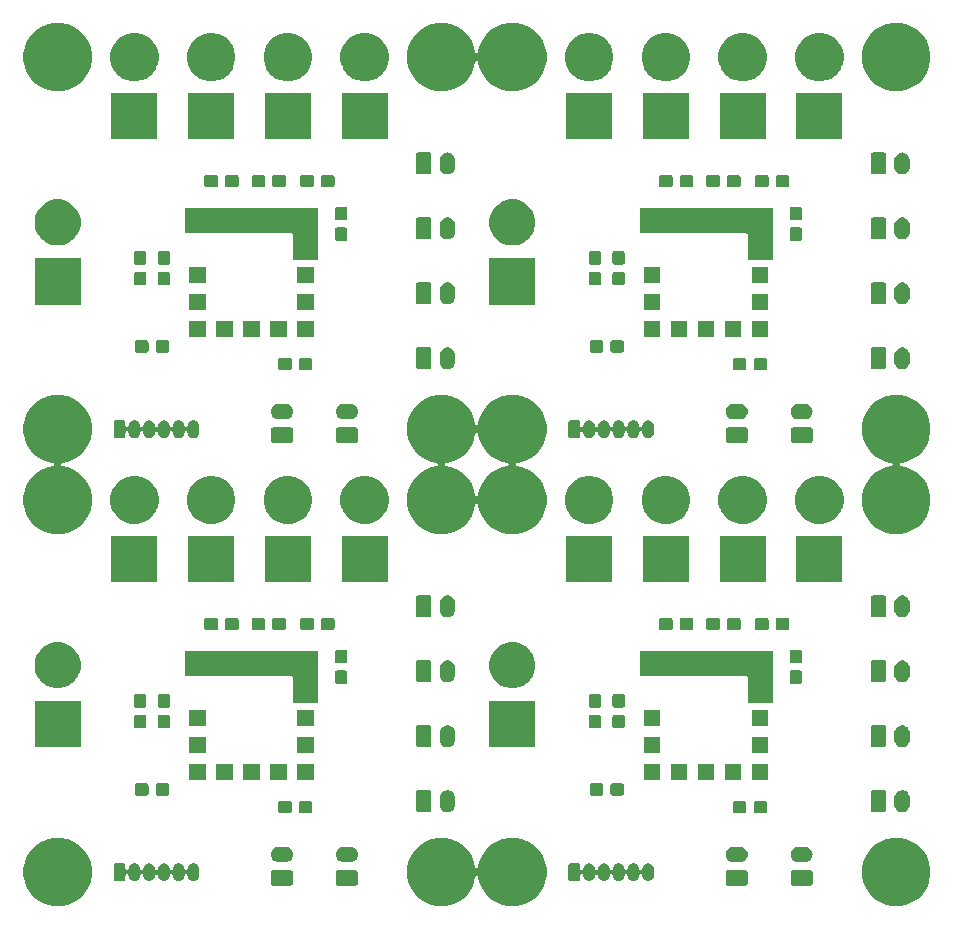
<source format=gbr>
G04 #@! TF.GenerationSoftware,KiCad,Pcbnew,(5.1.2)-1*
G04 #@! TF.CreationDate,2020-06-07T00:30:59+09:00*
G04 #@! TF.ProjectId,universal_power_board,756e6976-6572-4736-916c-5f706f776572,rev?*
G04 #@! TF.SameCoordinates,Original*
G04 #@! TF.FileFunction,Soldermask,Top*
G04 #@! TF.FilePolarity,Negative*
%FSLAX46Y46*%
G04 Gerber Fmt 4.6, Leading zero omitted, Abs format (unit mm)*
G04 Created by KiCad (PCBNEW (5.1.2)-1) date 2020-06-07 00:30:59*
%MOMM*%
%LPD*%
G04 APERTURE LIST*
%ADD10C,0.100000*%
G04 APERTURE END LIST*
D10*
G36*
X148346189Y-143210483D02*
G01*
X148346192Y-143210484D01*
X148346191Y-143210484D01*
X148874139Y-143429167D01*
X149349280Y-143746646D01*
X149753354Y-144150720D01*
X149901465Y-144372384D01*
X150070834Y-144625863D01*
X150289517Y-145153811D01*
X150377403Y-145595645D01*
X150384516Y-145619094D01*
X150396067Y-145640705D01*
X150411612Y-145659647D01*
X150430554Y-145675192D01*
X150452165Y-145686743D01*
X150475614Y-145693856D01*
X150500000Y-145696258D01*
X150524386Y-145693856D01*
X150547835Y-145686743D01*
X150569446Y-145675192D01*
X150588388Y-145659647D01*
X150603933Y-145640705D01*
X150615484Y-145619094D01*
X150622597Y-145595645D01*
X150710483Y-145153811D01*
X150929166Y-144625863D01*
X151098535Y-144372384D01*
X151246646Y-144150720D01*
X151650720Y-143746646D01*
X152125861Y-143429167D01*
X152653809Y-143210484D01*
X152653808Y-143210484D01*
X152653811Y-143210483D01*
X153214275Y-143099000D01*
X153785725Y-143099000D01*
X154346189Y-143210483D01*
X154346192Y-143210484D01*
X154346191Y-143210484D01*
X154874139Y-143429167D01*
X155349280Y-143746646D01*
X155753354Y-144150720D01*
X155901465Y-144372384D01*
X156070834Y-144625863D01*
X156289517Y-145153811D01*
X156401000Y-145714275D01*
X156401000Y-146285725D01*
X156289517Y-146846189D01*
X156165419Y-147145788D01*
X156070833Y-147374139D01*
X155753354Y-147849280D01*
X155349280Y-148253354D01*
X154874139Y-148570833D01*
X154874138Y-148570834D01*
X154874137Y-148570834D01*
X154346189Y-148789517D01*
X153785725Y-148901000D01*
X153214275Y-148901000D01*
X152653811Y-148789517D01*
X152125863Y-148570834D01*
X152125862Y-148570834D01*
X152125861Y-148570833D01*
X151650720Y-148253354D01*
X151246646Y-147849280D01*
X150929167Y-147374139D01*
X150834581Y-147145788D01*
X150710483Y-146846189D01*
X150622597Y-146404355D01*
X150615484Y-146380906D01*
X150603933Y-146359295D01*
X150588388Y-146340353D01*
X150569446Y-146324808D01*
X150547835Y-146313257D01*
X150524386Y-146306144D01*
X150500000Y-146303742D01*
X150475614Y-146306144D01*
X150452165Y-146313257D01*
X150430554Y-146324808D01*
X150411612Y-146340353D01*
X150396067Y-146359295D01*
X150384516Y-146380906D01*
X150377403Y-146404355D01*
X150289517Y-146846189D01*
X150165419Y-147145788D01*
X150070833Y-147374139D01*
X149753354Y-147849280D01*
X149349280Y-148253354D01*
X148874139Y-148570833D01*
X148874138Y-148570834D01*
X148874137Y-148570834D01*
X148346189Y-148789517D01*
X147785725Y-148901000D01*
X147214275Y-148901000D01*
X146653811Y-148789517D01*
X146125863Y-148570834D01*
X146125862Y-148570834D01*
X146125861Y-148570833D01*
X145650720Y-148253354D01*
X145246646Y-147849280D01*
X144929167Y-147374139D01*
X144834581Y-147145788D01*
X144710483Y-146846189D01*
X144599000Y-146285725D01*
X144599000Y-145714275D01*
X144710483Y-145153811D01*
X144929166Y-144625863D01*
X145098535Y-144372384D01*
X145246646Y-144150720D01*
X145650720Y-143746646D01*
X146125861Y-143429167D01*
X146653809Y-143210484D01*
X146653808Y-143210484D01*
X146653811Y-143210483D01*
X147214275Y-143099000D01*
X147785725Y-143099000D01*
X148346189Y-143210483D01*
X148346189Y-143210483D01*
G37*
G36*
X186846189Y-143210483D02*
G01*
X186846192Y-143210484D01*
X186846191Y-143210484D01*
X187374139Y-143429167D01*
X187849280Y-143746646D01*
X188253354Y-144150720D01*
X188401465Y-144372384D01*
X188570834Y-144625863D01*
X188789517Y-145153811D01*
X188901000Y-145714275D01*
X188901000Y-146285725D01*
X188789517Y-146846189D01*
X188665419Y-147145788D01*
X188570833Y-147374139D01*
X188253354Y-147849280D01*
X187849280Y-148253354D01*
X187374139Y-148570833D01*
X187374138Y-148570834D01*
X187374137Y-148570834D01*
X186846189Y-148789517D01*
X186285725Y-148901000D01*
X185714275Y-148901000D01*
X185153811Y-148789517D01*
X184625863Y-148570834D01*
X184625862Y-148570834D01*
X184625861Y-148570833D01*
X184150720Y-148253354D01*
X183746646Y-147849280D01*
X183429167Y-147374139D01*
X183334581Y-147145788D01*
X183210483Y-146846189D01*
X183099000Y-146285725D01*
X183099000Y-145714275D01*
X183210483Y-145153811D01*
X183429166Y-144625863D01*
X183598535Y-144372384D01*
X183746646Y-144150720D01*
X184150720Y-143746646D01*
X184625861Y-143429167D01*
X185153809Y-143210484D01*
X185153808Y-143210484D01*
X185153811Y-143210483D01*
X185714275Y-143099000D01*
X186285725Y-143099000D01*
X186846189Y-143210483D01*
X186846189Y-143210483D01*
G37*
G36*
X115846189Y-143210483D02*
G01*
X115846192Y-143210484D01*
X115846191Y-143210484D01*
X116374139Y-143429167D01*
X116849280Y-143746646D01*
X117253354Y-144150720D01*
X117401465Y-144372384D01*
X117570834Y-144625863D01*
X117789517Y-145153811D01*
X117901000Y-145714275D01*
X117901000Y-146285725D01*
X117789517Y-146846189D01*
X117665419Y-147145788D01*
X117570833Y-147374139D01*
X117253354Y-147849280D01*
X116849280Y-148253354D01*
X116374139Y-148570833D01*
X116374138Y-148570834D01*
X116374137Y-148570834D01*
X115846189Y-148789517D01*
X115285725Y-148901000D01*
X114714275Y-148901000D01*
X114153811Y-148789517D01*
X113625863Y-148570834D01*
X113625862Y-148570834D01*
X113625861Y-148570833D01*
X113150720Y-148253354D01*
X112746646Y-147849280D01*
X112429167Y-147374139D01*
X112334581Y-147145788D01*
X112210483Y-146846189D01*
X112099000Y-146285725D01*
X112099000Y-145714275D01*
X112210483Y-145153811D01*
X112429166Y-144625863D01*
X112598535Y-144372384D01*
X112746646Y-144150720D01*
X113150720Y-143746646D01*
X113625861Y-143429167D01*
X114153809Y-143210484D01*
X114153808Y-143210484D01*
X114153811Y-143210483D01*
X114714275Y-143099000D01*
X115285725Y-143099000D01*
X115846189Y-143210483D01*
X115846189Y-143210483D01*
G37*
G36*
X140266242Y-145853404D02*
G01*
X140303337Y-145864657D01*
X140337515Y-145882925D01*
X140367481Y-145907519D01*
X140392075Y-145937485D01*
X140410343Y-145971663D01*
X140421596Y-146008758D01*
X140426000Y-146053474D01*
X140426000Y-146946526D01*
X140421596Y-146991242D01*
X140410343Y-147028337D01*
X140392075Y-147062515D01*
X140367481Y-147092481D01*
X140337515Y-147117075D01*
X140303337Y-147135343D01*
X140266242Y-147146596D01*
X140221526Y-147151000D01*
X138778474Y-147151000D01*
X138733758Y-147146596D01*
X138696663Y-147135343D01*
X138662485Y-147117075D01*
X138632519Y-147092481D01*
X138607925Y-147062515D01*
X138589657Y-147028337D01*
X138578404Y-146991242D01*
X138574000Y-146946526D01*
X138574000Y-146053474D01*
X138578404Y-146008758D01*
X138589657Y-145971663D01*
X138607925Y-145937485D01*
X138632519Y-145907519D01*
X138662485Y-145882925D01*
X138696663Y-145864657D01*
X138733758Y-145853404D01*
X138778474Y-145849000D01*
X140221526Y-145849000D01*
X140266242Y-145853404D01*
X140266242Y-145853404D01*
G37*
G36*
X173266242Y-145853404D02*
G01*
X173303337Y-145864657D01*
X173337515Y-145882925D01*
X173367481Y-145907519D01*
X173392075Y-145937485D01*
X173410343Y-145971663D01*
X173421596Y-146008758D01*
X173426000Y-146053474D01*
X173426000Y-146946526D01*
X173421596Y-146991242D01*
X173410343Y-147028337D01*
X173392075Y-147062515D01*
X173367481Y-147092481D01*
X173337515Y-147117075D01*
X173303337Y-147135343D01*
X173266242Y-147146596D01*
X173221526Y-147151000D01*
X171778474Y-147151000D01*
X171733758Y-147146596D01*
X171696663Y-147135343D01*
X171662485Y-147117075D01*
X171632519Y-147092481D01*
X171607925Y-147062515D01*
X171589657Y-147028337D01*
X171578404Y-146991242D01*
X171574000Y-146946526D01*
X171574000Y-146053474D01*
X171578404Y-146008758D01*
X171589657Y-145971663D01*
X171607925Y-145937485D01*
X171632519Y-145907519D01*
X171662485Y-145882925D01*
X171696663Y-145864657D01*
X171733758Y-145853404D01*
X171778474Y-145849000D01*
X173221526Y-145849000D01*
X173266242Y-145853404D01*
X173266242Y-145853404D01*
G37*
G36*
X178766242Y-145853404D02*
G01*
X178803337Y-145864657D01*
X178837515Y-145882925D01*
X178867481Y-145907519D01*
X178892075Y-145937485D01*
X178910343Y-145971663D01*
X178921596Y-146008758D01*
X178926000Y-146053474D01*
X178926000Y-146946526D01*
X178921596Y-146991242D01*
X178910343Y-147028337D01*
X178892075Y-147062515D01*
X178867481Y-147092481D01*
X178837515Y-147117075D01*
X178803337Y-147135343D01*
X178766242Y-147146596D01*
X178721526Y-147151000D01*
X177278474Y-147151000D01*
X177233758Y-147146596D01*
X177196663Y-147135343D01*
X177162485Y-147117075D01*
X177132519Y-147092481D01*
X177107925Y-147062515D01*
X177089657Y-147028337D01*
X177078404Y-146991242D01*
X177074000Y-146946526D01*
X177074000Y-146053474D01*
X177078404Y-146008758D01*
X177089657Y-145971663D01*
X177107925Y-145937485D01*
X177132519Y-145907519D01*
X177162485Y-145882925D01*
X177196663Y-145864657D01*
X177233758Y-145853404D01*
X177278474Y-145849000D01*
X178721526Y-145849000D01*
X178766242Y-145853404D01*
X178766242Y-145853404D01*
G37*
G36*
X134766242Y-145853404D02*
G01*
X134803337Y-145864657D01*
X134837515Y-145882925D01*
X134867481Y-145907519D01*
X134892075Y-145937485D01*
X134910343Y-145971663D01*
X134921596Y-146008758D01*
X134926000Y-146053474D01*
X134926000Y-146946526D01*
X134921596Y-146991242D01*
X134910343Y-147028337D01*
X134892075Y-147062515D01*
X134867481Y-147092481D01*
X134837515Y-147117075D01*
X134803337Y-147135343D01*
X134766242Y-147146596D01*
X134721526Y-147151000D01*
X133278474Y-147151000D01*
X133233758Y-147146596D01*
X133196663Y-147135343D01*
X133162485Y-147117075D01*
X133132519Y-147092481D01*
X133107925Y-147062515D01*
X133089657Y-147028337D01*
X133078404Y-146991242D01*
X133074000Y-146946526D01*
X133074000Y-146053474D01*
X133078404Y-146008758D01*
X133089657Y-145971663D01*
X133107925Y-145937485D01*
X133132519Y-145907519D01*
X133162485Y-145882925D01*
X133196663Y-145864657D01*
X133233758Y-145853404D01*
X133278474Y-145849000D01*
X134721526Y-145849000D01*
X134766242Y-145853404D01*
X134766242Y-145853404D01*
G37*
G36*
X126598212Y-145256249D02*
G01*
X126692651Y-145284897D01*
X126779687Y-145331418D01*
X126855975Y-145394025D01*
X126918582Y-145470313D01*
X126965103Y-145557348D01*
X126993751Y-145651787D01*
X127001000Y-145725388D01*
X127001000Y-146274612D01*
X126993751Y-146348213D01*
X126965103Y-146442652D01*
X126918582Y-146529687D01*
X126855975Y-146605975D01*
X126779687Y-146668582D01*
X126692652Y-146715103D01*
X126598213Y-146743751D01*
X126500000Y-146753424D01*
X126401788Y-146743751D01*
X126307349Y-146715103D01*
X126220314Y-146668582D01*
X126144026Y-146605975D01*
X126081419Y-146529687D01*
X126034898Y-146442652D01*
X126006250Y-146348213D01*
X125999397Y-146278633D01*
X125994616Y-146254600D01*
X125985239Y-146231961D01*
X125971625Y-146211587D01*
X125954298Y-146194260D01*
X125933924Y-146180646D01*
X125911285Y-146171269D01*
X125887252Y-146166489D01*
X125862747Y-146166489D01*
X125838714Y-146171270D01*
X125816075Y-146180647D01*
X125795701Y-146194261D01*
X125778374Y-146211588D01*
X125764760Y-146231962D01*
X125755383Y-146254601D01*
X125750605Y-146278623D01*
X125743751Y-146348213D01*
X125715103Y-146442652D01*
X125668582Y-146529687D01*
X125605975Y-146605975D01*
X125529687Y-146668582D01*
X125442652Y-146715103D01*
X125348213Y-146743751D01*
X125250000Y-146753424D01*
X125151788Y-146743751D01*
X125057349Y-146715103D01*
X124970314Y-146668582D01*
X124894026Y-146605975D01*
X124831419Y-146529687D01*
X124784898Y-146442652D01*
X124756250Y-146348213D01*
X124749397Y-146278633D01*
X124744616Y-146254600D01*
X124735239Y-146231961D01*
X124721625Y-146211587D01*
X124704298Y-146194260D01*
X124683924Y-146180646D01*
X124661285Y-146171269D01*
X124637252Y-146166489D01*
X124612747Y-146166489D01*
X124588714Y-146171270D01*
X124566075Y-146180647D01*
X124545701Y-146194261D01*
X124528374Y-146211588D01*
X124514760Y-146231962D01*
X124505383Y-146254601D01*
X124500605Y-146278623D01*
X124493751Y-146348213D01*
X124465103Y-146442652D01*
X124418582Y-146529687D01*
X124355975Y-146605975D01*
X124279687Y-146668582D01*
X124192652Y-146715103D01*
X124098213Y-146743751D01*
X124000000Y-146753424D01*
X123901788Y-146743751D01*
X123807349Y-146715103D01*
X123720314Y-146668582D01*
X123644026Y-146605975D01*
X123581419Y-146529687D01*
X123534898Y-146442652D01*
X123506250Y-146348213D01*
X123499397Y-146278633D01*
X123494616Y-146254600D01*
X123485239Y-146231961D01*
X123471625Y-146211587D01*
X123454298Y-146194260D01*
X123433924Y-146180646D01*
X123411285Y-146171269D01*
X123387252Y-146166489D01*
X123362747Y-146166489D01*
X123338714Y-146171270D01*
X123316075Y-146180647D01*
X123295701Y-146194261D01*
X123278374Y-146211588D01*
X123264760Y-146231962D01*
X123255383Y-146254601D01*
X123250605Y-146278623D01*
X123243751Y-146348213D01*
X123215103Y-146442652D01*
X123168582Y-146529687D01*
X123105975Y-146605975D01*
X123029687Y-146668582D01*
X122942652Y-146715103D01*
X122848213Y-146743751D01*
X122750000Y-146753424D01*
X122651788Y-146743751D01*
X122557349Y-146715103D01*
X122470314Y-146668582D01*
X122394026Y-146605975D01*
X122331419Y-146529687D01*
X122284898Y-146442652D01*
X122256250Y-146348213D01*
X122249397Y-146278633D01*
X122244616Y-146254600D01*
X122235239Y-146231961D01*
X122221625Y-146211587D01*
X122204298Y-146194260D01*
X122183924Y-146180646D01*
X122161285Y-146171269D01*
X122137252Y-146166489D01*
X122112747Y-146166489D01*
X122088714Y-146171270D01*
X122066075Y-146180647D01*
X122045701Y-146194261D01*
X122028374Y-146211588D01*
X122014760Y-146231962D01*
X122005383Y-146254601D01*
X122000605Y-146278623D01*
X121993751Y-146348213D01*
X121965103Y-146442652D01*
X121918582Y-146529687D01*
X121855975Y-146605975D01*
X121779687Y-146668582D01*
X121692652Y-146715103D01*
X121598213Y-146743751D01*
X121500000Y-146753424D01*
X121401788Y-146743751D01*
X121307349Y-146715103D01*
X121220314Y-146668582D01*
X121144026Y-146605975D01*
X121081419Y-146529687D01*
X121034898Y-146442652D01*
X121006250Y-146348213D01*
X121000396Y-146288776D01*
X120995615Y-146264742D01*
X120986238Y-146242103D01*
X120972624Y-146221729D01*
X120955297Y-146204402D01*
X120934923Y-146190789D01*
X120912284Y-146181411D01*
X120888251Y-146176631D01*
X120863747Y-146176631D01*
X120839713Y-146181412D01*
X120817074Y-146190789D01*
X120796700Y-146204403D01*
X120779373Y-146221730D01*
X120765760Y-146242104D01*
X120756382Y-146264743D01*
X120751000Y-146301028D01*
X120751000Y-146556860D01*
X120746795Y-146599560D01*
X120736131Y-146634713D01*
X120718814Y-146667110D01*
X120695509Y-146695509D01*
X120667110Y-146718814D01*
X120634713Y-146736131D01*
X120599560Y-146746795D01*
X120556860Y-146751000D01*
X119943140Y-146751000D01*
X119900440Y-146746795D01*
X119865287Y-146736131D01*
X119832890Y-146718814D01*
X119804491Y-146695509D01*
X119781186Y-146667110D01*
X119763869Y-146634713D01*
X119753205Y-146599560D01*
X119749000Y-146556860D01*
X119749000Y-145443140D01*
X119753205Y-145400440D01*
X119763869Y-145365287D01*
X119781186Y-145332890D01*
X119804491Y-145304491D01*
X119832890Y-145281186D01*
X119865287Y-145263869D01*
X119900440Y-145253205D01*
X119943140Y-145249000D01*
X120556860Y-145249000D01*
X120599560Y-145253205D01*
X120634713Y-145263869D01*
X120667110Y-145281186D01*
X120695509Y-145304491D01*
X120718814Y-145332890D01*
X120736131Y-145365287D01*
X120746795Y-145400440D01*
X120751000Y-145443140D01*
X120751000Y-145698973D01*
X120753402Y-145723359D01*
X120760515Y-145746808D01*
X120772066Y-145768419D01*
X120787611Y-145787361D01*
X120806553Y-145802906D01*
X120828164Y-145814457D01*
X120851613Y-145821570D01*
X120875999Y-145823972D01*
X120900385Y-145821570D01*
X120923834Y-145814457D01*
X120945445Y-145802906D01*
X120964387Y-145787361D01*
X120979932Y-145768419D01*
X120991483Y-145746808D01*
X121000394Y-145711231D01*
X121006249Y-145651788D01*
X121034897Y-145557349D01*
X121081418Y-145470313D01*
X121144025Y-145394025D01*
X121220313Y-145331418D01*
X121307348Y-145284897D01*
X121401787Y-145256249D01*
X121500000Y-145246576D01*
X121598212Y-145256249D01*
X121692651Y-145284897D01*
X121779687Y-145331418D01*
X121855975Y-145394025D01*
X121918582Y-145470313D01*
X121965103Y-145557348D01*
X121993751Y-145651787D01*
X122000605Y-145721377D01*
X122005384Y-145745401D01*
X122014761Y-145768039D01*
X122028375Y-145788414D01*
X122045702Y-145805741D01*
X122066076Y-145819354D01*
X122088715Y-145828732D01*
X122112748Y-145833512D01*
X122137252Y-145833512D01*
X122161286Y-145828731D01*
X122183924Y-145819354D01*
X122204299Y-145805740D01*
X122221626Y-145788413D01*
X122235239Y-145768039D01*
X122244617Y-145745400D01*
X122249395Y-145721378D01*
X122256249Y-145651788D01*
X122284897Y-145557349D01*
X122331418Y-145470313D01*
X122394025Y-145394025D01*
X122470313Y-145331418D01*
X122557348Y-145284897D01*
X122651787Y-145256249D01*
X122750000Y-145246576D01*
X122848212Y-145256249D01*
X122942651Y-145284897D01*
X123029687Y-145331418D01*
X123105975Y-145394025D01*
X123168582Y-145470313D01*
X123215103Y-145557348D01*
X123243751Y-145651787D01*
X123250605Y-145721377D01*
X123255384Y-145745401D01*
X123264761Y-145768039D01*
X123278375Y-145788414D01*
X123295702Y-145805741D01*
X123316076Y-145819354D01*
X123338715Y-145828732D01*
X123362748Y-145833512D01*
X123387252Y-145833512D01*
X123411286Y-145828731D01*
X123433924Y-145819354D01*
X123454299Y-145805740D01*
X123471626Y-145788413D01*
X123485239Y-145768039D01*
X123494617Y-145745400D01*
X123499395Y-145721378D01*
X123506249Y-145651788D01*
X123534897Y-145557349D01*
X123581418Y-145470313D01*
X123644025Y-145394025D01*
X123720313Y-145331418D01*
X123807348Y-145284897D01*
X123901787Y-145256249D01*
X124000000Y-145246576D01*
X124098212Y-145256249D01*
X124192651Y-145284897D01*
X124279687Y-145331418D01*
X124355975Y-145394025D01*
X124418582Y-145470313D01*
X124465103Y-145557348D01*
X124493751Y-145651787D01*
X124500605Y-145721377D01*
X124505384Y-145745401D01*
X124514761Y-145768039D01*
X124528375Y-145788414D01*
X124545702Y-145805741D01*
X124566076Y-145819354D01*
X124588715Y-145828732D01*
X124612748Y-145833512D01*
X124637252Y-145833512D01*
X124661286Y-145828731D01*
X124683924Y-145819354D01*
X124704299Y-145805740D01*
X124721626Y-145788413D01*
X124735239Y-145768039D01*
X124744617Y-145745400D01*
X124749395Y-145721378D01*
X124756249Y-145651788D01*
X124784897Y-145557349D01*
X124831418Y-145470313D01*
X124894025Y-145394025D01*
X124970313Y-145331418D01*
X125057348Y-145284897D01*
X125151787Y-145256249D01*
X125250000Y-145246576D01*
X125348212Y-145256249D01*
X125442651Y-145284897D01*
X125529687Y-145331418D01*
X125605975Y-145394025D01*
X125668582Y-145470313D01*
X125715103Y-145557348D01*
X125743751Y-145651787D01*
X125750605Y-145721377D01*
X125755384Y-145745401D01*
X125764761Y-145768039D01*
X125778375Y-145788414D01*
X125795702Y-145805741D01*
X125816076Y-145819354D01*
X125838715Y-145828732D01*
X125862748Y-145833512D01*
X125887252Y-145833512D01*
X125911286Y-145828731D01*
X125933924Y-145819354D01*
X125954299Y-145805740D01*
X125971626Y-145788413D01*
X125985239Y-145768039D01*
X125994617Y-145745400D01*
X125999395Y-145721378D01*
X126006249Y-145651788D01*
X126034897Y-145557349D01*
X126081418Y-145470313D01*
X126144025Y-145394025D01*
X126220313Y-145331418D01*
X126307348Y-145284897D01*
X126401787Y-145256249D01*
X126500000Y-145246576D01*
X126598212Y-145256249D01*
X126598212Y-145256249D01*
G37*
G36*
X165098212Y-145256249D02*
G01*
X165192651Y-145284897D01*
X165279687Y-145331418D01*
X165355975Y-145394025D01*
X165418582Y-145470313D01*
X165465103Y-145557348D01*
X165493751Y-145651787D01*
X165501000Y-145725388D01*
X165501000Y-146274612D01*
X165493751Y-146348213D01*
X165465103Y-146442652D01*
X165418582Y-146529687D01*
X165355975Y-146605975D01*
X165279687Y-146668582D01*
X165192652Y-146715103D01*
X165098213Y-146743751D01*
X165000000Y-146753424D01*
X164901788Y-146743751D01*
X164807349Y-146715103D01*
X164720314Y-146668582D01*
X164644026Y-146605975D01*
X164581419Y-146529687D01*
X164534898Y-146442652D01*
X164506250Y-146348213D01*
X164499397Y-146278633D01*
X164494616Y-146254600D01*
X164485239Y-146231961D01*
X164471625Y-146211587D01*
X164454298Y-146194260D01*
X164433924Y-146180646D01*
X164411285Y-146171269D01*
X164387252Y-146166489D01*
X164362747Y-146166489D01*
X164338714Y-146171270D01*
X164316075Y-146180647D01*
X164295701Y-146194261D01*
X164278374Y-146211588D01*
X164264760Y-146231962D01*
X164255383Y-146254601D01*
X164250605Y-146278623D01*
X164243751Y-146348213D01*
X164215103Y-146442652D01*
X164168582Y-146529687D01*
X164105975Y-146605975D01*
X164029687Y-146668582D01*
X163942652Y-146715103D01*
X163848213Y-146743751D01*
X163750000Y-146753424D01*
X163651788Y-146743751D01*
X163557349Y-146715103D01*
X163470314Y-146668582D01*
X163394026Y-146605975D01*
X163331419Y-146529687D01*
X163284898Y-146442652D01*
X163256250Y-146348213D01*
X163249397Y-146278633D01*
X163244616Y-146254600D01*
X163235239Y-146231961D01*
X163221625Y-146211587D01*
X163204298Y-146194260D01*
X163183924Y-146180646D01*
X163161285Y-146171269D01*
X163137252Y-146166489D01*
X163112747Y-146166489D01*
X163088714Y-146171270D01*
X163066075Y-146180647D01*
X163045701Y-146194261D01*
X163028374Y-146211588D01*
X163014760Y-146231962D01*
X163005383Y-146254601D01*
X163000605Y-146278623D01*
X162993751Y-146348213D01*
X162965103Y-146442652D01*
X162918582Y-146529687D01*
X162855975Y-146605975D01*
X162779687Y-146668582D01*
X162692652Y-146715103D01*
X162598213Y-146743751D01*
X162500000Y-146753424D01*
X162401788Y-146743751D01*
X162307349Y-146715103D01*
X162220314Y-146668582D01*
X162144026Y-146605975D01*
X162081419Y-146529687D01*
X162034898Y-146442652D01*
X162006250Y-146348213D01*
X161999397Y-146278633D01*
X161994616Y-146254600D01*
X161985239Y-146231961D01*
X161971625Y-146211587D01*
X161954298Y-146194260D01*
X161933924Y-146180646D01*
X161911285Y-146171269D01*
X161887252Y-146166489D01*
X161862747Y-146166489D01*
X161838714Y-146171270D01*
X161816075Y-146180647D01*
X161795701Y-146194261D01*
X161778374Y-146211588D01*
X161764760Y-146231962D01*
X161755383Y-146254601D01*
X161750605Y-146278623D01*
X161743751Y-146348213D01*
X161715103Y-146442652D01*
X161668582Y-146529687D01*
X161605975Y-146605975D01*
X161529687Y-146668582D01*
X161442652Y-146715103D01*
X161348213Y-146743751D01*
X161250000Y-146753424D01*
X161151788Y-146743751D01*
X161057349Y-146715103D01*
X160970314Y-146668582D01*
X160894026Y-146605975D01*
X160831419Y-146529687D01*
X160784898Y-146442652D01*
X160756250Y-146348213D01*
X160749397Y-146278633D01*
X160744616Y-146254600D01*
X160735239Y-146231961D01*
X160721625Y-146211587D01*
X160704298Y-146194260D01*
X160683924Y-146180646D01*
X160661285Y-146171269D01*
X160637252Y-146166489D01*
X160612747Y-146166489D01*
X160588714Y-146171270D01*
X160566075Y-146180647D01*
X160545701Y-146194261D01*
X160528374Y-146211588D01*
X160514760Y-146231962D01*
X160505383Y-146254601D01*
X160500605Y-146278623D01*
X160493751Y-146348213D01*
X160465103Y-146442652D01*
X160418582Y-146529687D01*
X160355975Y-146605975D01*
X160279687Y-146668582D01*
X160192652Y-146715103D01*
X160098213Y-146743751D01*
X160000000Y-146753424D01*
X159901788Y-146743751D01*
X159807349Y-146715103D01*
X159720314Y-146668582D01*
X159644026Y-146605975D01*
X159581419Y-146529687D01*
X159534898Y-146442652D01*
X159506250Y-146348213D01*
X159500396Y-146288776D01*
X159495615Y-146264742D01*
X159486238Y-146242103D01*
X159472624Y-146221729D01*
X159455297Y-146204402D01*
X159434923Y-146190789D01*
X159412284Y-146181411D01*
X159388251Y-146176631D01*
X159363747Y-146176631D01*
X159339713Y-146181412D01*
X159317074Y-146190789D01*
X159296700Y-146204403D01*
X159279373Y-146221730D01*
X159265760Y-146242104D01*
X159256382Y-146264743D01*
X159251000Y-146301028D01*
X159251000Y-146556860D01*
X159246795Y-146599560D01*
X159236131Y-146634713D01*
X159218814Y-146667110D01*
X159195509Y-146695509D01*
X159167110Y-146718814D01*
X159134713Y-146736131D01*
X159099560Y-146746795D01*
X159056860Y-146751000D01*
X158443140Y-146751000D01*
X158400440Y-146746795D01*
X158365287Y-146736131D01*
X158332890Y-146718814D01*
X158304491Y-146695509D01*
X158281186Y-146667110D01*
X158263869Y-146634713D01*
X158253205Y-146599560D01*
X158249000Y-146556860D01*
X158249000Y-145443140D01*
X158253205Y-145400440D01*
X158263869Y-145365287D01*
X158281186Y-145332890D01*
X158304491Y-145304491D01*
X158332890Y-145281186D01*
X158365287Y-145263869D01*
X158400440Y-145253205D01*
X158443140Y-145249000D01*
X159056860Y-145249000D01*
X159099560Y-145253205D01*
X159134713Y-145263869D01*
X159167110Y-145281186D01*
X159195509Y-145304491D01*
X159218814Y-145332890D01*
X159236131Y-145365287D01*
X159246795Y-145400440D01*
X159251000Y-145443140D01*
X159251000Y-145698973D01*
X159253402Y-145723359D01*
X159260515Y-145746808D01*
X159272066Y-145768419D01*
X159287611Y-145787361D01*
X159306553Y-145802906D01*
X159328164Y-145814457D01*
X159351613Y-145821570D01*
X159375999Y-145823972D01*
X159400385Y-145821570D01*
X159423834Y-145814457D01*
X159445445Y-145802906D01*
X159464387Y-145787361D01*
X159479932Y-145768419D01*
X159491483Y-145746808D01*
X159500394Y-145711231D01*
X159506249Y-145651788D01*
X159534897Y-145557349D01*
X159581418Y-145470313D01*
X159644025Y-145394025D01*
X159720313Y-145331418D01*
X159807348Y-145284897D01*
X159901787Y-145256249D01*
X160000000Y-145246576D01*
X160098212Y-145256249D01*
X160192651Y-145284897D01*
X160279687Y-145331418D01*
X160355975Y-145394025D01*
X160418582Y-145470313D01*
X160465103Y-145557348D01*
X160493751Y-145651787D01*
X160500605Y-145721377D01*
X160505384Y-145745401D01*
X160514761Y-145768039D01*
X160528375Y-145788414D01*
X160545702Y-145805741D01*
X160566076Y-145819354D01*
X160588715Y-145828732D01*
X160612748Y-145833512D01*
X160637252Y-145833512D01*
X160661286Y-145828731D01*
X160683924Y-145819354D01*
X160704299Y-145805740D01*
X160721626Y-145788413D01*
X160735239Y-145768039D01*
X160744617Y-145745400D01*
X160749395Y-145721378D01*
X160756249Y-145651788D01*
X160784897Y-145557349D01*
X160831418Y-145470313D01*
X160894025Y-145394025D01*
X160970313Y-145331418D01*
X161057348Y-145284897D01*
X161151787Y-145256249D01*
X161250000Y-145246576D01*
X161348212Y-145256249D01*
X161442651Y-145284897D01*
X161529687Y-145331418D01*
X161605975Y-145394025D01*
X161668582Y-145470313D01*
X161715103Y-145557348D01*
X161743751Y-145651787D01*
X161750605Y-145721377D01*
X161755384Y-145745401D01*
X161764761Y-145768039D01*
X161778375Y-145788414D01*
X161795702Y-145805741D01*
X161816076Y-145819354D01*
X161838715Y-145828732D01*
X161862748Y-145833512D01*
X161887252Y-145833512D01*
X161911286Y-145828731D01*
X161933924Y-145819354D01*
X161954299Y-145805740D01*
X161971626Y-145788413D01*
X161985239Y-145768039D01*
X161994617Y-145745400D01*
X161999395Y-145721378D01*
X162006249Y-145651788D01*
X162034897Y-145557349D01*
X162081418Y-145470313D01*
X162144025Y-145394025D01*
X162220313Y-145331418D01*
X162307348Y-145284897D01*
X162401787Y-145256249D01*
X162500000Y-145246576D01*
X162598212Y-145256249D01*
X162692651Y-145284897D01*
X162779687Y-145331418D01*
X162855975Y-145394025D01*
X162918582Y-145470313D01*
X162965103Y-145557348D01*
X162993751Y-145651787D01*
X163000605Y-145721377D01*
X163005384Y-145745401D01*
X163014761Y-145768039D01*
X163028375Y-145788414D01*
X163045702Y-145805741D01*
X163066076Y-145819354D01*
X163088715Y-145828732D01*
X163112748Y-145833512D01*
X163137252Y-145833512D01*
X163161286Y-145828731D01*
X163183924Y-145819354D01*
X163204299Y-145805740D01*
X163221626Y-145788413D01*
X163235239Y-145768039D01*
X163244617Y-145745400D01*
X163249395Y-145721378D01*
X163256249Y-145651788D01*
X163284897Y-145557349D01*
X163331418Y-145470313D01*
X163394025Y-145394025D01*
X163470313Y-145331418D01*
X163557348Y-145284897D01*
X163651787Y-145256249D01*
X163750000Y-145246576D01*
X163848212Y-145256249D01*
X163942651Y-145284897D01*
X164029687Y-145331418D01*
X164105975Y-145394025D01*
X164168582Y-145470313D01*
X164215103Y-145557348D01*
X164243751Y-145651787D01*
X164250605Y-145721377D01*
X164255384Y-145745401D01*
X164264761Y-145768039D01*
X164278375Y-145788414D01*
X164295702Y-145805741D01*
X164316076Y-145819354D01*
X164338715Y-145828732D01*
X164362748Y-145833512D01*
X164387252Y-145833512D01*
X164411286Y-145828731D01*
X164433924Y-145819354D01*
X164454299Y-145805740D01*
X164471626Y-145788413D01*
X164485239Y-145768039D01*
X164494617Y-145745400D01*
X164499395Y-145721378D01*
X164506249Y-145651788D01*
X164534897Y-145557349D01*
X164581418Y-145470313D01*
X164644025Y-145394025D01*
X164720313Y-145331418D01*
X164807348Y-145284897D01*
X164901787Y-145256249D01*
X165000000Y-145246576D01*
X165098212Y-145256249D01*
X165098212Y-145256249D01*
G37*
G36*
X178338855Y-143852140D02*
G01*
X178402618Y-143858420D01*
X178493404Y-143885960D01*
X178525336Y-143895646D01*
X178638425Y-143956094D01*
X178737554Y-144037446D01*
X178818906Y-144136575D01*
X178879354Y-144249664D01*
X178879355Y-144249668D01*
X178916580Y-144372382D01*
X178929149Y-144500000D01*
X178916580Y-144627618D01*
X178889040Y-144718404D01*
X178879354Y-144750336D01*
X178818906Y-144863425D01*
X178737554Y-144962554D01*
X178638425Y-145043906D01*
X178525336Y-145104354D01*
X178493404Y-145114040D01*
X178402618Y-145141580D01*
X178338855Y-145147860D01*
X178306974Y-145151000D01*
X177693026Y-145151000D01*
X177661145Y-145147860D01*
X177597382Y-145141580D01*
X177506596Y-145114040D01*
X177474664Y-145104354D01*
X177361575Y-145043906D01*
X177262446Y-144962554D01*
X177181094Y-144863425D01*
X177120646Y-144750336D01*
X177110960Y-144718404D01*
X177083420Y-144627618D01*
X177070851Y-144500000D01*
X177083420Y-144372382D01*
X177120645Y-144249668D01*
X177120646Y-144249664D01*
X177181094Y-144136575D01*
X177262446Y-144037446D01*
X177361575Y-143956094D01*
X177474664Y-143895646D01*
X177506596Y-143885960D01*
X177597382Y-143858420D01*
X177661145Y-143852140D01*
X177693026Y-143849000D01*
X178306974Y-143849000D01*
X178338855Y-143852140D01*
X178338855Y-143852140D01*
G37*
G36*
X172838855Y-143852140D02*
G01*
X172902618Y-143858420D01*
X172993404Y-143885960D01*
X173025336Y-143895646D01*
X173138425Y-143956094D01*
X173237554Y-144037446D01*
X173318906Y-144136575D01*
X173379354Y-144249664D01*
X173379355Y-144249668D01*
X173416580Y-144372382D01*
X173429149Y-144500000D01*
X173416580Y-144627618D01*
X173389040Y-144718404D01*
X173379354Y-144750336D01*
X173318906Y-144863425D01*
X173237554Y-144962554D01*
X173138425Y-145043906D01*
X173025336Y-145104354D01*
X172993404Y-145114040D01*
X172902618Y-145141580D01*
X172838855Y-145147860D01*
X172806974Y-145151000D01*
X172193026Y-145151000D01*
X172161145Y-145147860D01*
X172097382Y-145141580D01*
X172006596Y-145114040D01*
X171974664Y-145104354D01*
X171861575Y-145043906D01*
X171762446Y-144962554D01*
X171681094Y-144863425D01*
X171620646Y-144750336D01*
X171610960Y-144718404D01*
X171583420Y-144627618D01*
X171570851Y-144500000D01*
X171583420Y-144372382D01*
X171620645Y-144249668D01*
X171620646Y-144249664D01*
X171681094Y-144136575D01*
X171762446Y-144037446D01*
X171861575Y-143956094D01*
X171974664Y-143895646D01*
X172006596Y-143885960D01*
X172097382Y-143858420D01*
X172161145Y-143852140D01*
X172193026Y-143849000D01*
X172806974Y-143849000D01*
X172838855Y-143852140D01*
X172838855Y-143852140D01*
G37*
G36*
X139838855Y-143852140D02*
G01*
X139902618Y-143858420D01*
X139993404Y-143885960D01*
X140025336Y-143895646D01*
X140138425Y-143956094D01*
X140237554Y-144037446D01*
X140318906Y-144136575D01*
X140379354Y-144249664D01*
X140379355Y-144249668D01*
X140416580Y-144372382D01*
X140429149Y-144500000D01*
X140416580Y-144627618D01*
X140389040Y-144718404D01*
X140379354Y-144750336D01*
X140318906Y-144863425D01*
X140237554Y-144962554D01*
X140138425Y-145043906D01*
X140025336Y-145104354D01*
X139993404Y-145114040D01*
X139902618Y-145141580D01*
X139838855Y-145147860D01*
X139806974Y-145151000D01*
X139193026Y-145151000D01*
X139161145Y-145147860D01*
X139097382Y-145141580D01*
X139006596Y-145114040D01*
X138974664Y-145104354D01*
X138861575Y-145043906D01*
X138762446Y-144962554D01*
X138681094Y-144863425D01*
X138620646Y-144750336D01*
X138610960Y-144718404D01*
X138583420Y-144627618D01*
X138570851Y-144500000D01*
X138583420Y-144372382D01*
X138620645Y-144249668D01*
X138620646Y-144249664D01*
X138681094Y-144136575D01*
X138762446Y-144037446D01*
X138861575Y-143956094D01*
X138974664Y-143895646D01*
X139006596Y-143885960D01*
X139097382Y-143858420D01*
X139161145Y-143852140D01*
X139193026Y-143849000D01*
X139806974Y-143849000D01*
X139838855Y-143852140D01*
X139838855Y-143852140D01*
G37*
G36*
X134338855Y-143852140D02*
G01*
X134402618Y-143858420D01*
X134493404Y-143885960D01*
X134525336Y-143895646D01*
X134638425Y-143956094D01*
X134737554Y-144037446D01*
X134818906Y-144136575D01*
X134879354Y-144249664D01*
X134879355Y-144249668D01*
X134916580Y-144372382D01*
X134929149Y-144500000D01*
X134916580Y-144627618D01*
X134889040Y-144718404D01*
X134879354Y-144750336D01*
X134818906Y-144863425D01*
X134737554Y-144962554D01*
X134638425Y-145043906D01*
X134525336Y-145104354D01*
X134493404Y-145114040D01*
X134402618Y-145141580D01*
X134338855Y-145147860D01*
X134306974Y-145151000D01*
X133693026Y-145151000D01*
X133661145Y-145147860D01*
X133597382Y-145141580D01*
X133506596Y-145114040D01*
X133474664Y-145104354D01*
X133361575Y-145043906D01*
X133262446Y-144962554D01*
X133181094Y-144863425D01*
X133120646Y-144750336D01*
X133110960Y-144718404D01*
X133083420Y-144627618D01*
X133070851Y-144500000D01*
X133083420Y-144372382D01*
X133120645Y-144249668D01*
X133120646Y-144249664D01*
X133181094Y-144136575D01*
X133262446Y-144037446D01*
X133361575Y-143956094D01*
X133474664Y-143895646D01*
X133506596Y-143885960D01*
X133597382Y-143858420D01*
X133661145Y-143852140D01*
X133693026Y-143849000D01*
X134306974Y-143849000D01*
X134338855Y-143852140D01*
X134338855Y-143852140D01*
G37*
G36*
X134664499Y-139978445D02*
G01*
X134701995Y-139989820D01*
X134736554Y-140008292D01*
X134766847Y-140033153D01*
X134791708Y-140063446D01*
X134810180Y-140098005D01*
X134821555Y-140135501D01*
X134826000Y-140180638D01*
X134826000Y-140819362D01*
X134821555Y-140864499D01*
X134810180Y-140901995D01*
X134791708Y-140936554D01*
X134766847Y-140966847D01*
X134736554Y-140991708D01*
X134701995Y-141010180D01*
X134664499Y-141021555D01*
X134619362Y-141026000D01*
X133880638Y-141026000D01*
X133835501Y-141021555D01*
X133798005Y-141010180D01*
X133763446Y-140991708D01*
X133733153Y-140966847D01*
X133708292Y-140936554D01*
X133689820Y-140901995D01*
X133678445Y-140864499D01*
X133674000Y-140819362D01*
X133674000Y-140180638D01*
X133678445Y-140135501D01*
X133689820Y-140098005D01*
X133708292Y-140063446D01*
X133733153Y-140033153D01*
X133763446Y-140008292D01*
X133798005Y-139989820D01*
X133835501Y-139978445D01*
X133880638Y-139974000D01*
X134619362Y-139974000D01*
X134664499Y-139978445D01*
X134664499Y-139978445D01*
G37*
G36*
X174914499Y-139978445D02*
G01*
X174951995Y-139989820D01*
X174986554Y-140008292D01*
X175016847Y-140033153D01*
X175041708Y-140063446D01*
X175060180Y-140098005D01*
X175071555Y-140135501D01*
X175076000Y-140180638D01*
X175076000Y-140819362D01*
X175071555Y-140864499D01*
X175060180Y-140901995D01*
X175041708Y-140936554D01*
X175016847Y-140966847D01*
X174986554Y-140991708D01*
X174951995Y-141010180D01*
X174914499Y-141021555D01*
X174869362Y-141026000D01*
X174130638Y-141026000D01*
X174085501Y-141021555D01*
X174048005Y-141010180D01*
X174013446Y-140991708D01*
X173983153Y-140966847D01*
X173958292Y-140936554D01*
X173939820Y-140901995D01*
X173928445Y-140864499D01*
X173924000Y-140819362D01*
X173924000Y-140180638D01*
X173928445Y-140135501D01*
X173939820Y-140098005D01*
X173958292Y-140063446D01*
X173983153Y-140033153D01*
X174013446Y-140008292D01*
X174048005Y-139989820D01*
X174085501Y-139978445D01*
X174130638Y-139974000D01*
X174869362Y-139974000D01*
X174914499Y-139978445D01*
X174914499Y-139978445D01*
G37*
G36*
X173164499Y-139978445D02*
G01*
X173201995Y-139989820D01*
X173236554Y-140008292D01*
X173266847Y-140033153D01*
X173291708Y-140063446D01*
X173310180Y-140098005D01*
X173321555Y-140135501D01*
X173326000Y-140180638D01*
X173326000Y-140819362D01*
X173321555Y-140864499D01*
X173310180Y-140901995D01*
X173291708Y-140936554D01*
X173266847Y-140966847D01*
X173236554Y-140991708D01*
X173201995Y-141010180D01*
X173164499Y-141021555D01*
X173119362Y-141026000D01*
X172380638Y-141026000D01*
X172335501Y-141021555D01*
X172298005Y-141010180D01*
X172263446Y-140991708D01*
X172233153Y-140966847D01*
X172208292Y-140936554D01*
X172189820Y-140901995D01*
X172178445Y-140864499D01*
X172174000Y-140819362D01*
X172174000Y-140180638D01*
X172178445Y-140135501D01*
X172189820Y-140098005D01*
X172208292Y-140063446D01*
X172233153Y-140033153D01*
X172263446Y-140008292D01*
X172298005Y-139989820D01*
X172335501Y-139978445D01*
X172380638Y-139974000D01*
X173119362Y-139974000D01*
X173164499Y-139978445D01*
X173164499Y-139978445D01*
G37*
G36*
X136414499Y-139978445D02*
G01*
X136451995Y-139989820D01*
X136486554Y-140008292D01*
X136516847Y-140033153D01*
X136541708Y-140063446D01*
X136560180Y-140098005D01*
X136571555Y-140135501D01*
X136576000Y-140180638D01*
X136576000Y-140819362D01*
X136571555Y-140864499D01*
X136560180Y-140901995D01*
X136541708Y-140936554D01*
X136516847Y-140966847D01*
X136486554Y-140991708D01*
X136451995Y-141010180D01*
X136414499Y-141021555D01*
X136369362Y-141026000D01*
X135630638Y-141026000D01*
X135585501Y-141021555D01*
X135548005Y-141010180D01*
X135513446Y-140991708D01*
X135483153Y-140966847D01*
X135458292Y-140936554D01*
X135439820Y-140901995D01*
X135428445Y-140864499D01*
X135424000Y-140819362D01*
X135424000Y-140180638D01*
X135428445Y-140135501D01*
X135439820Y-140098005D01*
X135458292Y-140063446D01*
X135483153Y-140033153D01*
X135513446Y-140008292D01*
X135548005Y-139989820D01*
X135585501Y-139978445D01*
X135630638Y-139974000D01*
X136369362Y-139974000D01*
X136414499Y-139978445D01*
X136414499Y-139978445D01*
G37*
G36*
X186627617Y-139083420D02*
G01*
X186708399Y-139107925D01*
X186750335Y-139120646D01*
X186863424Y-139181094D01*
X186962554Y-139262447D01*
X187043906Y-139361575D01*
X187104354Y-139474664D01*
X187106481Y-139481677D01*
X187141580Y-139597382D01*
X187151000Y-139693027D01*
X187151000Y-140306973D01*
X187141580Y-140402618D01*
X187114040Y-140493404D01*
X187104354Y-140525336D01*
X187043906Y-140638425D01*
X186962554Y-140737554D01*
X186863425Y-140818906D01*
X186750336Y-140879354D01*
X186718404Y-140889040D01*
X186627618Y-140916580D01*
X186500000Y-140929149D01*
X186372383Y-140916580D01*
X186281597Y-140889040D01*
X186249665Y-140879354D01*
X186136576Y-140818906D01*
X186037447Y-140737554D01*
X185956096Y-140638427D01*
X185956095Y-140638425D01*
X185895647Y-140525336D01*
X185895645Y-140525333D01*
X185883237Y-140484427D01*
X185858420Y-140402618D01*
X185849000Y-140306973D01*
X185849000Y-139693028D01*
X185858420Y-139597383D01*
X185895645Y-139474669D01*
X185895646Y-139474665D01*
X185956094Y-139361576D01*
X186037447Y-139262446D01*
X186136575Y-139181094D01*
X186249664Y-139120646D01*
X186291600Y-139107925D01*
X186372382Y-139083420D01*
X186500000Y-139070851D01*
X186627617Y-139083420D01*
X186627617Y-139083420D01*
G37*
G36*
X148127617Y-139083420D02*
G01*
X148208399Y-139107925D01*
X148250335Y-139120646D01*
X148363424Y-139181094D01*
X148462554Y-139262447D01*
X148543906Y-139361575D01*
X148604354Y-139474664D01*
X148606481Y-139481677D01*
X148641580Y-139597382D01*
X148651000Y-139693027D01*
X148651000Y-140306973D01*
X148641580Y-140402618D01*
X148614040Y-140493404D01*
X148604354Y-140525336D01*
X148543906Y-140638425D01*
X148462554Y-140737554D01*
X148363425Y-140818906D01*
X148250336Y-140879354D01*
X148218404Y-140889040D01*
X148127618Y-140916580D01*
X148000000Y-140929149D01*
X147872383Y-140916580D01*
X147781597Y-140889040D01*
X147749665Y-140879354D01*
X147636576Y-140818906D01*
X147537447Y-140737554D01*
X147456096Y-140638427D01*
X147456095Y-140638425D01*
X147395647Y-140525336D01*
X147395645Y-140525333D01*
X147383237Y-140484427D01*
X147358420Y-140402618D01*
X147349000Y-140306973D01*
X147349000Y-139693028D01*
X147358420Y-139597383D01*
X147395645Y-139474669D01*
X147395646Y-139474665D01*
X147456094Y-139361576D01*
X147537447Y-139262446D01*
X147636575Y-139181094D01*
X147749664Y-139120646D01*
X147791600Y-139107925D01*
X147872382Y-139083420D01*
X148000000Y-139070851D01*
X148127617Y-139083420D01*
X148127617Y-139083420D01*
G37*
G36*
X184991242Y-139078404D02*
G01*
X185028337Y-139089657D01*
X185062515Y-139107925D01*
X185092481Y-139132519D01*
X185117075Y-139162485D01*
X185135343Y-139196663D01*
X185146596Y-139233758D01*
X185151000Y-139278474D01*
X185151000Y-140721526D01*
X185146596Y-140766242D01*
X185135343Y-140803337D01*
X185117075Y-140837515D01*
X185092481Y-140867481D01*
X185062515Y-140892075D01*
X185028337Y-140910343D01*
X184991242Y-140921596D01*
X184946526Y-140926000D01*
X184053474Y-140926000D01*
X184008758Y-140921596D01*
X183971663Y-140910343D01*
X183937485Y-140892075D01*
X183907519Y-140867481D01*
X183882925Y-140837515D01*
X183864657Y-140803337D01*
X183853404Y-140766242D01*
X183849000Y-140721526D01*
X183849000Y-139278474D01*
X183853404Y-139233758D01*
X183864657Y-139196663D01*
X183882925Y-139162485D01*
X183907519Y-139132519D01*
X183937485Y-139107925D01*
X183971663Y-139089657D01*
X184008758Y-139078404D01*
X184053474Y-139074000D01*
X184946526Y-139074000D01*
X184991242Y-139078404D01*
X184991242Y-139078404D01*
G37*
G36*
X146491242Y-139078404D02*
G01*
X146528337Y-139089657D01*
X146562515Y-139107925D01*
X146592481Y-139132519D01*
X146617075Y-139162485D01*
X146635343Y-139196663D01*
X146646596Y-139233758D01*
X146651000Y-139278474D01*
X146651000Y-140721526D01*
X146646596Y-140766242D01*
X146635343Y-140803337D01*
X146617075Y-140837515D01*
X146592481Y-140867481D01*
X146562515Y-140892075D01*
X146528337Y-140910343D01*
X146491242Y-140921596D01*
X146446526Y-140926000D01*
X145553474Y-140926000D01*
X145508758Y-140921596D01*
X145471663Y-140910343D01*
X145437485Y-140892075D01*
X145407519Y-140867481D01*
X145382925Y-140837515D01*
X145364657Y-140803337D01*
X145353404Y-140766242D01*
X145349000Y-140721526D01*
X145349000Y-139278474D01*
X145353404Y-139233758D01*
X145364657Y-139196663D01*
X145382925Y-139162485D01*
X145407519Y-139132519D01*
X145437485Y-139107925D01*
X145471663Y-139089657D01*
X145508758Y-139078404D01*
X145553474Y-139074000D01*
X146446526Y-139074000D01*
X146491242Y-139078404D01*
X146491242Y-139078404D01*
G37*
G36*
X162789499Y-138478445D02*
G01*
X162826995Y-138489820D01*
X162861554Y-138508292D01*
X162891847Y-138533153D01*
X162916708Y-138563446D01*
X162935180Y-138598005D01*
X162946555Y-138635501D01*
X162951000Y-138680638D01*
X162951000Y-139319362D01*
X162946555Y-139364499D01*
X162935180Y-139401995D01*
X162916708Y-139436554D01*
X162891847Y-139466847D01*
X162861554Y-139491708D01*
X162826995Y-139510180D01*
X162789499Y-139521555D01*
X162744362Y-139526000D01*
X162005638Y-139526000D01*
X161960501Y-139521555D01*
X161923005Y-139510180D01*
X161888446Y-139491708D01*
X161858153Y-139466847D01*
X161833292Y-139436554D01*
X161814820Y-139401995D01*
X161803445Y-139364499D01*
X161799000Y-139319362D01*
X161799000Y-138680638D01*
X161803445Y-138635501D01*
X161814820Y-138598005D01*
X161833292Y-138563446D01*
X161858153Y-138533153D01*
X161888446Y-138508292D01*
X161923005Y-138489820D01*
X161960501Y-138478445D01*
X162005638Y-138474000D01*
X162744362Y-138474000D01*
X162789499Y-138478445D01*
X162789499Y-138478445D01*
G37*
G36*
X161039499Y-138478445D02*
G01*
X161076995Y-138489820D01*
X161111554Y-138508292D01*
X161141847Y-138533153D01*
X161166708Y-138563446D01*
X161185180Y-138598005D01*
X161196555Y-138635501D01*
X161201000Y-138680638D01*
X161201000Y-139319362D01*
X161196555Y-139364499D01*
X161185180Y-139401995D01*
X161166708Y-139436554D01*
X161141847Y-139466847D01*
X161111554Y-139491708D01*
X161076995Y-139510180D01*
X161039499Y-139521555D01*
X160994362Y-139526000D01*
X160255638Y-139526000D01*
X160210501Y-139521555D01*
X160173005Y-139510180D01*
X160138446Y-139491708D01*
X160108153Y-139466847D01*
X160083292Y-139436554D01*
X160064820Y-139401995D01*
X160053445Y-139364499D01*
X160049000Y-139319362D01*
X160049000Y-138680638D01*
X160053445Y-138635501D01*
X160064820Y-138598005D01*
X160083292Y-138563446D01*
X160108153Y-138533153D01*
X160138446Y-138508292D01*
X160173005Y-138489820D01*
X160210501Y-138478445D01*
X160255638Y-138474000D01*
X160994362Y-138474000D01*
X161039499Y-138478445D01*
X161039499Y-138478445D01*
G37*
G36*
X122539499Y-138478445D02*
G01*
X122576995Y-138489820D01*
X122611554Y-138508292D01*
X122641847Y-138533153D01*
X122666708Y-138563446D01*
X122685180Y-138598005D01*
X122696555Y-138635501D01*
X122701000Y-138680638D01*
X122701000Y-139319362D01*
X122696555Y-139364499D01*
X122685180Y-139401995D01*
X122666708Y-139436554D01*
X122641847Y-139466847D01*
X122611554Y-139491708D01*
X122576995Y-139510180D01*
X122539499Y-139521555D01*
X122494362Y-139526000D01*
X121755638Y-139526000D01*
X121710501Y-139521555D01*
X121673005Y-139510180D01*
X121638446Y-139491708D01*
X121608153Y-139466847D01*
X121583292Y-139436554D01*
X121564820Y-139401995D01*
X121553445Y-139364499D01*
X121549000Y-139319362D01*
X121549000Y-138680638D01*
X121553445Y-138635501D01*
X121564820Y-138598005D01*
X121583292Y-138563446D01*
X121608153Y-138533153D01*
X121638446Y-138508292D01*
X121673005Y-138489820D01*
X121710501Y-138478445D01*
X121755638Y-138474000D01*
X122494362Y-138474000D01*
X122539499Y-138478445D01*
X122539499Y-138478445D01*
G37*
G36*
X124289499Y-138478445D02*
G01*
X124326995Y-138489820D01*
X124361554Y-138508292D01*
X124391847Y-138533153D01*
X124416708Y-138563446D01*
X124435180Y-138598005D01*
X124446555Y-138635501D01*
X124451000Y-138680638D01*
X124451000Y-139319362D01*
X124446555Y-139364499D01*
X124435180Y-139401995D01*
X124416708Y-139436554D01*
X124391847Y-139466847D01*
X124361554Y-139491708D01*
X124326995Y-139510180D01*
X124289499Y-139521555D01*
X124244362Y-139526000D01*
X123505638Y-139526000D01*
X123460501Y-139521555D01*
X123423005Y-139510180D01*
X123388446Y-139491708D01*
X123358153Y-139466847D01*
X123333292Y-139436554D01*
X123314820Y-139401995D01*
X123303445Y-139364499D01*
X123299000Y-139319362D01*
X123299000Y-138680638D01*
X123303445Y-138635501D01*
X123314820Y-138598005D01*
X123333292Y-138563446D01*
X123358153Y-138533153D01*
X123388446Y-138508292D01*
X123423005Y-138489820D01*
X123460501Y-138478445D01*
X123505638Y-138474000D01*
X124244362Y-138474000D01*
X124289499Y-138478445D01*
X124289499Y-138478445D01*
G37*
G36*
X175181000Y-138201000D02*
G01*
X173809000Y-138201000D01*
X173809000Y-136829000D01*
X175181000Y-136829000D01*
X175181000Y-138201000D01*
X175181000Y-138201000D01*
G37*
G36*
X136681000Y-138201000D02*
G01*
X135309000Y-138201000D01*
X135309000Y-136829000D01*
X136681000Y-136829000D01*
X136681000Y-138201000D01*
X136681000Y-138201000D01*
G37*
G36*
X134391000Y-138201000D02*
G01*
X133019000Y-138201000D01*
X133019000Y-136829000D01*
X134391000Y-136829000D01*
X134391000Y-138201000D01*
X134391000Y-138201000D01*
G37*
G36*
X132111000Y-138201000D02*
G01*
X130739000Y-138201000D01*
X130739000Y-136829000D01*
X132111000Y-136829000D01*
X132111000Y-138201000D01*
X132111000Y-138201000D01*
G37*
G36*
X127531000Y-138201000D02*
G01*
X126159000Y-138201000D01*
X126159000Y-136829000D01*
X127531000Y-136829000D01*
X127531000Y-138201000D01*
X127531000Y-138201000D01*
G37*
G36*
X172891000Y-138201000D02*
G01*
X171519000Y-138201000D01*
X171519000Y-136829000D01*
X172891000Y-136829000D01*
X172891000Y-138201000D01*
X172891000Y-138201000D01*
G37*
G36*
X170611000Y-138201000D02*
G01*
X169239000Y-138201000D01*
X169239000Y-136829000D01*
X170611000Y-136829000D01*
X170611000Y-138201000D01*
X170611000Y-138201000D01*
G37*
G36*
X168321000Y-138201000D02*
G01*
X166949000Y-138201000D01*
X166949000Y-136829000D01*
X168321000Y-136829000D01*
X168321000Y-138201000D01*
X168321000Y-138201000D01*
G37*
G36*
X166031000Y-138201000D02*
G01*
X164659000Y-138201000D01*
X164659000Y-136829000D01*
X166031000Y-136829000D01*
X166031000Y-138201000D01*
X166031000Y-138201000D01*
G37*
G36*
X129821000Y-138201000D02*
G01*
X128449000Y-138201000D01*
X128449000Y-136829000D01*
X129821000Y-136829000D01*
X129821000Y-138201000D01*
X129821000Y-138201000D01*
G37*
G36*
X175181000Y-135911000D02*
G01*
X173809000Y-135911000D01*
X173809000Y-134539000D01*
X175181000Y-134539000D01*
X175181000Y-135911000D01*
X175181000Y-135911000D01*
G37*
G36*
X136681000Y-135911000D02*
G01*
X135309000Y-135911000D01*
X135309000Y-134539000D01*
X136681000Y-134539000D01*
X136681000Y-135911000D01*
X136681000Y-135911000D01*
G37*
G36*
X127531000Y-135911000D02*
G01*
X126159000Y-135911000D01*
X126159000Y-134539000D01*
X127531000Y-134539000D01*
X127531000Y-135911000D01*
X127531000Y-135911000D01*
G37*
G36*
X166031000Y-135911000D02*
G01*
X164659000Y-135911000D01*
X164659000Y-134539000D01*
X166031000Y-134539000D01*
X166031000Y-135911000D01*
X166031000Y-135911000D01*
G37*
G36*
X155451000Y-135451000D02*
G01*
X151549000Y-135451000D01*
X151549000Y-131549000D01*
X155451000Y-131549000D01*
X155451000Y-135451000D01*
X155451000Y-135451000D01*
G37*
G36*
X116951000Y-135451000D02*
G01*
X113049000Y-135451000D01*
X113049000Y-131549000D01*
X116951000Y-131549000D01*
X116951000Y-135451000D01*
X116951000Y-135451000D01*
G37*
G36*
X148127617Y-133583420D02*
G01*
X148208399Y-133607925D01*
X148250335Y-133620646D01*
X148363424Y-133681094D01*
X148462554Y-133762447D01*
X148543906Y-133861575D01*
X148604354Y-133974664D01*
X148614040Y-134006596D01*
X148641580Y-134097382D01*
X148651000Y-134193027D01*
X148651000Y-134806973D01*
X148641580Y-134902618D01*
X148614040Y-134993404D01*
X148604354Y-135025336D01*
X148543906Y-135138425D01*
X148462554Y-135237554D01*
X148363425Y-135318906D01*
X148250336Y-135379354D01*
X148218404Y-135389040D01*
X148127618Y-135416580D01*
X148000000Y-135429149D01*
X147872383Y-135416580D01*
X147781597Y-135389040D01*
X147749665Y-135379354D01*
X147636576Y-135318906D01*
X147537447Y-135237554D01*
X147456096Y-135138427D01*
X147456095Y-135138425D01*
X147395647Y-135025336D01*
X147395645Y-135025333D01*
X147383237Y-134984427D01*
X147358420Y-134902618D01*
X147349000Y-134806973D01*
X147349000Y-134193028D01*
X147358420Y-134097383D01*
X147395645Y-133974669D01*
X147395646Y-133974665D01*
X147456094Y-133861576D01*
X147537447Y-133762446D01*
X147636575Y-133681094D01*
X147749664Y-133620646D01*
X147791600Y-133607925D01*
X147872382Y-133583420D01*
X148000000Y-133570851D01*
X148127617Y-133583420D01*
X148127617Y-133583420D01*
G37*
G36*
X186627617Y-133583420D02*
G01*
X186708399Y-133607925D01*
X186750335Y-133620646D01*
X186863424Y-133681094D01*
X186962554Y-133762447D01*
X187043906Y-133861575D01*
X187104354Y-133974664D01*
X187114040Y-134006596D01*
X187141580Y-134097382D01*
X187151000Y-134193027D01*
X187151000Y-134806973D01*
X187141580Y-134902618D01*
X187114040Y-134993404D01*
X187104354Y-135025336D01*
X187043906Y-135138425D01*
X186962554Y-135237554D01*
X186863425Y-135318906D01*
X186750336Y-135379354D01*
X186718404Y-135389040D01*
X186627618Y-135416580D01*
X186500000Y-135429149D01*
X186372383Y-135416580D01*
X186281597Y-135389040D01*
X186249665Y-135379354D01*
X186136576Y-135318906D01*
X186037447Y-135237554D01*
X185956096Y-135138427D01*
X185956095Y-135138425D01*
X185895647Y-135025336D01*
X185895645Y-135025333D01*
X185883237Y-134984427D01*
X185858420Y-134902618D01*
X185849000Y-134806973D01*
X185849000Y-134193028D01*
X185858420Y-134097383D01*
X185895645Y-133974669D01*
X185895646Y-133974665D01*
X185956094Y-133861576D01*
X186037447Y-133762446D01*
X186136575Y-133681094D01*
X186249664Y-133620646D01*
X186291600Y-133607925D01*
X186372382Y-133583420D01*
X186500000Y-133570851D01*
X186627617Y-133583420D01*
X186627617Y-133583420D01*
G37*
G36*
X146491242Y-133578404D02*
G01*
X146528337Y-133589657D01*
X146562515Y-133607925D01*
X146592481Y-133632519D01*
X146617075Y-133662485D01*
X146635343Y-133696663D01*
X146646596Y-133733758D01*
X146651000Y-133778474D01*
X146651000Y-135221526D01*
X146646596Y-135266242D01*
X146635343Y-135303337D01*
X146617075Y-135337515D01*
X146592481Y-135367481D01*
X146562515Y-135392075D01*
X146528337Y-135410343D01*
X146491242Y-135421596D01*
X146446526Y-135426000D01*
X145553474Y-135426000D01*
X145508758Y-135421596D01*
X145471663Y-135410343D01*
X145437485Y-135392075D01*
X145407519Y-135367481D01*
X145382925Y-135337515D01*
X145364657Y-135303337D01*
X145353404Y-135266242D01*
X145349000Y-135221526D01*
X145349000Y-133778474D01*
X145353404Y-133733758D01*
X145364657Y-133696663D01*
X145382925Y-133662485D01*
X145407519Y-133632519D01*
X145437485Y-133607925D01*
X145471663Y-133589657D01*
X145508758Y-133578404D01*
X145553474Y-133574000D01*
X146446526Y-133574000D01*
X146491242Y-133578404D01*
X146491242Y-133578404D01*
G37*
G36*
X184991242Y-133578404D02*
G01*
X185028337Y-133589657D01*
X185062515Y-133607925D01*
X185092481Y-133632519D01*
X185117075Y-133662485D01*
X185135343Y-133696663D01*
X185146596Y-133733758D01*
X185151000Y-133778474D01*
X185151000Y-135221526D01*
X185146596Y-135266242D01*
X185135343Y-135303337D01*
X185117075Y-135337515D01*
X185092481Y-135367481D01*
X185062515Y-135392075D01*
X185028337Y-135410343D01*
X184991242Y-135421596D01*
X184946526Y-135426000D01*
X184053474Y-135426000D01*
X184008758Y-135421596D01*
X183971663Y-135410343D01*
X183937485Y-135392075D01*
X183907519Y-135367481D01*
X183882925Y-135337515D01*
X183864657Y-135303337D01*
X183853404Y-135266242D01*
X183849000Y-135221526D01*
X183849000Y-133778474D01*
X183853404Y-133733758D01*
X183864657Y-133696663D01*
X183882925Y-133662485D01*
X183907519Y-133632519D01*
X183937485Y-133607925D01*
X183971663Y-133589657D01*
X184008758Y-133578404D01*
X184053474Y-133574000D01*
X184946526Y-133574000D01*
X184991242Y-133578404D01*
X184991242Y-133578404D01*
G37*
G36*
X122364499Y-132678445D02*
G01*
X122401995Y-132689820D01*
X122436554Y-132708292D01*
X122466847Y-132733153D01*
X122491708Y-132763446D01*
X122510180Y-132798005D01*
X122521555Y-132835501D01*
X122526000Y-132880638D01*
X122526000Y-133619362D01*
X122521555Y-133664499D01*
X122510180Y-133701995D01*
X122491708Y-133736554D01*
X122466847Y-133766847D01*
X122436554Y-133791708D01*
X122401995Y-133810180D01*
X122364499Y-133821555D01*
X122319362Y-133826000D01*
X121680638Y-133826000D01*
X121635501Y-133821555D01*
X121598005Y-133810180D01*
X121563446Y-133791708D01*
X121533153Y-133766847D01*
X121508292Y-133736554D01*
X121489820Y-133701995D01*
X121478445Y-133664499D01*
X121474000Y-133619362D01*
X121474000Y-132880638D01*
X121478445Y-132835501D01*
X121489820Y-132798005D01*
X121508292Y-132763446D01*
X121533153Y-132733153D01*
X121563446Y-132708292D01*
X121598005Y-132689820D01*
X121635501Y-132678445D01*
X121680638Y-132674000D01*
X122319362Y-132674000D01*
X122364499Y-132678445D01*
X122364499Y-132678445D01*
G37*
G36*
X160864499Y-132678445D02*
G01*
X160901995Y-132689820D01*
X160936554Y-132708292D01*
X160966847Y-132733153D01*
X160991708Y-132763446D01*
X161010180Y-132798005D01*
X161021555Y-132835501D01*
X161026000Y-132880638D01*
X161026000Y-133619362D01*
X161021555Y-133664499D01*
X161010180Y-133701995D01*
X160991708Y-133736554D01*
X160966847Y-133766847D01*
X160936554Y-133791708D01*
X160901995Y-133810180D01*
X160864499Y-133821555D01*
X160819362Y-133826000D01*
X160180638Y-133826000D01*
X160135501Y-133821555D01*
X160098005Y-133810180D01*
X160063446Y-133791708D01*
X160033153Y-133766847D01*
X160008292Y-133736554D01*
X159989820Y-133701995D01*
X159978445Y-133664499D01*
X159974000Y-133619362D01*
X159974000Y-132880638D01*
X159978445Y-132835501D01*
X159989820Y-132798005D01*
X160008292Y-132763446D01*
X160033153Y-132733153D01*
X160063446Y-132708292D01*
X160098005Y-132689820D01*
X160135501Y-132678445D01*
X160180638Y-132674000D01*
X160819362Y-132674000D01*
X160864499Y-132678445D01*
X160864499Y-132678445D01*
G37*
G36*
X124364499Y-132678445D02*
G01*
X124401995Y-132689820D01*
X124436554Y-132708292D01*
X124466847Y-132733153D01*
X124491708Y-132763446D01*
X124510180Y-132798005D01*
X124521555Y-132835501D01*
X124526000Y-132880638D01*
X124526000Y-133619362D01*
X124521555Y-133664499D01*
X124510180Y-133701995D01*
X124491708Y-133736554D01*
X124466847Y-133766847D01*
X124436554Y-133791708D01*
X124401995Y-133810180D01*
X124364499Y-133821555D01*
X124319362Y-133826000D01*
X123680638Y-133826000D01*
X123635501Y-133821555D01*
X123598005Y-133810180D01*
X123563446Y-133791708D01*
X123533153Y-133766847D01*
X123508292Y-133736554D01*
X123489820Y-133701995D01*
X123478445Y-133664499D01*
X123474000Y-133619362D01*
X123474000Y-132880638D01*
X123478445Y-132835501D01*
X123489820Y-132798005D01*
X123508292Y-132763446D01*
X123533153Y-132733153D01*
X123563446Y-132708292D01*
X123598005Y-132689820D01*
X123635501Y-132678445D01*
X123680638Y-132674000D01*
X124319362Y-132674000D01*
X124364499Y-132678445D01*
X124364499Y-132678445D01*
G37*
G36*
X162864499Y-132678445D02*
G01*
X162901995Y-132689820D01*
X162936554Y-132708292D01*
X162966847Y-132733153D01*
X162991708Y-132763446D01*
X163010180Y-132798005D01*
X163021555Y-132835501D01*
X163026000Y-132880638D01*
X163026000Y-133619362D01*
X163021555Y-133664499D01*
X163010180Y-133701995D01*
X162991708Y-133736554D01*
X162966847Y-133766847D01*
X162936554Y-133791708D01*
X162901995Y-133810180D01*
X162864499Y-133821555D01*
X162819362Y-133826000D01*
X162180638Y-133826000D01*
X162135501Y-133821555D01*
X162098005Y-133810180D01*
X162063446Y-133791708D01*
X162033153Y-133766847D01*
X162008292Y-133736554D01*
X161989820Y-133701995D01*
X161978445Y-133664499D01*
X161974000Y-133619362D01*
X161974000Y-132880638D01*
X161978445Y-132835501D01*
X161989820Y-132798005D01*
X162008292Y-132763446D01*
X162033153Y-132733153D01*
X162063446Y-132708292D01*
X162098005Y-132689820D01*
X162135501Y-132678445D01*
X162180638Y-132674000D01*
X162819362Y-132674000D01*
X162864499Y-132678445D01*
X162864499Y-132678445D01*
G37*
G36*
X127531000Y-133621000D02*
G01*
X126159000Y-133621000D01*
X126159000Y-132249000D01*
X127531000Y-132249000D01*
X127531000Y-133621000D01*
X127531000Y-133621000D01*
G37*
G36*
X166031000Y-133621000D02*
G01*
X164659000Y-133621000D01*
X164659000Y-132249000D01*
X166031000Y-132249000D01*
X166031000Y-133621000D01*
X166031000Y-133621000D01*
G37*
G36*
X175181000Y-133621000D02*
G01*
X173809000Y-133621000D01*
X173809000Y-132249000D01*
X175181000Y-132249000D01*
X175181000Y-133621000D01*
X175181000Y-133621000D01*
G37*
G36*
X136681000Y-133621000D02*
G01*
X135309000Y-133621000D01*
X135309000Y-132249000D01*
X136681000Y-132249000D01*
X136681000Y-133621000D01*
X136681000Y-133621000D01*
G37*
G36*
X160864499Y-130928445D02*
G01*
X160901995Y-130939820D01*
X160936554Y-130958292D01*
X160966847Y-130983153D01*
X160991708Y-131013446D01*
X161010180Y-131048005D01*
X161021555Y-131085501D01*
X161026000Y-131130638D01*
X161026000Y-131869362D01*
X161021555Y-131914499D01*
X161010180Y-131951995D01*
X160991708Y-131986554D01*
X160966847Y-132016847D01*
X160936554Y-132041708D01*
X160901995Y-132060180D01*
X160864499Y-132071555D01*
X160819362Y-132076000D01*
X160180638Y-132076000D01*
X160135501Y-132071555D01*
X160098005Y-132060180D01*
X160063446Y-132041708D01*
X160033153Y-132016847D01*
X160008292Y-131986554D01*
X159989820Y-131951995D01*
X159978445Y-131914499D01*
X159974000Y-131869362D01*
X159974000Y-131130638D01*
X159978445Y-131085501D01*
X159989820Y-131048005D01*
X160008292Y-131013446D01*
X160033153Y-130983153D01*
X160063446Y-130958292D01*
X160098005Y-130939820D01*
X160135501Y-130928445D01*
X160180638Y-130924000D01*
X160819362Y-130924000D01*
X160864499Y-130928445D01*
X160864499Y-130928445D01*
G37*
G36*
X122364499Y-130928445D02*
G01*
X122401995Y-130939820D01*
X122436554Y-130958292D01*
X122466847Y-130983153D01*
X122491708Y-131013446D01*
X122510180Y-131048005D01*
X122521555Y-131085501D01*
X122526000Y-131130638D01*
X122526000Y-131869362D01*
X122521555Y-131914499D01*
X122510180Y-131951995D01*
X122491708Y-131986554D01*
X122466847Y-132016847D01*
X122436554Y-132041708D01*
X122401995Y-132060180D01*
X122364499Y-132071555D01*
X122319362Y-132076000D01*
X121680638Y-132076000D01*
X121635501Y-132071555D01*
X121598005Y-132060180D01*
X121563446Y-132041708D01*
X121533153Y-132016847D01*
X121508292Y-131986554D01*
X121489820Y-131951995D01*
X121478445Y-131914499D01*
X121474000Y-131869362D01*
X121474000Y-131130638D01*
X121478445Y-131085501D01*
X121489820Y-131048005D01*
X121508292Y-131013446D01*
X121533153Y-130983153D01*
X121563446Y-130958292D01*
X121598005Y-130939820D01*
X121635501Y-130928445D01*
X121680638Y-130924000D01*
X122319362Y-130924000D01*
X122364499Y-130928445D01*
X122364499Y-130928445D01*
G37*
G36*
X162864499Y-130928445D02*
G01*
X162901995Y-130939820D01*
X162936554Y-130958292D01*
X162966847Y-130983153D01*
X162991708Y-131013446D01*
X163010180Y-131048005D01*
X163021555Y-131085501D01*
X163026000Y-131130638D01*
X163026000Y-131869362D01*
X163021555Y-131914499D01*
X163010180Y-131951995D01*
X162991708Y-131986554D01*
X162966847Y-132016847D01*
X162936554Y-132041708D01*
X162901995Y-132060180D01*
X162864499Y-132071555D01*
X162819362Y-132076000D01*
X162180638Y-132076000D01*
X162135501Y-132071555D01*
X162098005Y-132060180D01*
X162063446Y-132041708D01*
X162033153Y-132016847D01*
X162008292Y-131986554D01*
X161989820Y-131951995D01*
X161978445Y-131914499D01*
X161974000Y-131869362D01*
X161974000Y-131130638D01*
X161978445Y-131085501D01*
X161989820Y-131048005D01*
X162008292Y-131013446D01*
X162033153Y-130983153D01*
X162063446Y-130958292D01*
X162098005Y-130939820D01*
X162135501Y-130928445D01*
X162180638Y-130924000D01*
X162819362Y-130924000D01*
X162864499Y-130928445D01*
X162864499Y-130928445D01*
G37*
G36*
X124364499Y-130928445D02*
G01*
X124401995Y-130939820D01*
X124436554Y-130958292D01*
X124466847Y-130983153D01*
X124491708Y-131013446D01*
X124510180Y-131048005D01*
X124521555Y-131085501D01*
X124526000Y-131130638D01*
X124526000Y-131869362D01*
X124521555Y-131914499D01*
X124510180Y-131951995D01*
X124491708Y-131986554D01*
X124466847Y-132016847D01*
X124436554Y-132041708D01*
X124401995Y-132060180D01*
X124364499Y-132071555D01*
X124319362Y-132076000D01*
X123680638Y-132076000D01*
X123635501Y-132071555D01*
X123598005Y-132060180D01*
X123563446Y-132041708D01*
X123533153Y-132016847D01*
X123508292Y-131986554D01*
X123489820Y-131951995D01*
X123478445Y-131914499D01*
X123474000Y-131869362D01*
X123474000Y-131130638D01*
X123478445Y-131085501D01*
X123489820Y-131048005D01*
X123508292Y-131013446D01*
X123533153Y-130983153D01*
X123563446Y-130958292D01*
X123598005Y-130939820D01*
X123635501Y-130928445D01*
X123680638Y-130924000D01*
X124319362Y-130924000D01*
X124364499Y-130928445D01*
X124364499Y-130928445D01*
G37*
G36*
X175561000Y-131716000D02*
G01*
X173429000Y-131716000D01*
X173429000Y-129555999D01*
X173426598Y-129531613D01*
X173419485Y-129508164D01*
X173407934Y-129486553D01*
X173392389Y-129467611D01*
X173373447Y-129452066D01*
X173351836Y-129440515D01*
X173328387Y-129433402D01*
X173304001Y-129431000D01*
X164274000Y-129431000D01*
X164274000Y-127299000D01*
X173304001Y-127299000D01*
X173328387Y-127296598D01*
X173336952Y-127294000D01*
X175561000Y-127294000D01*
X175561000Y-131716000D01*
X175561000Y-131716000D01*
G37*
G36*
X137061000Y-131716000D02*
G01*
X134929000Y-131716000D01*
X134929000Y-129555999D01*
X134926598Y-129531613D01*
X134919485Y-129508164D01*
X134907934Y-129486553D01*
X134892389Y-129467611D01*
X134873447Y-129452066D01*
X134851836Y-129440515D01*
X134828387Y-129433402D01*
X134804001Y-129431000D01*
X125774000Y-129431000D01*
X125774000Y-127299000D01*
X134804001Y-127299000D01*
X134828387Y-127296598D01*
X134836952Y-127294000D01*
X137061000Y-127294000D01*
X137061000Y-131716000D01*
X137061000Y-131716000D01*
G37*
G36*
X115569085Y-126623975D02*
G01*
X115924143Y-126771045D01*
X115924145Y-126771046D01*
X116243690Y-126984559D01*
X116515441Y-127256310D01*
X116636174Y-127437000D01*
X116728955Y-127575857D01*
X116876025Y-127930915D01*
X116951000Y-128307842D01*
X116951000Y-128692158D01*
X116876025Y-129069085D01*
X116827183Y-129187000D01*
X116728954Y-129424145D01*
X116515441Y-129743690D01*
X116243690Y-130015441D01*
X115924145Y-130228954D01*
X115924144Y-130228955D01*
X115924143Y-130228955D01*
X115569085Y-130376025D01*
X115192158Y-130451000D01*
X114807842Y-130451000D01*
X114430915Y-130376025D01*
X114075857Y-130228955D01*
X114075856Y-130228955D01*
X114075855Y-130228954D01*
X113756310Y-130015441D01*
X113484559Y-129743690D01*
X113271046Y-129424145D01*
X113172817Y-129187000D01*
X113123975Y-129069085D01*
X113049000Y-128692158D01*
X113049000Y-128307842D01*
X113123975Y-127930915D01*
X113271045Y-127575857D01*
X113363826Y-127437000D01*
X113484559Y-127256310D01*
X113756310Y-126984559D01*
X114075855Y-126771046D01*
X114075857Y-126771045D01*
X114430915Y-126623975D01*
X114807842Y-126549000D01*
X115192158Y-126549000D01*
X115569085Y-126623975D01*
X115569085Y-126623975D01*
G37*
G36*
X154069085Y-126623975D02*
G01*
X154424143Y-126771045D01*
X154424145Y-126771046D01*
X154743690Y-126984559D01*
X155015441Y-127256310D01*
X155136174Y-127437000D01*
X155228955Y-127575857D01*
X155376025Y-127930915D01*
X155451000Y-128307842D01*
X155451000Y-128692158D01*
X155376025Y-129069085D01*
X155327183Y-129187000D01*
X155228954Y-129424145D01*
X155015441Y-129743690D01*
X154743690Y-130015441D01*
X154424145Y-130228954D01*
X154424144Y-130228955D01*
X154424143Y-130228955D01*
X154069085Y-130376025D01*
X153692158Y-130451000D01*
X153307842Y-130451000D01*
X152930915Y-130376025D01*
X152575857Y-130228955D01*
X152575856Y-130228955D01*
X152575855Y-130228954D01*
X152256310Y-130015441D01*
X151984559Y-129743690D01*
X151771046Y-129424145D01*
X151672817Y-129187000D01*
X151623975Y-129069085D01*
X151549000Y-128692158D01*
X151549000Y-128307842D01*
X151623975Y-127930915D01*
X151771045Y-127575857D01*
X151863826Y-127437000D01*
X151984559Y-127256310D01*
X152256310Y-126984559D01*
X152575855Y-126771046D01*
X152575857Y-126771045D01*
X152930915Y-126623975D01*
X153307842Y-126549000D01*
X153692158Y-126549000D01*
X154069085Y-126623975D01*
X154069085Y-126623975D01*
G37*
G36*
X139364499Y-128928445D02*
G01*
X139401995Y-128939820D01*
X139436554Y-128958292D01*
X139466847Y-128983153D01*
X139491708Y-129013446D01*
X139510180Y-129048005D01*
X139521555Y-129085501D01*
X139526000Y-129130638D01*
X139526000Y-129869362D01*
X139521555Y-129914499D01*
X139510180Y-129951995D01*
X139491708Y-129986554D01*
X139466847Y-130016847D01*
X139436554Y-130041708D01*
X139401995Y-130060180D01*
X139364499Y-130071555D01*
X139319362Y-130076000D01*
X138680638Y-130076000D01*
X138635501Y-130071555D01*
X138598005Y-130060180D01*
X138563446Y-130041708D01*
X138533153Y-130016847D01*
X138508292Y-129986554D01*
X138489820Y-129951995D01*
X138478445Y-129914499D01*
X138474000Y-129869362D01*
X138474000Y-129130638D01*
X138478445Y-129085501D01*
X138489820Y-129048005D01*
X138508292Y-129013446D01*
X138533153Y-128983153D01*
X138563446Y-128958292D01*
X138598005Y-128939820D01*
X138635501Y-128928445D01*
X138680638Y-128924000D01*
X139319362Y-128924000D01*
X139364499Y-128928445D01*
X139364499Y-128928445D01*
G37*
G36*
X177864499Y-128928445D02*
G01*
X177901995Y-128939820D01*
X177936554Y-128958292D01*
X177966847Y-128983153D01*
X177991708Y-129013446D01*
X178010180Y-129048005D01*
X178021555Y-129085501D01*
X178026000Y-129130638D01*
X178026000Y-129869362D01*
X178021555Y-129914499D01*
X178010180Y-129951995D01*
X177991708Y-129986554D01*
X177966847Y-130016847D01*
X177936554Y-130041708D01*
X177901995Y-130060180D01*
X177864499Y-130071555D01*
X177819362Y-130076000D01*
X177180638Y-130076000D01*
X177135501Y-130071555D01*
X177098005Y-130060180D01*
X177063446Y-130041708D01*
X177033153Y-130016847D01*
X177008292Y-129986554D01*
X176989820Y-129951995D01*
X176978445Y-129914499D01*
X176974000Y-129869362D01*
X176974000Y-129130638D01*
X176978445Y-129085501D01*
X176989820Y-129048005D01*
X177008292Y-129013446D01*
X177033153Y-128983153D01*
X177063446Y-128958292D01*
X177098005Y-128939820D01*
X177135501Y-128928445D01*
X177180638Y-128924000D01*
X177819362Y-128924000D01*
X177864499Y-128928445D01*
X177864499Y-128928445D01*
G37*
G36*
X186627617Y-128083420D02*
G01*
X186708399Y-128107925D01*
X186750335Y-128120646D01*
X186863424Y-128181094D01*
X186962554Y-128262447D01*
X187043906Y-128361575D01*
X187104354Y-128474664D01*
X187114040Y-128506596D01*
X187141580Y-128597382D01*
X187141580Y-128597384D01*
X187150915Y-128692158D01*
X187151000Y-128693027D01*
X187151000Y-129306973D01*
X187141580Y-129402618D01*
X187114040Y-129493404D01*
X187104354Y-129525336D01*
X187043906Y-129638425D01*
X186962554Y-129737554D01*
X186863425Y-129818906D01*
X186750336Y-129879354D01*
X186718404Y-129889040D01*
X186627618Y-129916580D01*
X186500000Y-129929149D01*
X186372383Y-129916580D01*
X186281597Y-129889040D01*
X186249665Y-129879354D01*
X186136576Y-129818906D01*
X186037447Y-129737554D01*
X185956096Y-129638427D01*
X185956095Y-129638425D01*
X185895647Y-129525336D01*
X185895645Y-129525333D01*
X185883237Y-129484427D01*
X185858420Y-129402618D01*
X185849000Y-129306973D01*
X185849000Y-128693028D01*
X185858420Y-128597383D01*
X185895645Y-128474669D01*
X185895646Y-128474665D01*
X185956094Y-128361576D01*
X186037447Y-128262446D01*
X186136575Y-128181094D01*
X186249664Y-128120646D01*
X186291600Y-128107925D01*
X186372382Y-128083420D01*
X186500000Y-128070851D01*
X186627617Y-128083420D01*
X186627617Y-128083420D01*
G37*
G36*
X148127617Y-128083420D02*
G01*
X148208399Y-128107925D01*
X148250335Y-128120646D01*
X148363424Y-128181094D01*
X148462554Y-128262447D01*
X148543906Y-128361575D01*
X148604354Y-128474664D01*
X148614040Y-128506596D01*
X148641580Y-128597382D01*
X148641580Y-128597384D01*
X148650915Y-128692158D01*
X148651000Y-128693027D01*
X148651000Y-129306973D01*
X148641580Y-129402618D01*
X148614040Y-129493404D01*
X148604354Y-129525336D01*
X148543906Y-129638425D01*
X148462554Y-129737554D01*
X148363425Y-129818906D01*
X148250336Y-129879354D01*
X148218404Y-129889040D01*
X148127618Y-129916580D01*
X148000000Y-129929149D01*
X147872383Y-129916580D01*
X147781597Y-129889040D01*
X147749665Y-129879354D01*
X147636576Y-129818906D01*
X147537447Y-129737554D01*
X147456096Y-129638427D01*
X147456095Y-129638425D01*
X147395647Y-129525336D01*
X147395645Y-129525333D01*
X147383237Y-129484427D01*
X147358420Y-129402618D01*
X147349000Y-129306973D01*
X147349000Y-128693028D01*
X147358420Y-128597383D01*
X147395645Y-128474669D01*
X147395646Y-128474665D01*
X147456094Y-128361576D01*
X147537447Y-128262446D01*
X147636575Y-128181094D01*
X147749664Y-128120646D01*
X147791600Y-128107925D01*
X147872382Y-128083420D01*
X148000000Y-128070851D01*
X148127617Y-128083420D01*
X148127617Y-128083420D01*
G37*
G36*
X184991242Y-128078404D02*
G01*
X185028337Y-128089657D01*
X185062515Y-128107925D01*
X185092481Y-128132519D01*
X185117075Y-128162485D01*
X185135343Y-128196663D01*
X185146596Y-128233758D01*
X185151000Y-128278474D01*
X185151000Y-129721526D01*
X185146596Y-129766242D01*
X185135343Y-129803337D01*
X185117075Y-129837515D01*
X185092481Y-129867481D01*
X185062515Y-129892075D01*
X185028337Y-129910343D01*
X184991242Y-129921596D01*
X184946526Y-129926000D01*
X184053474Y-129926000D01*
X184008758Y-129921596D01*
X183971663Y-129910343D01*
X183937485Y-129892075D01*
X183907519Y-129867481D01*
X183882925Y-129837515D01*
X183864657Y-129803337D01*
X183853404Y-129766242D01*
X183849000Y-129721526D01*
X183849000Y-128278474D01*
X183853404Y-128233758D01*
X183864657Y-128196663D01*
X183882925Y-128162485D01*
X183907519Y-128132519D01*
X183937485Y-128107925D01*
X183971663Y-128089657D01*
X184008758Y-128078404D01*
X184053474Y-128074000D01*
X184946526Y-128074000D01*
X184991242Y-128078404D01*
X184991242Y-128078404D01*
G37*
G36*
X146491242Y-128078404D02*
G01*
X146528337Y-128089657D01*
X146562515Y-128107925D01*
X146592481Y-128132519D01*
X146617075Y-128162485D01*
X146635343Y-128196663D01*
X146646596Y-128233758D01*
X146651000Y-128278474D01*
X146651000Y-129721526D01*
X146646596Y-129766242D01*
X146635343Y-129803337D01*
X146617075Y-129837515D01*
X146592481Y-129867481D01*
X146562515Y-129892075D01*
X146528337Y-129910343D01*
X146491242Y-129921596D01*
X146446526Y-129926000D01*
X145553474Y-129926000D01*
X145508758Y-129921596D01*
X145471663Y-129910343D01*
X145437485Y-129892075D01*
X145407519Y-129867481D01*
X145382925Y-129837515D01*
X145364657Y-129803337D01*
X145353404Y-129766242D01*
X145349000Y-129721526D01*
X145349000Y-128278474D01*
X145353404Y-128233758D01*
X145364657Y-128196663D01*
X145382925Y-128162485D01*
X145407519Y-128132519D01*
X145437485Y-128107925D01*
X145471663Y-128089657D01*
X145508758Y-128078404D01*
X145553474Y-128074000D01*
X146446526Y-128074000D01*
X146491242Y-128078404D01*
X146491242Y-128078404D01*
G37*
G36*
X177864499Y-127178445D02*
G01*
X177901995Y-127189820D01*
X177936554Y-127208292D01*
X177966847Y-127233153D01*
X177991708Y-127263446D01*
X178010180Y-127298005D01*
X178021555Y-127335501D01*
X178026000Y-127380638D01*
X178026000Y-128119362D01*
X178021555Y-128164499D01*
X178010180Y-128201995D01*
X177991708Y-128236554D01*
X177966847Y-128266847D01*
X177936554Y-128291708D01*
X177901995Y-128310180D01*
X177864499Y-128321555D01*
X177819362Y-128326000D01*
X177180638Y-128326000D01*
X177135501Y-128321555D01*
X177098005Y-128310180D01*
X177063446Y-128291708D01*
X177033153Y-128266847D01*
X177008292Y-128236554D01*
X176989820Y-128201995D01*
X176978445Y-128164499D01*
X176974000Y-128119362D01*
X176974000Y-127380638D01*
X176978445Y-127335501D01*
X176989820Y-127298005D01*
X177008292Y-127263446D01*
X177033153Y-127233153D01*
X177063446Y-127208292D01*
X177098005Y-127189820D01*
X177135501Y-127178445D01*
X177180638Y-127174000D01*
X177819362Y-127174000D01*
X177864499Y-127178445D01*
X177864499Y-127178445D01*
G37*
G36*
X139364499Y-127178445D02*
G01*
X139401995Y-127189820D01*
X139436554Y-127208292D01*
X139466847Y-127233153D01*
X139491708Y-127263446D01*
X139510180Y-127298005D01*
X139521555Y-127335501D01*
X139526000Y-127380638D01*
X139526000Y-128119362D01*
X139521555Y-128164499D01*
X139510180Y-128201995D01*
X139491708Y-128236554D01*
X139466847Y-128266847D01*
X139436554Y-128291708D01*
X139401995Y-128310180D01*
X139364499Y-128321555D01*
X139319362Y-128326000D01*
X138680638Y-128326000D01*
X138635501Y-128321555D01*
X138598005Y-128310180D01*
X138563446Y-128291708D01*
X138533153Y-128266847D01*
X138508292Y-128236554D01*
X138489820Y-128201995D01*
X138478445Y-128164499D01*
X138474000Y-128119362D01*
X138474000Y-127380638D01*
X138478445Y-127335501D01*
X138489820Y-127298005D01*
X138508292Y-127263446D01*
X138533153Y-127233153D01*
X138563446Y-127208292D01*
X138598005Y-127189820D01*
X138635501Y-127178445D01*
X138680638Y-127174000D01*
X139319362Y-127174000D01*
X139364499Y-127178445D01*
X139364499Y-127178445D01*
G37*
G36*
X168664499Y-124478445D02*
G01*
X168701995Y-124489820D01*
X168736554Y-124508292D01*
X168766847Y-124533153D01*
X168791708Y-124563446D01*
X168810180Y-124598005D01*
X168821555Y-124635501D01*
X168826000Y-124680638D01*
X168826000Y-125319362D01*
X168821555Y-125364499D01*
X168810180Y-125401995D01*
X168791708Y-125436554D01*
X168766847Y-125466847D01*
X168736554Y-125491708D01*
X168701995Y-125510180D01*
X168664499Y-125521555D01*
X168619362Y-125526000D01*
X167880638Y-125526000D01*
X167835501Y-125521555D01*
X167798005Y-125510180D01*
X167763446Y-125491708D01*
X167733153Y-125466847D01*
X167708292Y-125436554D01*
X167689820Y-125401995D01*
X167678445Y-125364499D01*
X167674000Y-125319362D01*
X167674000Y-124680638D01*
X167678445Y-124635501D01*
X167689820Y-124598005D01*
X167708292Y-124563446D01*
X167733153Y-124533153D01*
X167763446Y-124508292D01*
X167798005Y-124489820D01*
X167835501Y-124478445D01*
X167880638Y-124474000D01*
X168619362Y-124474000D01*
X168664499Y-124478445D01*
X168664499Y-124478445D01*
G37*
G36*
X170914499Y-124478445D02*
G01*
X170951995Y-124489820D01*
X170986554Y-124508292D01*
X171016847Y-124533153D01*
X171041708Y-124563446D01*
X171060180Y-124598005D01*
X171071555Y-124635501D01*
X171076000Y-124680638D01*
X171076000Y-125319362D01*
X171071555Y-125364499D01*
X171060180Y-125401995D01*
X171041708Y-125436554D01*
X171016847Y-125466847D01*
X170986554Y-125491708D01*
X170951995Y-125510180D01*
X170914499Y-125521555D01*
X170869362Y-125526000D01*
X170130638Y-125526000D01*
X170085501Y-125521555D01*
X170048005Y-125510180D01*
X170013446Y-125491708D01*
X169983153Y-125466847D01*
X169958292Y-125436554D01*
X169939820Y-125401995D01*
X169928445Y-125364499D01*
X169924000Y-125319362D01*
X169924000Y-124680638D01*
X169928445Y-124635501D01*
X169939820Y-124598005D01*
X169958292Y-124563446D01*
X169983153Y-124533153D01*
X170013446Y-124508292D01*
X170048005Y-124489820D01*
X170085501Y-124478445D01*
X170130638Y-124474000D01*
X170869362Y-124474000D01*
X170914499Y-124478445D01*
X170914499Y-124478445D01*
G37*
G36*
X172664499Y-124478445D02*
G01*
X172701995Y-124489820D01*
X172736554Y-124508292D01*
X172766847Y-124533153D01*
X172791708Y-124563446D01*
X172810180Y-124598005D01*
X172821555Y-124635501D01*
X172826000Y-124680638D01*
X172826000Y-125319362D01*
X172821555Y-125364499D01*
X172810180Y-125401995D01*
X172791708Y-125436554D01*
X172766847Y-125466847D01*
X172736554Y-125491708D01*
X172701995Y-125510180D01*
X172664499Y-125521555D01*
X172619362Y-125526000D01*
X171880638Y-125526000D01*
X171835501Y-125521555D01*
X171798005Y-125510180D01*
X171763446Y-125491708D01*
X171733153Y-125466847D01*
X171708292Y-125436554D01*
X171689820Y-125401995D01*
X171678445Y-125364499D01*
X171674000Y-125319362D01*
X171674000Y-124680638D01*
X171678445Y-124635501D01*
X171689820Y-124598005D01*
X171708292Y-124563446D01*
X171733153Y-124533153D01*
X171763446Y-124508292D01*
X171798005Y-124489820D01*
X171835501Y-124478445D01*
X171880638Y-124474000D01*
X172619362Y-124474000D01*
X172664499Y-124478445D01*
X172664499Y-124478445D01*
G37*
G36*
X132414499Y-124478445D02*
G01*
X132451995Y-124489820D01*
X132486554Y-124508292D01*
X132516847Y-124533153D01*
X132541708Y-124563446D01*
X132560180Y-124598005D01*
X132571555Y-124635501D01*
X132576000Y-124680638D01*
X132576000Y-125319362D01*
X132571555Y-125364499D01*
X132560180Y-125401995D01*
X132541708Y-125436554D01*
X132516847Y-125466847D01*
X132486554Y-125491708D01*
X132451995Y-125510180D01*
X132414499Y-125521555D01*
X132369362Y-125526000D01*
X131630638Y-125526000D01*
X131585501Y-125521555D01*
X131548005Y-125510180D01*
X131513446Y-125491708D01*
X131483153Y-125466847D01*
X131458292Y-125436554D01*
X131439820Y-125401995D01*
X131428445Y-125364499D01*
X131424000Y-125319362D01*
X131424000Y-124680638D01*
X131428445Y-124635501D01*
X131439820Y-124598005D01*
X131458292Y-124563446D01*
X131483153Y-124533153D01*
X131513446Y-124508292D01*
X131548005Y-124489820D01*
X131585501Y-124478445D01*
X131630638Y-124474000D01*
X132369362Y-124474000D01*
X132414499Y-124478445D01*
X132414499Y-124478445D01*
G37*
G36*
X134164499Y-124478445D02*
G01*
X134201995Y-124489820D01*
X134236554Y-124508292D01*
X134266847Y-124533153D01*
X134291708Y-124563446D01*
X134310180Y-124598005D01*
X134321555Y-124635501D01*
X134326000Y-124680638D01*
X134326000Y-125319362D01*
X134321555Y-125364499D01*
X134310180Y-125401995D01*
X134291708Y-125436554D01*
X134266847Y-125466847D01*
X134236554Y-125491708D01*
X134201995Y-125510180D01*
X134164499Y-125521555D01*
X134119362Y-125526000D01*
X133380638Y-125526000D01*
X133335501Y-125521555D01*
X133298005Y-125510180D01*
X133263446Y-125491708D01*
X133233153Y-125466847D01*
X133208292Y-125436554D01*
X133189820Y-125401995D01*
X133178445Y-125364499D01*
X133174000Y-125319362D01*
X133174000Y-124680638D01*
X133178445Y-124635501D01*
X133189820Y-124598005D01*
X133208292Y-124563446D01*
X133233153Y-124533153D01*
X133263446Y-124508292D01*
X133298005Y-124489820D01*
X133335501Y-124478445D01*
X133380638Y-124474000D01*
X134119362Y-124474000D01*
X134164499Y-124478445D01*
X134164499Y-124478445D01*
G37*
G36*
X166914499Y-124478445D02*
G01*
X166951995Y-124489820D01*
X166986554Y-124508292D01*
X167016847Y-124533153D01*
X167041708Y-124563446D01*
X167060180Y-124598005D01*
X167071555Y-124635501D01*
X167076000Y-124680638D01*
X167076000Y-125319362D01*
X167071555Y-125364499D01*
X167060180Y-125401995D01*
X167041708Y-125436554D01*
X167016847Y-125466847D01*
X166986554Y-125491708D01*
X166951995Y-125510180D01*
X166914499Y-125521555D01*
X166869362Y-125526000D01*
X166130638Y-125526000D01*
X166085501Y-125521555D01*
X166048005Y-125510180D01*
X166013446Y-125491708D01*
X165983153Y-125466847D01*
X165958292Y-125436554D01*
X165939820Y-125401995D01*
X165928445Y-125364499D01*
X165924000Y-125319362D01*
X165924000Y-124680638D01*
X165928445Y-124635501D01*
X165939820Y-124598005D01*
X165958292Y-124563446D01*
X165983153Y-124533153D01*
X166013446Y-124508292D01*
X166048005Y-124489820D01*
X166085501Y-124478445D01*
X166130638Y-124474000D01*
X166869362Y-124474000D01*
X166914499Y-124478445D01*
X166914499Y-124478445D01*
G37*
G36*
X138289499Y-124478445D02*
G01*
X138326995Y-124489820D01*
X138361554Y-124508292D01*
X138391847Y-124533153D01*
X138416708Y-124563446D01*
X138435180Y-124598005D01*
X138446555Y-124635501D01*
X138451000Y-124680638D01*
X138451000Y-125319362D01*
X138446555Y-125364499D01*
X138435180Y-125401995D01*
X138416708Y-125436554D01*
X138391847Y-125466847D01*
X138361554Y-125491708D01*
X138326995Y-125510180D01*
X138289499Y-125521555D01*
X138244362Y-125526000D01*
X137505638Y-125526000D01*
X137460501Y-125521555D01*
X137423005Y-125510180D01*
X137388446Y-125491708D01*
X137358153Y-125466847D01*
X137333292Y-125436554D01*
X137314820Y-125401995D01*
X137303445Y-125364499D01*
X137299000Y-125319362D01*
X137299000Y-124680638D01*
X137303445Y-124635501D01*
X137314820Y-124598005D01*
X137333292Y-124563446D01*
X137358153Y-124533153D01*
X137388446Y-124508292D01*
X137423005Y-124489820D01*
X137460501Y-124478445D01*
X137505638Y-124474000D01*
X138244362Y-124474000D01*
X138289499Y-124478445D01*
X138289499Y-124478445D01*
G37*
G36*
X136539499Y-124478445D02*
G01*
X136576995Y-124489820D01*
X136611554Y-124508292D01*
X136641847Y-124533153D01*
X136666708Y-124563446D01*
X136685180Y-124598005D01*
X136696555Y-124635501D01*
X136701000Y-124680638D01*
X136701000Y-125319362D01*
X136696555Y-125364499D01*
X136685180Y-125401995D01*
X136666708Y-125436554D01*
X136641847Y-125466847D01*
X136611554Y-125491708D01*
X136576995Y-125510180D01*
X136539499Y-125521555D01*
X136494362Y-125526000D01*
X135755638Y-125526000D01*
X135710501Y-125521555D01*
X135673005Y-125510180D01*
X135638446Y-125491708D01*
X135608153Y-125466847D01*
X135583292Y-125436554D01*
X135564820Y-125401995D01*
X135553445Y-125364499D01*
X135549000Y-125319362D01*
X135549000Y-124680638D01*
X135553445Y-124635501D01*
X135564820Y-124598005D01*
X135583292Y-124563446D01*
X135608153Y-124533153D01*
X135638446Y-124508292D01*
X135673005Y-124489820D01*
X135710501Y-124478445D01*
X135755638Y-124474000D01*
X136494362Y-124474000D01*
X136539499Y-124478445D01*
X136539499Y-124478445D01*
G37*
G36*
X176789499Y-124478445D02*
G01*
X176826995Y-124489820D01*
X176861554Y-124508292D01*
X176891847Y-124533153D01*
X176916708Y-124563446D01*
X176935180Y-124598005D01*
X176946555Y-124635501D01*
X176951000Y-124680638D01*
X176951000Y-125319362D01*
X176946555Y-125364499D01*
X176935180Y-125401995D01*
X176916708Y-125436554D01*
X176891847Y-125466847D01*
X176861554Y-125491708D01*
X176826995Y-125510180D01*
X176789499Y-125521555D01*
X176744362Y-125526000D01*
X176005638Y-125526000D01*
X175960501Y-125521555D01*
X175923005Y-125510180D01*
X175888446Y-125491708D01*
X175858153Y-125466847D01*
X175833292Y-125436554D01*
X175814820Y-125401995D01*
X175803445Y-125364499D01*
X175799000Y-125319362D01*
X175799000Y-124680638D01*
X175803445Y-124635501D01*
X175814820Y-124598005D01*
X175833292Y-124563446D01*
X175858153Y-124533153D01*
X175888446Y-124508292D01*
X175923005Y-124489820D01*
X175960501Y-124478445D01*
X176005638Y-124474000D01*
X176744362Y-124474000D01*
X176789499Y-124478445D01*
X176789499Y-124478445D01*
G37*
G36*
X175039499Y-124478445D02*
G01*
X175076995Y-124489820D01*
X175111554Y-124508292D01*
X175141847Y-124533153D01*
X175166708Y-124563446D01*
X175185180Y-124598005D01*
X175196555Y-124635501D01*
X175201000Y-124680638D01*
X175201000Y-125319362D01*
X175196555Y-125364499D01*
X175185180Y-125401995D01*
X175166708Y-125436554D01*
X175141847Y-125466847D01*
X175111554Y-125491708D01*
X175076995Y-125510180D01*
X175039499Y-125521555D01*
X174994362Y-125526000D01*
X174255638Y-125526000D01*
X174210501Y-125521555D01*
X174173005Y-125510180D01*
X174138446Y-125491708D01*
X174108153Y-125466847D01*
X174083292Y-125436554D01*
X174064820Y-125401995D01*
X174053445Y-125364499D01*
X174049000Y-125319362D01*
X174049000Y-124680638D01*
X174053445Y-124635501D01*
X174064820Y-124598005D01*
X174083292Y-124563446D01*
X174108153Y-124533153D01*
X174138446Y-124508292D01*
X174173005Y-124489820D01*
X174210501Y-124478445D01*
X174255638Y-124474000D01*
X174994362Y-124474000D01*
X175039499Y-124478445D01*
X175039499Y-124478445D01*
G37*
G36*
X128414499Y-124478445D02*
G01*
X128451995Y-124489820D01*
X128486554Y-124508292D01*
X128516847Y-124533153D01*
X128541708Y-124563446D01*
X128560180Y-124598005D01*
X128571555Y-124635501D01*
X128576000Y-124680638D01*
X128576000Y-125319362D01*
X128571555Y-125364499D01*
X128560180Y-125401995D01*
X128541708Y-125436554D01*
X128516847Y-125466847D01*
X128486554Y-125491708D01*
X128451995Y-125510180D01*
X128414499Y-125521555D01*
X128369362Y-125526000D01*
X127630638Y-125526000D01*
X127585501Y-125521555D01*
X127548005Y-125510180D01*
X127513446Y-125491708D01*
X127483153Y-125466847D01*
X127458292Y-125436554D01*
X127439820Y-125401995D01*
X127428445Y-125364499D01*
X127424000Y-125319362D01*
X127424000Y-124680638D01*
X127428445Y-124635501D01*
X127439820Y-124598005D01*
X127458292Y-124563446D01*
X127483153Y-124533153D01*
X127513446Y-124508292D01*
X127548005Y-124489820D01*
X127585501Y-124478445D01*
X127630638Y-124474000D01*
X128369362Y-124474000D01*
X128414499Y-124478445D01*
X128414499Y-124478445D01*
G37*
G36*
X130164499Y-124478445D02*
G01*
X130201995Y-124489820D01*
X130236554Y-124508292D01*
X130266847Y-124533153D01*
X130291708Y-124563446D01*
X130310180Y-124598005D01*
X130321555Y-124635501D01*
X130326000Y-124680638D01*
X130326000Y-125319362D01*
X130321555Y-125364499D01*
X130310180Y-125401995D01*
X130291708Y-125436554D01*
X130266847Y-125466847D01*
X130236554Y-125491708D01*
X130201995Y-125510180D01*
X130164499Y-125521555D01*
X130119362Y-125526000D01*
X129380638Y-125526000D01*
X129335501Y-125521555D01*
X129298005Y-125510180D01*
X129263446Y-125491708D01*
X129233153Y-125466847D01*
X129208292Y-125436554D01*
X129189820Y-125401995D01*
X129178445Y-125364499D01*
X129174000Y-125319362D01*
X129174000Y-124680638D01*
X129178445Y-124635501D01*
X129189820Y-124598005D01*
X129208292Y-124563446D01*
X129233153Y-124533153D01*
X129263446Y-124508292D01*
X129298005Y-124489820D01*
X129335501Y-124478445D01*
X129380638Y-124474000D01*
X130119362Y-124474000D01*
X130164499Y-124478445D01*
X130164499Y-124478445D01*
G37*
G36*
X148127617Y-122583420D02*
G01*
X148208399Y-122607925D01*
X148250335Y-122620646D01*
X148363424Y-122681094D01*
X148462554Y-122762447D01*
X148543906Y-122861575D01*
X148604354Y-122974664D01*
X148614040Y-123006596D01*
X148641580Y-123097382D01*
X148651000Y-123193027D01*
X148651000Y-123806973D01*
X148641580Y-123902618D01*
X148614040Y-123993404D01*
X148604354Y-124025336D01*
X148543906Y-124138425D01*
X148462554Y-124237554D01*
X148363425Y-124318906D01*
X148250336Y-124379354D01*
X148218404Y-124389040D01*
X148127618Y-124416580D01*
X148000000Y-124429149D01*
X147872383Y-124416580D01*
X147781597Y-124389040D01*
X147749665Y-124379354D01*
X147636576Y-124318906D01*
X147537447Y-124237554D01*
X147456096Y-124138427D01*
X147456095Y-124138425D01*
X147395647Y-124025336D01*
X147395645Y-124025333D01*
X147383237Y-123984427D01*
X147358420Y-123902618D01*
X147349000Y-123806973D01*
X147349000Y-123193028D01*
X147358420Y-123097383D01*
X147395645Y-122974669D01*
X147395646Y-122974665D01*
X147456094Y-122861576D01*
X147537447Y-122762446D01*
X147636575Y-122681094D01*
X147749664Y-122620646D01*
X147791600Y-122607925D01*
X147872382Y-122583420D01*
X148000000Y-122570851D01*
X148127617Y-122583420D01*
X148127617Y-122583420D01*
G37*
G36*
X186627617Y-122583420D02*
G01*
X186708399Y-122607925D01*
X186750335Y-122620646D01*
X186863424Y-122681094D01*
X186962554Y-122762447D01*
X187043906Y-122861575D01*
X187104354Y-122974664D01*
X187114040Y-123006596D01*
X187141580Y-123097382D01*
X187151000Y-123193027D01*
X187151000Y-123806973D01*
X187141580Y-123902618D01*
X187114040Y-123993404D01*
X187104354Y-124025336D01*
X187043906Y-124138425D01*
X186962554Y-124237554D01*
X186863425Y-124318906D01*
X186750336Y-124379354D01*
X186718404Y-124389040D01*
X186627618Y-124416580D01*
X186500000Y-124429149D01*
X186372383Y-124416580D01*
X186281597Y-124389040D01*
X186249665Y-124379354D01*
X186136576Y-124318906D01*
X186037447Y-124237554D01*
X185956096Y-124138427D01*
X185956095Y-124138425D01*
X185895647Y-124025336D01*
X185895645Y-124025333D01*
X185883237Y-123984427D01*
X185858420Y-123902618D01*
X185849000Y-123806973D01*
X185849000Y-123193028D01*
X185858420Y-123097383D01*
X185895645Y-122974669D01*
X185895646Y-122974665D01*
X185956094Y-122861576D01*
X186037447Y-122762446D01*
X186136575Y-122681094D01*
X186249664Y-122620646D01*
X186291600Y-122607925D01*
X186372382Y-122583420D01*
X186500000Y-122570851D01*
X186627617Y-122583420D01*
X186627617Y-122583420D01*
G37*
G36*
X184991242Y-122578404D02*
G01*
X185028337Y-122589657D01*
X185062515Y-122607925D01*
X185092481Y-122632519D01*
X185117075Y-122662485D01*
X185135343Y-122696663D01*
X185146596Y-122733758D01*
X185151000Y-122778474D01*
X185151000Y-124221526D01*
X185146596Y-124266242D01*
X185135343Y-124303337D01*
X185117075Y-124337515D01*
X185092481Y-124367481D01*
X185062515Y-124392075D01*
X185028337Y-124410343D01*
X184991242Y-124421596D01*
X184946526Y-124426000D01*
X184053474Y-124426000D01*
X184008758Y-124421596D01*
X183971663Y-124410343D01*
X183937485Y-124392075D01*
X183907519Y-124367481D01*
X183882925Y-124337515D01*
X183864657Y-124303337D01*
X183853404Y-124266242D01*
X183849000Y-124221526D01*
X183849000Y-122778474D01*
X183853404Y-122733758D01*
X183864657Y-122696663D01*
X183882925Y-122662485D01*
X183907519Y-122632519D01*
X183937485Y-122607925D01*
X183971663Y-122589657D01*
X184008758Y-122578404D01*
X184053474Y-122574000D01*
X184946526Y-122574000D01*
X184991242Y-122578404D01*
X184991242Y-122578404D01*
G37*
G36*
X146491242Y-122578404D02*
G01*
X146528337Y-122589657D01*
X146562515Y-122607925D01*
X146592481Y-122632519D01*
X146617075Y-122662485D01*
X146635343Y-122696663D01*
X146646596Y-122733758D01*
X146651000Y-122778474D01*
X146651000Y-124221526D01*
X146646596Y-124266242D01*
X146635343Y-124303337D01*
X146617075Y-124337515D01*
X146592481Y-124367481D01*
X146562515Y-124392075D01*
X146528337Y-124410343D01*
X146491242Y-124421596D01*
X146446526Y-124426000D01*
X145553474Y-124426000D01*
X145508758Y-124421596D01*
X145471663Y-124410343D01*
X145437485Y-124392075D01*
X145407519Y-124367481D01*
X145382925Y-124337515D01*
X145364657Y-124303337D01*
X145353404Y-124266242D01*
X145349000Y-124221526D01*
X145349000Y-122778474D01*
X145353404Y-122733758D01*
X145364657Y-122696663D01*
X145382925Y-122662485D01*
X145407519Y-122632519D01*
X145437485Y-122607925D01*
X145471663Y-122589657D01*
X145508758Y-122578404D01*
X145553474Y-122574000D01*
X146446526Y-122574000D01*
X146491242Y-122578404D01*
X146491242Y-122578404D01*
G37*
G36*
X129951000Y-121451000D02*
G01*
X126049000Y-121451000D01*
X126049000Y-117549000D01*
X129951000Y-117549000D01*
X129951000Y-121451000D01*
X129951000Y-121451000D01*
G37*
G36*
X161951000Y-121451000D02*
G01*
X158049000Y-121451000D01*
X158049000Y-117549000D01*
X161951000Y-117549000D01*
X161951000Y-121451000D01*
X161951000Y-121451000D01*
G37*
G36*
X123451000Y-121451000D02*
G01*
X119549000Y-121451000D01*
X119549000Y-117549000D01*
X123451000Y-117549000D01*
X123451000Y-121451000D01*
X123451000Y-121451000D01*
G37*
G36*
X168451000Y-121451000D02*
G01*
X164549000Y-121451000D01*
X164549000Y-117549000D01*
X168451000Y-117549000D01*
X168451000Y-121451000D01*
X168451000Y-121451000D01*
G37*
G36*
X174951000Y-121451000D02*
G01*
X171049000Y-121451000D01*
X171049000Y-117549000D01*
X174951000Y-117549000D01*
X174951000Y-121451000D01*
X174951000Y-121451000D01*
G37*
G36*
X181451000Y-121451000D02*
G01*
X177549000Y-121451000D01*
X177549000Y-117549000D01*
X181451000Y-117549000D01*
X181451000Y-121451000D01*
X181451000Y-121451000D01*
G37*
G36*
X142951000Y-121451000D02*
G01*
X139049000Y-121451000D01*
X139049000Y-117549000D01*
X142951000Y-117549000D01*
X142951000Y-121451000D01*
X142951000Y-121451000D01*
G37*
G36*
X136451000Y-121451000D02*
G01*
X132549000Y-121451000D01*
X132549000Y-117549000D01*
X136451000Y-117549000D01*
X136451000Y-121451000D01*
X136451000Y-121451000D01*
G37*
G36*
X148346189Y-105710483D02*
G01*
X148346192Y-105710484D01*
X148346191Y-105710484D01*
X148874139Y-105929167D01*
X149349280Y-106246646D01*
X149753354Y-106650720D01*
X149901465Y-106872384D01*
X150070834Y-107125863D01*
X150289517Y-107653811D01*
X150377403Y-108095645D01*
X150384516Y-108119094D01*
X150396067Y-108140705D01*
X150411612Y-108159647D01*
X150430554Y-108175192D01*
X150452165Y-108186743D01*
X150475614Y-108193856D01*
X150500000Y-108196258D01*
X150524386Y-108193856D01*
X150547835Y-108186743D01*
X150569446Y-108175192D01*
X150588388Y-108159647D01*
X150603933Y-108140705D01*
X150615484Y-108119094D01*
X150622597Y-108095645D01*
X150710483Y-107653811D01*
X150929166Y-107125863D01*
X151098535Y-106872384D01*
X151246646Y-106650720D01*
X151650720Y-106246646D01*
X152125861Y-105929167D01*
X152653809Y-105710484D01*
X152653808Y-105710484D01*
X152653811Y-105710483D01*
X153214275Y-105599000D01*
X153785725Y-105599000D01*
X154346189Y-105710483D01*
X154346192Y-105710484D01*
X154346191Y-105710484D01*
X154874139Y-105929167D01*
X155349280Y-106246646D01*
X155753354Y-106650720D01*
X155901465Y-106872384D01*
X156070834Y-107125863D01*
X156289517Y-107653811D01*
X156401000Y-108214275D01*
X156401000Y-108785725D01*
X156289517Y-109346189D01*
X156165419Y-109645788D01*
X156070833Y-109874139D01*
X155753354Y-110349280D01*
X155349280Y-110753354D01*
X154874139Y-111070833D01*
X154874138Y-111070834D01*
X154874137Y-111070834D01*
X154346189Y-111289517D01*
X153904355Y-111377403D01*
X153880906Y-111384516D01*
X153859295Y-111396067D01*
X153840353Y-111411612D01*
X153824808Y-111430554D01*
X153813257Y-111452165D01*
X153806144Y-111475614D01*
X153803742Y-111500000D01*
X153806144Y-111524386D01*
X153813257Y-111547835D01*
X153824808Y-111569446D01*
X153840353Y-111588388D01*
X153859295Y-111603933D01*
X153880906Y-111615484D01*
X153904355Y-111622597D01*
X154346189Y-111710483D01*
X154346192Y-111710484D01*
X154346191Y-111710484D01*
X154874139Y-111929167D01*
X155349280Y-112246646D01*
X155753354Y-112650720D01*
X155924517Y-112906884D01*
X156070834Y-113125863D01*
X156289517Y-113653811D01*
X156401000Y-114214275D01*
X156401000Y-114785725D01*
X156289517Y-115346189D01*
X156289516Y-115346191D01*
X156070833Y-115874139D01*
X155753354Y-116349280D01*
X155349280Y-116753354D01*
X154874139Y-117070833D01*
X154874138Y-117070834D01*
X154874137Y-117070834D01*
X154346189Y-117289517D01*
X153785725Y-117401000D01*
X153214275Y-117401000D01*
X152653811Y-117289517D01*
X152125863Y-117070834D01*
X152125862Y-117070834D01*
X152125861Y-117070833D01*
X151650720Y-116753354D01*
X151246646Y-116349280D01*
X150929167Y-115874139D01*
X150710484Y-115346191D01*
X150710483Y-115346189D01*
X150622597Y-114904355D01*
X150615484Y-114880906D01*
X150603933Y-114859295D01*
X150588388Y-114840353D01*
X150569446Y-114824808D01*
X150547835Y-114813257D01*
X150524386Y-114806144D01*
X150500000Y-114803742D01*
X150475614Y-114806144D01*
X150452165Y-114813257D01*
X150430554Y-114824808D01*
X150411612Y-114840353D01*
X150396067Y-114859295D01*
X150384516Y-114880906D01*
X150377403Y-114904355D01*
X150289517Y-115346189D01*
X150289516Y-115346191D01*
X150070833Y-115874139D01*
X149753354Y-116349280D01*
X149349280Y-116753354D01*
X148874139Y-117070833D01*
X148874138Y-117070834D01*
X148874137Y-117070834D01*
X148346189Y-117289517D01*
X147785725Y-117401000D01*
X147214275Y-117401000D01*
X146653811Y-117289517D01*
X146125863Y-117070834D01*
X146125862Y-117070834D01*
X146125861Y-117070833D01*
X145650720Y-116753354D01*
X145246646Y-116349280D01*
X144929167Y-115874139D01*
X144710484Y-115346191D01*
X144710483Y-115346189D01*
X144599000Y-114785725D01*
X144599000Y-114214275D01*
X144710483Y-113653811D01*
X144929166Y-113125863D01*
X145075483Y-112906884D01*
X145246646Y-112650720D01*
X145650720Y-112246646D01*
X146125861Y-111929167D01*
X146653809Y-111710484D01*
X146653808Y-111710484D01*
X146653811Y-111710483D01*
X147095645Y-111622597D01*
X147119094Y-111615484D01*
X147140705Y-111603933D01*
X147159647Y-111588388D01*
X147175192Y-111569446D01*
X147186743Y-111547835D01*
X147193856Y-111524386D01*
X147196258Y-111500000D01*
X147803742Y-111500000D01*
X147806144Y-111524386D01*
X147813257Y-111547835D01*
X147824808Y-111569446D01*
X147840353Y-111588388D01*
X147859295Y-111603933D01*
X147880906Y-111615484D01*
X147904355Y-111622597D01*
X148346189Y-111710483D01*
X148346192Y-111710484D01*
X148346191Y-111710484D01*
X148874139Y-111929167D01*
X149349280Y-112246646D01*
X149753354Y-112650720D01*
X149924517Y-112906884D01*
X150070834Y-113125863D01*
X150289517Y-113653811D01*
X150377403Y-114095645D01*
X150384516Y-114119094D01*
X150396067Y-114140705D01*
X150411612Y-114159647D01*
X150430554Y-114175192D01*
X150452165Y-114186743D01*
X150475614Y-114193856D01*
X150500000Y-114196258D01*
X150524386Y-114193856D01*
X150547835Y-114186743D01*
X150569446Y-114175192D01*
X150588388Y-114159647D01*
X150603933Y-114140705D01*
X150615484Y-114119094D01*
X150622597Y-114095645D01*
X150710483Y-113653811D01*
X150929166Y-113125863D01*
X151075483Y-112906884D01*
X151246646Y-112650720D01*
X151650720Y-112246646D01*
X152125861Y-111929167D01*
X152653809Y-111710484D01*
X152653808Y-111710484D01*
X152653811Y-111710483D01*
X153095645Y-111622597D01*
X153119094Y-111615484D01*
X153140705Y-111603933D01*
X153159647Y-111588388D01*
X153175192Y-111569446D01*
X153186743Y-111547835D01*
X153193856Y-111524386D01*
X153196258Y-111500000D01*
X153193856Y-111475614D01*
X153186743Y-111452165D01*
X153175192Y-111430554D01*
X153159647Y-111411612D01*
X153140705Y-111396067D01*
X153119094Y-111384516D01*
X153095645Y-111377403D01*
X152653811Y-111289517D01*
X152125863Y-111070834D01*
X152125862Y-111070834D01*
X152125861Y-111070833D01*
X151650720Y-110753354D01*
X151246646Y-110349280D01*
X150929167Y-109874139D01*
X150834581Y-109645788D01*
X150710483Y-109346189D01*
X150622597Y-108904355D01*
X150615484Y-108880906D01*
X150603933Y-108859295D01*
X150588388Y-108840353D01*
X150569446Y-108824808D01*
X150547835Y-108813257D01*
X150524386Y-108806144D01*
X150500000Y-108803742D01*
X150475614Y-108806144D01*
X150452165Y-108813257D01*
X150430554Y-108824808D01*
X150411612Y-108840353D01*
X150396067Y-108859295D01*
X150384516Y-108880906D01*
X150377403Y-108904355D01*
X150289517Y-109346189D01*
X150165419Y-109645788D01*
X150070833Y-109874139D01*
X149753354Y-110349280D01*
X149349280Y-110753354D01*
X148874139Y-111070833D01*
X148874138Y-111070834D01*
X148874137Y-111070834D01*
X148346189Y-111289517D01*
X147904355Y-111377403D01*
X147880906Y-111384516D01*
X147859295Y-111396067D01*
X147840353Y-111411612D01*
X147824808Y-111430554D01*
X147813257Y-111452165D01*
X147806144Y-111475614D01*
X147803742Y-111500000D01*
X147196258Y-111500000D01*
X147193856Y-111475614D01*
X147186743Y-111452165D01*
X147175192Y-111430554D01*
X147159647Y-111411612D01*
X147140705Y-111396067D01*
X147119094Y-111384516D01*
X147095645Y-111377403D01*
X146653811Y-111289517D01*
X146125863Y-111070834D01*
X146125862Y-111070834D01*
X146125861Y-111070833D01*
X145650720Y-110753354D01*
X145246646Y-110349280D01*
X144929167Y-109874139D01*
X144834581Y-109645788D01*
X144710483Y-109346189D01*
X144599000Y-108785725D01*
X144599000Y-108214275D01*
X144710483Y-107653811D01*
X144929166Y-107125863D01*
X145098535Y-106872384D01*
X145246646Y-106650720D01*
X145650720Y-106246646D01*
X146125861Y-105929167D01*
X146653809Y-105710484D01*
X146653808Y-105710484D01*
X146653811Y-105710483D01*
X147214275Y-105599000D01*
X147785725Y-105599000D01*
X148346189Y-105710483D01*
X148346189Y-105710483D01*
G37*
G36*
X186846189Y-105710483D02*
G01*
X186846192Y-105710484D01*
X186846191Y-105710484D01*
X187374139Y-105929167D01*
X187849280Y-106246646D01*
X188253354Y-106650720D01*
X188401465Y-106872384D01*
X188570834Y-107125863D01*
X188789517Y-107653811D01*
X188901000Y-108214275D01*
X188901000Y-108785725D01*
X188789517Y-109346189D01*
X188665419Y-109645788D01*
X188570833Y-109874139D01*
X188253354Y-110349280D01*
X187849280Y-110753354D01*
X187374139Y-111070833D01*
X187374138Y-111070834D01*
X187374137Y-111070834D01*
X186846189Y-111289517D01*
X186404355Y-111377403D01*
X186380906Y-111384516D01*
X186359295Y-111396067D01*
X186340353Y-111411612D01*
X186324808Y-111430554D01*
X186313257Y-111452165D01*
X186306144Y-111475614D01*
X186303742Y-111500000D01*
X186306144Y-111524386D01*
X186313257Y-111547835D01*
X186324808Y-111569446D01*
X186340353Y-111588388D01*
X186359295Y-111603933D01*
X186380906Y-111615484D01*
X186404355Y-111622597D01*
X186846189Y-111710483D01*
X186846192Y-111710484D01*
X186846191Y-111710484D01*
X187374139Y-111929167D01*
X187849280Y-112246646D01*
X188253354Y-112650720D01*
X188424517Y-112906884D01*
X188570834Y-113125863D01*
X188789517Y-113653811D01*
X188901000Y-114214275D01*
X188901000Y-114785725D01*
X188789517Y-115346189D01*
X188789516Y-115346191D01*
X188570833Y-115874139D01*
X188253354Y-116349280D01*
X187849280Y-116753354D01*
X187374139Y-117070833D01*
X187374138Y-117070834D01*
X187374137Y-117070834D01*
X186846189Y-117289517D01*
X186285725Y-117401000D01*
X185714275Y-117401000D01*
X185153811Y-117289517D01*
X184625863Y-117070834D01*
X184625862Y-117070834D01*
X184625861Y-117070833D01*
X184150720Y-116753354D01*
X183746646Y-116349280D01*
X183429167Y-115874139D01*
X183210484Y-115346191D01*
X183210483Y-115346189D01*
X183099000Y-114785725D01*
X183099000Y-114214275D01*
X183210483Y-113653811D01*
X183429166Y-113125863D01*
X183575483Y-112906884D01*
X183746646Y-112650720D01*
X184150720Y-112246646D01*
X184625861Y-111929167D01*
X185153809Y-111710484D01*
X185153808Y-111710484D01*
X185153811Y-111710483D01*
X185595645Y-111622597D01*
X185619094Y-111615484D01*
X185640705Y-111603933D01*
X185659647Y-111588388D01*
X185675192Y-111569446D01*
X185686743Y-111547835D01*
X185693856Y-111524386D01*
X185696258Y-111500000D01*
X185693856Y-111475614D01*
X185686743Y-111452165D01*
X185675192Y-111430554D01*
X185659647Y-111411612D01*
X185640705Y-111396067D01*
X185619094Y-111384516D01*
X185595645Y-111377403D01*
X185153811Y-111289517D01*
X184625863Y-111070834D01*
X184625862Y-111070834D01*
X184625861Y-111070833D01*
X184150720Y-110753354D01*
X183746646Y-110349280D01*
X183429167Y-109874139D01*
X183334581Y-109645788D01*
X183210483Y-109346189D01*
X183099000Y-108785725D01*
X183099000Y-108214275D01*
X183210483Y-107653811D01*
X183429166Y-107125863D01*
X183598535Y-106872384D01*
X183746646Y-106650720D01*
X184150720Y-106246646D01*
X184625861Y-105929167D01*
X185153809Y-105710484D01*
X185153808Y-105710484D01*
X185153811Y-105710483D01*
X185714275Y-105599000D01*
X186285725Y-105599000D01*
X186846189Y-105710483D01*
X186846189Y-105710483D01*
G37*
G36*
X115846189Y-105710483D02*
G01*
X115846192Y-105710484D01*
X115846191Y-105710484D01*
X116374139Y-105929167D01*
X116849280Y-106246646D01*
X117253354Y-106650720D01*
X117401465Y-106872384D01*
X117570834Y-107125863D01*
X117789517Y-107653811D01*
X117901000Y-108214275D01*
X117901000Y-108785725D01*
X117789517Y-109346189D01*
X117665419Y-109645788D01*
X117570833Y-109874139D01*
X117253354Y-110349280D01*
X116849280Y-110753354D01*
X116374139Y-111070833D01*
X116374138Y-111070834D01*
X116374137Y-111070834D01*
X115846189Y-111289517D01*
X115404355Y-111377403D01*
X115380906Y-111384516D01*
X115359295Y-111396067D01*
X115340353Y-111411612D01*
X115324808Y-111430554D01*
X115313257Y-111452165D01*
X115306144Y-111475614D01*
X115303742Y-111500000D01*
X115306144Y-111524386D01*
X115313257Y-111547835D01*
X115324808Y-111569446D01*
X115340353Y-111588388D01*
X115359295Y-111603933D01*
X115380906Y-111615484D01*
X115404355Y-111622597D01*
X115846189Y-111710483D01*
X115846192Y-111710484D01*
X115846191Y-111710484D01*
X116374139Y-111929167D01*
X116849280Y-112246646D01*
X117253354Y-112650720D01*
X117424517Y-112906884D01*
X117570834Y-113125863D01*
X117789517Y-113653811D01*
X117901000Y-114214275D01*
X117901000Y-114785725D01*
X117789517Y-115346189D01*
X117789516Y-115346191D01*
X117570833Y-115874139D01*
X117253354Y-116349280D01*
X116849280Y-116753354D01*
X116374139Y-117070833D01*
X116374138Y-117070834D01*
X116374137Y-117070834D01*
X115846189Y-117289517D01*
X115285725Y-117401000D01*
X114714275Y-117401000D01*
X114153811Y-117289517D01*
X113625863Y-117070834D01*
X113625862Y-117070834D01*
X113625861Y-117070833D01*
X113150720Y-116753354D01*
X112746646Y-116349280D01*
X112429167Y-115874139D01*
X112210484Y-115346191D01*
X112210483Y-115346189D01*
X112099000Y-114785725D01*
X112099000Y-114214275D01*
X112210483Y-113653811D01*
X112429166Y-113125863D01*
X112575483Y-112906884D01*
X112746646Y-112650720D01*
X113150720Y-112246646D01*
X113625861Y-111929167D01*
X114153809Y-111710484D01*
X114153808Y-111710484D01*
X114153811Y-111710483D01*
X114595645Y-111622597D01*
X114619094Y-111615484D01*
X114640705Y-111603933D01*
X114659647Y-111588388D01*
X114675192Y-111569446D01*
X114686743Y-111547835D01*
X114693856Y-111524386D01*
X114696258Y-111500000D01*
X114693856Y-111475614D01*
X114686743Y-111452165D01*
X114675192Y-111430554D01*
X114659647Y-111411612D01*
X114640705Y-111396067D01*
X114619094Y-111384516D01*
X114595645Y-111377403D01*
X114153811Y-111289517D01*
X113625863Y-111070834D01*
X113625862Y-111070834D01*
X113625861Y-111070833D01*
X113150720Y-110753354D01*
X112746646Y-110349280D01*
X112429167Y-109874139D01*
X112334581Y-109645788D01*
X112210483Y-109346189D01*
X112099000Y-108785725D01*
X112099000Y-108214275D01*
X112210483Y-107653811D01*
X112429166Y-107125863D01*
X112598535Y-106872384D01*
X112746646Y-106650720D01*
X113150720Y-106246646D01*
X113625861Y-105929167D01*
X114153809Y-105710484D01*
X114153808Y-105710484D01*
X114153811Y-105710483D01*
X114714275Y-105599000D01*
X115285725Y-105599000D01*
X115846189Y-105710483D01*
X115846189Y-105710483D01*
G37*
G36*
X173598254Y-112527818D02*
G01*
X173894968Y-112650721D01*
X173971513Y-112682427D01*
X174307436Y-112906884D01*
X174593116Y-113192564D01*
X174817574Y-113528489D01*
X174972182Y-113901746D01*
X175051000Y-114297993D01*
X175051000Y-114702007D01*
X174972182Y-115098254D01*
X174869484Y-115346189D01*
X174817573Y-115471513D01*
X174593116Y-115807436D01*
X174307436Y-116093116D01*
X173971513Y-116317573D01*
X173971512Y-116317574D01*
X173971511Y-116317574D01*
X173598254Y-116472182D01*
X173202007Y-116551000D01*
X172797993Y-116551000D01*
X172401746Y-116472182D01*
X172028489Y-116317574D01*
X172028488Y-116317574D01*
X172028487Y-116317573D01*
X171692564Y-116093116D01*
X171406884Y-115807436D01*
X171182427Y-115471513D01*
X171130516Y-115346189D01*
X171027818Y-115098254D01*
X170949000Y-114702007D01*
X170949000Y-114297993D01*
X171027818Y-113901746D01*
X171182426Y-113528489D01*
X171406884Y-113192564D01*
X171692564Y-112906884D01*
X172028487Y-112682427D01*
X172105032Y-112650721D01*
X172401746Y-112527818D01*
X172797993Y-112449000D01*
X173202007Y-112449000D01*
X173598254Y-112527818D01*
X173598254Y-112527818D01*
G37*
G36*
X180098254Y-112527818D02*
G01*
X180394968Y-112650721D01*
X180471513Y-112682427D01*
X180807436Y-112906884D01*
X181093116Y-113192564D01*
X181317574Y-113528489D01*
X181472182Y-113901746D01*
X181551000Y-114297993D01*
X181551000Y-114702007D01*
X181472182Y-115098254D01*
X181369484Y-115346189D01*
X181317573Y-115471513D01*
X181093116Y-115807436D01*
X180807436Y-116093116D01*
X180471513Y-116317573D01*
X180471512Y-116317574D01*
X180471511Y-116317574D01*
X180098254Y-116472182D01*
X179702007Y-116551000D01*
X179297993Y-116551000D01*
X178901746Y-116472182D01*
X178528489Y-116317574D01*
X178528488Y-116317574D01*
X178528487Y-116317573D01*
X178192564Y-116093116D01*
X177906884Y-115807436D01*
X177682427Y-115471513D01*
X177630516Y-115346189D01*
X177527818Y-115098254D01*
X177449000Y-114702007D01*
X177449000Y-114297993D01*
X177527818Y-113901746D01*
X177682426Y-113528489D01*
X177906884Y-113192564D01*
X178192564Y-112906884D01*
X178528487Y-112682427D01*
X178605032Y-112650721D01*
X178901746Y-112527818D01*
X179297993Y-112449000D01*
X179702007Y-112449000D01*
X180098254Y-112527818D01*
X180098254Y-112527818D01*
G37*
G36*
X167098254Y-112527818D02*
G01*
X167394968Y-112650721D01*
X167471513Y-112682427D01*
X167807436Y-112906884D01*
X168093116Y-113192564D01*
X168317574Y-113528489D01*
X168472182Y-113901746D01*
X168551000Y-114297993D01*
X168551000Y-114702007D01*
X168472182Y-115098254D01*
X168369484Y-115346189D01*
X168317573Y-115471513D01*
X168093116Y-115807436D01*
X167807436Y-116093116D01*
X167471513Y-116317573D01*
X167471512Y-116317574D01*
X167471511Y-116317574D01*
X167098254Y-116472182D01*
X166702007Y-116551000D01*
X166297993Y-116551000D01*
X165901746Y-116472182D01*
X165528489Y-116317574D01*
X165528488Y-116317574D01*
X165528487Y-116317573D01*
X165192564Y-116093116D01*
X164906884Y-115807436D01*
X164682427Y-115471513D01*
X164630516Y-115346189D01*
X164527818Y-115098254D01*
X164449000Y-114702007D01*
X164449000Y-114297993D01*
X164527818Y-113901746D01*
X164682426Y-113528489D01*
X164906884Y-113192564D01*
X165192564Y-112906884D01*
X165528487Y-112682427D01*
X165605032Y-112650721D01*
X165901746Y-112527818D01*
X166297993Y-112449000D01*
X166702007Y-112449000D01*
X167098254Y-112527818D01*
X167098254Y-112527818D01*
G37*
G36*
X160598254Y-112527818D02*
G01*
X160894968Y-112650721D01*
X160971513Y-112682427D01*
X161307436Y-112906884D01*
X161593116Y-113192564D01*
X161817574Y-113528489D01*
X161972182Y-113901746D01*
X162051000Y-114297993D01*
X162051000Y-114702007D01*
X161972182Y-115098254D01*
X161869484Y-115346189D01*
X161817573Y-115471513D01*
X161593116Y-115807436D01*
X161307436Y-116093116D01*
X160971513Y-116317573D01*
X160971512Y-116317574D01*
X160971511Y-116317574D01*
X160598254Y-116472182D01*
X160202007Y-116551000D01*
X159797993Y-116551000D01*
X159401746Y-116472182D01*
X159028489Y-116317574D01*
X159028488Y-116317574D01*
X159028487Y-116317573D01*
X158692564Y-116093116D01*
X158406884Y-115807436D01*
X158182427Y-115471513D01*
X158130516Y-115346189D01*
X158027818Y-115098254D01*
X157949000Y-114702007D01*
X157949000Y-114297993D01*
X158027818Y-113901746D01*
X158182426Y-113528489D01*
X158406884Y-113192564D01*
X158692564Y-112906884D01*
X159028487Y-112682427D01*
X159105032Y-112650721D01*
X159401746Y-112527818D01*
X159797993Y-112449000D01*
X160202007Y-112449000D01*
X160598254Y-112527818D01*
X160598254Y-112527818D01*
G37*
G36*
X141598254Y-112527818D02*
G01*
X141894968Y-112650721D01*
X141971513Y-112682427D01*
X142307436Y-112906884D01*
X142593116Y-113192564D01*
X142817574Y-113528489D01*
X142972182Y-113901746D01*
X143051000Y-114297993D01*
X143051000Y-114702007D01*
X142972182Y-115098254D01*
X142869484Y-115346189D01*
X142817573Y-115471513D01*
X142593116Y-115807436D01*
X142307436Y-116093116D01*
X141971513Y-116317573D01*
X141971512Y-116317574D01*
X141971511Y-116317574D01*
X141598254Y-116472182D01*
X141202007Y-116551000D01*
X140797993Y-116551000D01*
X140401746Y-116472182D01*
X140028489Y-116317574D01*
X140028488Y-116317574D01*
X140028487Y-116317573D01*
X139692564Y-116093116D01*
X139406884Y-115807436D01*
X139182427Y-115471513D01*
X139130516Y-115346189D01*
X139027818Y-115098254D01*
X138949000Y-114702007D01*
X138949000Y-114297993D01*
X139027818Y-113901746D01*
X139182426Y-113528489D01*
X139406884Y-113192564D01*
X139692564Y-112906884D01*
X140028487Y-112682427D01*
X140105032Y-112650721D01*
X140401746Y-112527818D01*
X140797993Y-112449000D01*
X141202007Y-112449000D01*
X141598254Y-112527818D01*
X141598254Y-112527818D01*
G37*
G36*
X128598254Y-112527818D02*
G01*
X128894968Y-112650721D01*
X128971513Y-112682427D01*
X129307436Y-112906884D01*
X129593116Y-113192564D01*
X129817574Y-113528489D01*
X129972182Y-113901746D01*
X130051000Y-114297993D01*
X130051000Y-114702007D01*
X129972182Y-115098254D01*
X129869484Y-115346189D01*
X129817573Y-115471513D01*
X129593116Y-115807436D01*
X129307436Y-116093116D01*
X128971513Y-116317573D01*
X128971512Y-116317574D01*
X128971511Y-116317574D01*
X128598254Y-116472182D01*
X128202007Y-116551000D01*
X127797993Y-116551000D01*
X127401746Y-116472182D01*
X127028489Y-116317574D01*
X127028488Y-116317574D01*
X127028487Y-116317573D01*
X126692564Y-116093116D01*
X126406884Y-115807436D01*
X126182427Y-115471513D01*
X126130516Y-115346189D01*
X126027818Y-115098254D01*
X125949000Y-114702007D01*
X125949000Y-114297993D01*
X126027818Y-113901746D01*
X126182426Y-113528489D01*
X126406884Y-113192564D01*
X126692564Y-112906884D01*
X127028487Y-112682427D01*
X127105032Y-112650721D01*
X127401746Y-112527818D01*
X127797993Y-112449000D01*
X128202007Y-112449000D01*
X128598254Y-112527818D01*
X128598254Y-112527818D01*
G37*
G36*
X122098254Y-112527818D02*
G01*
X122394968Y-112650721D01*
X122471513Y-112682427D01*
X122807436Y-112906884D01*
X123093116Y-113192564D01*
X123317574Y-113528489D01*
X123472182Y-113901746D01*
X123551000Y-114297993D01*
X123551000Y-114702007D01*
X123472182Y-115098254D01*
X123369484Y-115346189D01*
X123317573Y-115471513D01*
X123093116Y-115807436D01*
X122807436Y-116093116D01*
X122471513Y-116317573D01*
X122471512Y-116317574D01*
X122471511Y-116317574D01*
X122098254Y-116472182D01*
X121702007Y-116551000D01*
X121297993Y-116551000D01*
X120901746Y-116472182D01*
X120528489Y-116317574D01*
X120528488Y-116317574D01*
X120528487Y-116317573D01*
X120192564Y-116093116D01*
X119906884Y-115807436D01*
X119682427Y-115471513D01*
X119630516Y-115346189D01*
X119527818Y-115098254D01*
X119449000Y-114702007D01*
X119449000Y-114297993D01*
X119527818Y-113901746D01*
X119682426Y-113528489D01*
X119906884Y-113192564D01*
X120192564Y-112906884D01*
X120528487Y-112682427D01*
X120605032Y-112650721D01*
X120901746Y-112527818D01*
X121297993Y-112449000D01*
X121702007Y-112449000D01*
X122098254Y-112527818D01*
X122098254Y-112527818D01*
G37*
G36*
X135098254Y-112527818D02*
G01*
X135394968Y-112650721D01*
X135471513Y-112682427D01*
X135807436Y-112906884D01*
X136093116Y-113192564D01*
X136317574Y-113528489D01*
X136472182Y-113901746D01*
X136551000Y-114297993D01*
X136551000Y-114702007D01*
X136472182Y-115098254D01*
X136369484Y-115346189D01*
X136317573Y-115471513D01*
X136093116Y-115807436D01*
X135807436Y-116093116D01*
X135471513Y-116317573D01*
X135471512Y-116317574D01*
X135471511Y-116317574D01*
X135098254Y-116472182D01*
X134702007Y-116551000D01*
X134297993Y-116551000D01*
X133901746Y-116472182D01*
X133528489Y-116317574D01*
X133528488Y-116317574D01*
X133528487Y-116317573D01*
X133192564Y-116093116D01*
X132906884Y-115807436D01*
X132682427Y-115471513D01*
X132630516Y-115346189D01*
X132527818Y-115098254D01*
X132449000Y-114702007D01*
X132449000Y-114297993D01*
X132527818Y-113901746D01*
X132682426Y-113528489D01*
X132906884Y-113192564D01*
X133192564Y-112906884D01*
X133528487Y-112682427D01*
X133605032Y-112650721D01*
X133901746Y-112527818D01*
X134297993Y-112449000D01*
X134702007Y-112449000D01*
X135098254Y-112527818D01*
X135098254Y-112527818D01*
G37*
G36*
X140266242Y-108353404D02*
G01*
X140303337Y-108364657D01*
X140337515Y-108382925D01*
X140367481Y-108407519D01*
X140392075Y-108437485D01*
X140410343Y-108471663D01*
X140421596Y-108508758D01*
X140426000Y-108553474D01*
X140426000Y-109446526D01*
X140421596Y-109491242D01*
X140410343Y-109528337D01*
X140392075Y-109562515D01*
X140367481Y-109592481D01*
X140337515Y-109617075D01*
X140303337Y-109635343D01*
X140266242Y-109646596D01*
X140221526Y-109651000D01*
X138778474Y-109651000D01*
X138733758Y-109646596D01*
X138696663Y-109635343D01*
X138662485Y-109617075D01*
X138632519Y-109592481D01*
X138607925Y-109562515D01*
X138589657Y-109528337D01*
X138578404Y-109491242D01*
X138574000Y-109446526D01*
X138574000Y-108553474D01*
X138578404Y-108508758D01*
X138589657Y-108471663D01*
X138607925Y-108437485D01*
X138632519Y-108407519D01*
X138662485Y-108382925D01*
X138696663Y-108364657D01*
X138733758Y-108353404D01*
X138778474Y-108349000D01*
X140221526Y-108349000D01*
X140266242Y-108353404D01*
X140266242Y-108353404D01*
G37*
G36*
X134766242Y-108353404D02*
G01*
X134803337Y-108364657D01*
X134837515Y-108382925D01*
X134867481Y-108407519D01*
X134892075Y-108437485D01*
X134910343Y-108471663D01*
X134921596Y-108508758D01*
X134926000Y-108553474D01*
X134926000Y-109446526D01*
X134921596Y-109491242D01*
X134910343Y-109528337D01*
X134892075Y-109562515D01*
X134867481Y-109592481D01*
X134837515Y-109617075D01*
X134803337Y-109635343D01*
X134766242Y-109646596D01*
X134721526Y-109651000D01*
X133278474Y-109651000D01*
X133233758Y-109646596D01*
X133196663Y-109635343D01*
X133162485Y-109617075D01*
X133132519Y-109592481D01*
X133107925Y-109562515D01*
X133089657Y-109528337D01*
X133078404Y-109491242D01*
X133074000Y-109446526D01*
X133074000Y-108553474D01*
X133078404Y-108508758D01*
X133089657Y-108471663D01*
X133107925Y-108437485D01*
X133132519Y-108407519D01*
X133162485Y-108382925D01*
X133196663Y-108364657D01*
X133233758Y-108353404D01*
X133278474Y-108349000D01*
X134721526Y-108349000D01*
X134766242Y-108353404D01*
X134766242Y-108353404D01*
G37*
G36*
X178766242Y-108353404D02*
G01*
X178803337Y-108364657D01*
X178837515Y-108382925D01*
X178867481Y-108407519D01*
X178892075Y-108437485D01*
X178910343Y-108471663D01*
X178921596Y-108508758D01*
X178926000Y-108553474D01*
X178926000Y-109446526D01*
X178921596Y-109491242D01*
X178910343Y-109528337D01*
X178892075Y-109562515D01*
X178867481Y-109592481D01*
X178837515Y-109617075D01*
X178803337Y-109635343D01*
X178766242Y-109646596D01*
X178721526Y-109651000D01*
X177278474Y-109651000D01*
X177233758Y-109646596D01*
X177196663Y-109635343D01*
X177162485Y-109617075D01*
X177132519Y-109592481D01*
X177107925Y-109562515D01*
X177089657Y-109528337D01*
X177078404Y-109491242D01*
X177074000Y-109446526D01*
X177074000Y-108553474D01*
X177078404Y-108508758D01*
X177089657Y-108471663D01*
X177107925Y-108437485D01*
X177132519Y-108407519D01*
X177162485Y-108382925D01*
X177196663Y-108364657D01*
X177233758Y-108353404D01*
X177278474Y-108349000D01*
X178721526Y-108349000D01*
X178766242Y-108353404D01*
X178766242Y-108353404D01*
G37*
G36*
X173266242Y-108353404D02*
G01*
X173303337Y-108364657D01*
X173337515Y-108382925D01*
X173367481Y-108407519D01*
X173392075Y-108437485D01*
X173410343Y-108471663D01*
X173421596Y-108508758D01*
X173426000Y-108553474D01*
X173426000Y-109446526D01*
X173421596Y-109491242D01*
X173410343Y-109528337D01*
X173392075Y-109562515D01*
X173367481Y-109592481D01*
X173337515Y-109617075D01*
X173303337Y-109635343D01*
X173266242Y-109646596D01*
X173221526Y-109651000D01*
X171778474Y-109651000D01*
X171733758Y-109646596D01*
X171696663Y-109635343D01*
X171662485Y-109617075D01*
X171632519Y-109592481D01*
X171607925Y-109562515D01*
X171589657Y-109528337D01*
X171578404Y-109491242D01*
X171574000Y-109446526D01*
X171574000Y-108553474D01*
X171578404Y-108508758D01*
X171589657Y-108471663D01*
X171607925Y-108437485D01*
X171632519Y-108407519D01*
X171662485Y-108382925D01*
X171696663Y-108364657D01*
X171733758Y-108353404D01*
X171778474Y-108349000D01*
X173221526Y-108349000D01*
X173266242Y-108353404D01*
X173266242Y-108353404D01*
G37*
G36*
X165098212Y-107756249D02*
G01*
X165192651Y-107784897D01*
X165279687Y-107831418D01*
X165355975Y-107894025D01*
X165418582Y-107970313D01*
X165465103Y-108057348D01*
X165493751Y-108151787D01*
X165501000Y-108225388D01*
X165501000Y-108774612D01*
X165493751Y-108848213D01*
X165465103Y-108942652D01*
X165418582Y-109029687D01*
X165355975Y-109105975D01*
X165279687Y-109168582D01*
X165192652Y-109215103D01*
X165098213Y-109243751D01*
X165000000Y-109253424D01*
X164901788Y-109243751D01*
X164807349Y-109215103D01*
X164720314Y-109168582D01*
X164644026Y-109105975D01*
X164581419Y-109029687D01*
X164534898Y-108942652D01*
X164506250Y-108848213D01*
X164499397Y-108778633D01*
X164494616Y-108754600D01*
X164485239Y-108731961D01*
X164471625Y-108711587D01*
X164454298Y-108694260D01*
X164433924Y-108680646D01*
X164411285Y-108671269D01*
X164387252Y-108666489D01*
X164362747Y-108666489D01*
X164338714Y-108671270D01*
X164316075Y-108680647D01*
X164295701Y-108694261D01*
X164278374Y-108711588D01*
X164264760Y-108731962D01*
X164255383Y-108754601D01*
X164250605Y-108778623D01*
X164243751Y-108848213D01*
X164215103Y-108942652D01*
X164168582Y-109029687D01*
X164105975Y-109105975D01*
X164029687Y-109168582D01*
X163942652Y-109215103D01*
X163848213Y-109243751D01*
X163750000Y-109253424D01*
X163651788Y-109243751D01*
X163557349Y-109215103D01*
X163470314Y-109168582D01*
X163394026Y-109105975D01*
X163331419Y-109029687D01*
X163284898Y-108942652D01*
X163256250Y-108848213D01*
X163249397Y-108778633D01*
X163244616Y-108754600D01*
X163235239Y-108731961D01*
X163221625Y-108711587D01*
X163204298Y-108694260D01*
X163183924Y-108680646D01*
X163161285Y-108671269D01*
X163137252Y-108666489D01*
X163112747Y-108666489D01*
X163088714Y-108671270D01*
X163066075Y-108680647D01*
X163045701Y-108694261D01*
X163028374Y-108711588D01*
X163014760Y-108731962D01*
X163005383Y-108754601D01*
X163000605Y-108778623D01*
X162993751Y-108848213D01*
X162965103Y-108942652D01*
X162918582Y-109029687D01*
X162855975Y-109105975D01*
X162779687Y-109168582D01*
X162692652Y-109215103D01*
X162598213Y-109243751D01*
X162500000Y-109253424D01*
X162401788Y-109243751D01*
X162307349Y-109215103D01*
X162220314Y-109168582D01*
X162144026Y-109105975D01*
X162081419Y-109029687D01*
X162034898Y-108942652D01*
X162006250Y-108848213D01*
X161999397Y-108778633D01*
X161994616Y-108754600D01*
X161985239Y-108731961D01*
X161971625Y-108711587D01*
X161954298Y-108694260D01*
X161933924Y-108680646D01*
X161911285Y-108671269D01*
X161887252Y-108666489D01*
X161862747Y-108666489D01*
X161838714Y-108671270D01*
X161816075Y-108680647D01*
X161795701Y-108694261D01*
X161778374Y-108711588D01*
X161764760Y-108731962D01*
X161755383Y-108754601D01*
X161750605Y-108778623D01*
X161743751Y-108848213D01*
X161715103Y-108942652D01*
X161668582Y-109029687D01*
X161605975Y-109105975D01*
X161529687Y-109168582D01*
X161442652Y-109215103D01*
X161348213Y-109243751D01*
X161250000Y-109253424D01*
X161151788Y-109243751D01*
X161057349Y-109215103D01*
X160970314Y-109168582D01*
X160894026Y-109105975D01*
X160831419Y-109029687D01*
X160784898Y-108942652D01*
X160756250Y-108848213D01*
X160749397Y-108778633D01*
X160744616Y-108754600D01*
X160735239Y-108731961D01*
X160721625Y-108711587D01*
X160704298Y-108694260D01*
X160683924Y-108680646D01*
X160661285Y-108671269D01*
X160637252Y-108666489D01*
X160612747Y-108666489D01*
X160588714Y-108671270D01*
X160566075Y-108680647D01*
X160545701Y-108694261D01*
X160528374Y-108711588D01*
X160514760Y-108731962D01*
X160505383Y-108754601D01*
X160500605Y-108778623D01*
X160493751Y-108848213D01*
X160465103Y-108942652D01*
X160418582Y-109029687D01*
X160355975Y-109105975D01*
X160279687Y-109168582D01*
X160192652Y-109215103D01*
X160098213Y-109243751D01*
X160000000Y-109253424D01*
X159901788Y-109243751D01*
X159807349Y-109215103D01*
X159720314Y-109168582D01*
X159644026Y-109105975D01*
X159581419Y-109029687D01*
X159534898Y-108942652D01*
X159506250Y-108848213D01*
X159500396Y-108788776D01*
X159495615Y-108764742D01*
X159486238Y-108742103D01*
X159472624Y-108721729D01*
X159455297Y-108704402D01*
X159434923Y-108690789D01*
X159412284Y-108681411D01*
X159388251Y-108676631D01*
X159363747Y-108676631D01*
X159339713Y-108681412D01*
X159317074Y-108690789D01*
X159296700Y-108704403D01*
X159279373Y-108721730D01*
X159265760Y-108742104D01*
X159256382Y-108764743D01*
X159251000Y-108801028D01*
X159251000Y-109056860D01*
X159246795Y-109099560D01*
X159236131Y-109134713D01*
X159218814Y-109167110D01*
X159195509Y-109195509D01*
X159167110Y-109218814D01*
X159134713Y-109236131D01*
X159099560Y-109246795D01*
X159056860Y-109251000D01*
X158443140Y-109251000D01*
X158400440Y-109246795D01*
X158365287Y-109236131D01*
X158332890Y-109218814D01*
X158304491Y-109195509D01*
X158281186Y-109167110D01*
X158263869Y-109134713D01*
X158253205Y-109099560D01*
X158249000Y-109056860D01*
X158249000Y-107943140D01*
X158253205Y-107900440D01*
X158263869Y-107865287D01*
X158281186Y-107832890D01*
X158304491Y-107804491D01*
X158332890Y-107781186D01*
X158365287Y-107763869D01*
X158400440Y-107753205D01*
X158443140Y-107749000D01*
X159056860Y-107749000D01*
X159099560Y-107753205D01*
X159134713Y-107763869D01*
X159167110Y-107781186D01*
X159195509Y-107804491D01*
X159218814Y-107832890D01*
X159236131Y-107865287D01*
X159246795Y-107900440D01*
X159251000Y-107943140D01*
X159251000Y-108198973D01*
X159253402Y-108223359D01*
X159260515Y-108246808D01*
X159272066Y-108268419D01*
X159287611Y-108287361D01*
X159306553Y-108302906D01*
X159328164Y-108314457D01*
X159351613Y-108321570D01*
X159375999Y-108323972D01*
X159400385Y-108321570D01*
X159423834Y-108314457D01*
X159445445Y-108302906D01*
X159464387Y-108287361D01*
X159479932Y-108268419D01*
X159491483Y-108246808D01*
X159500394Y-108211231D01*
X159506249Y-108151788D01*
X159534897Y-108057349D01*
X159581418Y-107970313D01*
X159644025Y-107894025D01*
X159720313Y-107831418D01*
X159807348Y-107784897D01*
X159901787Y-107756249D01*
X160000000Y-107746576D01*
X160098212Y-107756249D01*
X160192651Y-107784897D01*
X160279687Y-107831418D01*
X160355975Y-107894025D01*
X160418582Y-107970313D01*
X160465103Y-108057348D01*
X160493751Y-108151787D01*
X160500605Y-108221377D01*
X160505384Y-108245401D01*
X160514761Y-108268039D01*
X160528375Y-108288414D01*
X160545702Y-108305741D01*
X160566076Y-108319354D01*
X160588715Y-108328732D01*
X160612748Y-108333512D01*
X160637252Y-108333512D01*
X160661286Y-108328731D01*
X160683924Y-108319354D01*
X160704299Y-108305740D01*
X160721626Y-108288413D01*
X160735239Y-108268039D01*
X160744617Y-108245400D01*
X160749395Y-108221378D01*
X160756249Y-108151788D01*
X160784897Y-108057349D01*
X160831418Y-107970313D01*
X160894025Y-107894025D01*
X160970313Y-107831418D01*
X161057348Y-107784897D01*
X161151787Y-107756249D01*
X161250000Y-107746576D01*
X161348212Y-107756249D01*
X161442651Y-107784897D01*
X161529687Y-107831418D01*
X161605975Y-107894025D01*
X161668582Y-107970313D01*
X161715103Y-108057348D01*
X161743751Y-108151787D01*
X161750605Y-108221377D01*
X161755384Y-108245401D01*
X161764761Y-108268039D01*
X161778375Y-108288414D01*
X161795702Y-108305741D01*
X161816076Y-108319354D01*
X161838715Y-108328732D01*
X161862748Y-108333512D01*
X161887252Y-108333512D01*
X161911286Y-108328731D01*
X161933924Y-108319354D01*
X161954299Y-108305740D01*
X161971626Y-108288413D01*
X161985239Y-108268039D01*
X161994617Y-108245400D01*
X161999395Y-108221378D01*
X162006249Y-108151788D01*
X162034897Y-108057349D01*
X162081418Y-107970313D01*
X162144025Y-107894025D01*
X162220313Y-107831418D01*
X162307348Y-107784897D01*
X162401787Y-107756249D01*
X162500000Y-107746576D01*
X162598212Y-107756249D01*
X162692651Y-107784897D01*
X162779687Y-107831418D01*
X162855975Y-107894025D01*
X162918582Y-107970313D01*
X162965103Y-108057348D01*
X162993751Y-108151787D01*
X163000605Y-108221377D01*
X163005384Y-108245401D01*
X163014761Y-108268039D01*
X163028375Y-108288414D01*
X163045702Y-108305741D01*
X163066076Y-108319354D01*
X163088715Y-108328732D01*
X163112748Y-108333512D01*
X163137252Y-108333512D01*
X163161286Y-108328731D01*
X163183924Y-108319354D01*
X163204299Y-108305740D01*
X163221626Y-108288413D01*
X163235239Y-108268039D01*
X163244617Y-108245400D01*
X163249395Y-108221378D01*
X163256249Y-108151788D01*
X163284897Y-108057349D01*
X163331418Y-107970313D01*
X163394025Y-107894025D01*
X163470313Y-107831418D01*
X163557348Y-107784897D01*
X163651787Y-107756249D01*
X163750000Y-107746576D01*
X163848212Y-107756249D01*
X163942651Y-107784897D01*
X164029687Y-107831418D01*
X164105975Y-107894025D01*
X164168582Y-107970313D01*
X164215103Y-108057348D01*
X164243751Y-108151787D01*
X164250605Y-108221377D01*
X164255384Y-108245401D01*
X164264761Y-108268039D01*
X164278375Y-108288414D01*
X164295702Y-108305741D01*
X164316076Y-108319354D01*
X164338715Y-108328732D01*
X164362748Y-108333512D01*
X164387252Y-108333512D01*
X164411286Y-108328731D01*
X164433924Y-108319354D01*
X164454299Y-108305740D01*
X164471626Y-108288413D01*
X164485239Y-108268039D01*
X164494617Y-108245400D01*
X164499395Y-108221378D01*
X164506249Y-108151788D01*
X164534897Y-108057349D01*
X164581418Y-107970313D01*
X164644025Y-107894025D01*
X164720313Y-107831418D01*
X164807348Y-107784897D01*
X164901787Y-107756249D01*
X165000000Y-107746576D01*
X165098212Y-107756249D01*
X165098212Y-107756249D01*
G37*
G36*
X126598212Y-107756249D02*
G01*
X126692651Y-107784897D01*
X126779687Y-107831418D01*
X126855975Y-107894025D01*
X126918582Y-107970313D01*
X126965103Y-108057348D01*
X126993751Y-108151787D01*
X127001000Y-108225388D01*
X127001000Y-108774612D01*
X126993751Y-108848213D01*
X126965103Y-108942652D01*
X126918582Y-109029687D01*
X126855975Y-109105975D01*
X126779687Y-109168582D01*
X126692652Y-109215103D01*
X126598213Y-109243751D01*
X126500000Y-109253424D01*
X126401788Y-109243751D01*
X126307349Y-109215103D01*
X126220314Y-109168582D01*
X126144026Y-109105975D01*
X126081419Y-109029687D01*
X126034898Y-108942652D01*
X126006250Y-108848213D01*
X125999397Y-108778633D01*
X125994616Y-108754600D01*
X125985239Y-108731961D01*
X125971625Y-108711587D01*
X125954298Y-108694260D01*
X125933924Y-108680646D01*
X125911285Y-108671269D01*
X125887252Y-108666489D01*
X125862747Y-108666489D01*
X125838714Y-108671270D01*
X125816075Y-108680647D01*
X125795701Y-108694261D01*
X125778374Y-108711588D01*
X125764760Y-108731962D01*
X125755383Y-108754601D01*
X125750605Y-108778623D01*
X125743751Y-108848213D01*
X125715103Y-108942652D01*
X125668582Y-109029687D01*
X125605975Y-109105975D01*
X125529687Y-109168582D01*
X125442652Y-109215103D01*
X125348213Y-109243751D01*
X125250000Y-109253424D01*
X125151788Y-109243751D01*
X125057349Y-109215103D01*
X124970314Y-109168582D01*
X124894026Y-109105975D01*
X124831419Y-109029687D01*
X124784898Y-108942652D01*
X124756250Y-108848213D01*
X124749397Y-108778633D01*
X124744616Y-108754600D01*
X124735239Y-108731961D01*
X124721625Y-108711587D01*
X124704298Y-108694260D01*
X124683924Y-108680646D01*
X124661285Y-108671269D01*
X124637252Y-108666489D01*
X124612747Y-108666489D01*
X124588714Y-108671270D01*
X124566075Y-108680647D01*
X124545701Y-108694261D01*
X124528374Y-108711588D01*
X124514760Y-108731962D01*
X124505383Y-108754601D01*
X124500605Y-108778623D01*
X124493751Y-108848213D01*
X124465103Y-108942652D01*
X124418582Y-109029687D01*
X124355975Y-109105975D01*
X124279687Y-109168582D01*
X124192652Y-109215103D01*
X124098213Y-109243751D01*
X124000000Y-109253424D01*
X123901788Y-109243751D01*
X123807349Y-109215103D01*
X123720314Y-109168582D01*
X123644026Y-109105975D01*
X123581419Y-109029687D01*
X123534898Y-108942652D01*
X123506250Y-108848213D01*
X123499397Y-108778633D01*
X123494616Y-108754600D01*
X123485239Y-108731961D01*
X123471625Y-108711587D01*
X123454298Y-108694260D01*
X123433924Y-108680646D01*
X123411285Y-108671269D01*
X123387252Y-108666489D01*
X123362747Y-108666489D01*
X123338714Y-108671270D01*
X123316075Y-108680647D01*
X123295701Y-108694261D01*
X123278374Y-108711588D01*
X123264760Y-108731962D01*
X123255383Y-108754601D01*
X123250605Y-108778623D01*
X123243751Y-108848213D01*
X123215103Y-108942652D01*
X123168582Y-109029687D01*
X123105975Y-109105975D01*
X123029687Y-109168582D01*
X122942652Y-109215103D01*
X122848213Y-109243751D01*
X122750000Y-109253424D01*
X122651788Y-109243751D01*
X122557349Y-109215103D01*
X122470314Y-109168582D01*
X122394026Y-109105975D01*
X122331419Y-109029687D01*
X122284898Y-108942652D01*
X122256250Y-108848213D01*
X122249397Y-108778633D01*
X122244616Y-108754600D01*
X122235239Y-108731961D01*
X122221625Y-108711587D01*
X122204298Y-108694260D01*
X122183924Y-108680646D01*
X122161285Y-108671269D01*
X122137252Y-108666489D01*
X122112747Y-108666489D01*
X122088714Y-108671270D01*
X122066075Y-108680647D01*
X122045701Y-108694261D01*
X122028374Y-108711588D01*
X122014760Y-108731962D01*
X122005383Y-108754601D01*
X122000605Y-108778623D01*
X121993751Y-108848213D01*
X121965103Y-108942652D01*
X121918582Y-109029687D01*
X121855975Y-109105975D01*
X121779687Y-109168582D01*
X121692652Y-109215103D01*
X121598213Y-109243751D01*
X121500000Y-109253424D01*
X121401788Y-109243751D01*
X121307349Y-109215103D01*
X121220314Y-109168582D01*
X121144026Y-109105975D01*
X121081419Y-109029687D01*
X121034898Y-108942652D01*
X121006250Y-108848213D01*
X121000396Y-108788776D01*
X120995615Y-108764742D01*
X120986238Y-108742103D01*
X120972624Y-108721729D01*
X120955297Y-108704402D01*
X120934923Y-108690789D01*
X120912284Y-108681411D01*
X120888251Y-108676631D01*
X120863747Y-108676631D01*
X120839713Y-108681412D01*
X120817074Y-108690789D01*
X120796700Y-108704403D01*
X120779373Y-108721730D01*
X120765760Y-108742104D01*
X120756382Y-108764743D01*
X120751000Y-108801028D01*
X120751000Y-109056860D01*
X120746795Y-109099560D01*
X120736131Y-109134713D01*
X120718814Y-109167110D01*
X120695509Y-109195509D01*
X120667110Y-109218814D01*
X120634713Y-109236131D01*
X120599560Y-109246795D01*
X120556860Y-109251000D01*
X119943140Y-109251000D01*
X119900440Y-109246795D01*
X119865287Y-109236131D01*
X119832890Y-109218814D01*
X119804491Y-109195509D01*
X119781186Y-109167110D01*
X119763869Y-109134713D01*
X119753205Y-109099560D01*
X119749000Y-109056860D01*
X119749000Y-107943140D01*
X119753205Y-107900440D01*
X119763869Y-107865287D01*
X119781186Y-107832890D01*
X119804491Y-107804491D01*
X119832890Y-107781186D01*
X119865287Y-107763869D01*
X119900440Y-107753205D01*
X119943140Y-107749000D01*
X120556860Y-107749000D01*
X120599560Y-107753205D01*
X120634713Y-107763869D01*
X120667110Y-107781186D01*
X120695509Y-107804491D01*
X120718814Y-107832890D01*
X120736131Y-107865287D01*
X120746795Y-107900440D01*
X120751000Y-107943140D01*
X120751000Y-108198973D01*
X120753402Y-108223359D01*
X120760515Y-108246808D01*
X120772066Y-108268419D01*
X120787611Y-108287361D01*
X120806553Y-108302906D01*
X120828164Y-108314457D01*
X120851613Y-108321570D01*
X120875999Y-108323972D01*
X120900385Y-108321570D01*
X120923834Y-108314457D01*
X120945445Y-108302906D01*
X120964387Y-108287361D01*
X120979932Y-108268419D01*
X120991483Y-108246808D01*
X121000394Y-108211231D01*
X121006249Y-108151788D01*
X121034897Y-108057349D01*
X121081418Y-107970313D01*
X121144025Y-107894025D01*
X121220313Y-107831418D01*
X121307348Y-107784897D01*
X121401787Y-107756249D01*
X121500000Y-107746576D01*
X121598212Y-107756249D01*
X121692651Y-107784897D01*
X121779687Y-107831418D01*
X121855975Y-107894025D01*
X121918582Y-107970313D01*
X121965103Y-108057348D01*
X121993751Y-108151787D01*
X122000605Y-108221377D01*
X122005384Y-108245401D01*
X122014761Y-108268039D01*
X122028375Y-108288414D01*
X122045702Y-108305741D01*
X122066076Y-108319354D01*
X122088715Y-108328732D01*
X122112748Y-108333512D01*
X122137252Y-108333512D01*
X122161286Y-108328731D01*
X122183924Y-108319354D01*
X122204299Y-108305740D01*
X122221626Y-108288413D01*
X122235239Y-108268039D01*
X122244617Y-108245400D01*
X122249395Y-108221378D01*
X122256249Y-108151788D01*
X122284897Y-108057349D01*
X122331418Y-107970313D01*
X122394025Y-107894025D01*
X122470313Y-107831418D01*
X122557348Y-107784897D01*
X122651787Y-107756249D01*
X122750000Y-107746576D01*
X122848212Y-107756249D01*
X122942651Y-107784897D01*
X123029687Y-107831418D01*
X123105975Y-107894025D01*
X123168582Y-107970313D01*
X123215103Y-108057348D01*
X123243751Y-108151787D01*
X123250605Y-108221377D01*
X123255384Y-108245401D01*
X123264761Y-108268039D01*
X123278375Y-108288414D01*
X123295702Y-108305741D01*
X123316076Y-108319354D01*
X123338715Y-108328732D01*
X123362748Y-108333512D01*
X123387252Y-108333512D01*
X123411286Y-108328731D01*
X123433924Y-108319354D01*
X123454299Y-108305740D01*
X123471626Y-108288413D01*
X123485239Y-108268039D01*
X123494617Y-108245400D01*
X123499395Y-108221378D01*
X123506249Y-108151788D01*
X123534897Y-108057349D01*
X123581418Y-107970313D01*
X123644025Y-107894025D01*
X123720313Y-107831418D01*
X123807348Y-107784897D01*
X123901787Y-107756249D01*
X124000000Y-107746576D01*
X124098212Y-107756249D01*
X124192651Y-107784897D01*
X124279687Y-107831418D01*
X124355975Y-107894025D01*
X124418582Y-107970313D01*
X124465103Y-108057348D01*
X124493751Y-108151787D01*
X124500605Y-108221377D01*
X124505384Y-108245401D01*
X124514761Y-108268039D01*
X124528375Y-108288414D01*
X124545702Y-108305741D01*
X124566076Y-108319354D01*
X124588715Y-108328732D01*
X124612748Y-108333512D01*
X124637252Y-108333512D01*
X124661286Y-108328731D01*
X124683924Y-108319354D01*
X124704299Y-108305740D01*
X124721626Y-108288413D01*
X124735239Y-108268039D01*
X124744617Y-108245400D01*
X124749395Y-108221378D01*
X124756249Y-108151788D01*
X124784897Y-108057349D01*
X124831418Y-107970313D01*
X124894025Y-107894025D01*
X124970313Y-107831418D01*
X125057348Y-107784897D01*
X125151787Y-107756249D01*
X125250000Y-107746576D01*
X125348212Y-107756249D01*
X125442651Y-107784897D01*
X125529687Y-107831418D01*
X125605975Y-107894025D01*
X125668582Y-107970313D01*
X125715103Y-108057348D01*
X125743751Y-108151787D01*
X125750605Y-108221377D01*
X125755384Y-108245401D01*
X125764761Y-108268039D01*
X125778375Y-108288414D01*
X125795702Y-108305741D01*
X125816076Y-108319354D01*
X125838715Y-108328732D01*
X125862748Y-108333512D01*
X125887252Y-108333512D01*
X125911286Y-108328731D01*
X125933924Y-108319354D01*
X125954299Y-108305740D01*
X125971626Y-108288413D01*
X125985239Y-108268039D01*
X125994617Y-108245400D01*
X125999395Y-108221378D01*
X126006249Y-108151788D01*
X126034897Y-108057349D01*
X126081418Y-107970313D01*
X126144025Y-107894025D01*
X126220313Y-107831418D01*
X126307348Y-107784897D01*
X126401787Y-107756249D01*
X126500000Y-107746576D01*
X126598212Y-107756249D01*
X126598212Y-107756249D01*
G37*
G36*
X172838855Y-106352140D02*
G01*
X172902618Y-106358420D01*
X172993404Y-106385960D01*
X173025336Y-106395646D01*
X173138425Y-106456094D01*
X173237554Y-106537446D01*
X173318906Y-106636575D01*
X173379354Y-106749664D01*
X173379355Y-106749668D01*
X173416580Y-106872382D01*
X173429149Y-107000000D01*
X173416580Y-107127618D01*
X173389040Y-107218404D01*
X173379354Y-107250336D01*
X173318906Y-107363425D01*
X173237554Y-107462554D01*
X173138425Y-107543906D01*
X173025336Y-107604354D01*
X172993404Y-107614040D01*
X172902618Y-107641580D01*
X172838855Y-107647860D01*
X172806974Y-107651000D01*
X172193026Y-107651000D01*
X172161145Y-107647860D01*
X172097382Y-107641580D01*
X172006596Y-107614040D01*
X171974664Y-107604354D01*
X171861575Y-107543906D01*
X171762446Y-107462554D01*
X171681094Y-107363425D01*
X171620646Y-107250336D01*
X171610960Y-107218404D01*
X171583420Y-107127618D01*
X171570851Y-107000000D01*
X171583420Y-106872382D01*
X171620645Y-106749668D01*
X171620646Y-106749664D01*
X171681094Y-106636575D01*
X171762446Y-106537446D01*
X171861575Y-106456094D01*
X171974664Y-106395646D01*
X172006596Y-106385960D01*
X172097382Y-106358420D01*
X172161145Y-106352140D01*
X172193026Y-106349000D01*
X172806974Y-106349000D01*
X172838855Y-106352140D01*
X172838855Y-106352140D01*
G37*
G36*
X178338855Y-106352140D02*
G01*
X178402618Y-106358420D01*
X178493404Y-106385960D01*
X178525336Y-106395646D01*
X178638425Y-106456094D01*
X178737554Y-106537446D01*
X178818906Y-106636575D01*
X178879354Y-106749664D01*
X178879355Y-106749668D01*
X178916580Y-106872382D01*
X178929149Y-107000000D01*
X178916580Y-107127618D01*
X178889040Y-107218404D01*
X178879354Y-107250336D01*
X178818906Y-107363425D01*
X178737554Y-107462554D01*
X178638425Y-107543906D01*
X178525336Y-107604354D01*
X178493404Y-107614040D01*
X178402618Y-107641580D01*
X178338855Y-107647860D01*
X178306974Y-107651000D01*
X177693026Y-107651000D01*
X177661145Y-107647860D01*
X177597382Y-107641580D01*
X177506596Y-107614040D01*
X177474664Y-107604354D01*
X177361575Y-107543906D01*
X177262446Y-107462554D01*
X177181094Y-107363425D01*
X177120646Y-107250336D01*
X177110960Y-107218404D01*
X177083420Y-107127618D01*
X177070851Y-107000000D01*
X177083420Y-106872382D01*
X177120645Y-106749668D01*
X177120646Y-106749664D01*
X177181094Y-106636575D01*
X177262446Y-106537446D01*
X177361575Y-106456094D01*
X177474664Y-106395646D01*
X177506596Y-106385960D01*
X177597382Y-106358420D01*
X177661145Y-106352140D01*
X177693026Y-106349000D01*
X178306974Y-106349000D01*
X178338855Y-106352140D01*
X178338855Y-106352140D01*
G37*
G36*
X139838855Y-106352140D02*
G01*
X139902618Y-106358420D01*
X139993404Y-106385960D01*
X140025336Y-106395646D01*
X140138425Y-106456094D01*
X140237554Y-106537446D01*
X140318906Y-106636575D01*
X140379354Y-106749664D01*
X140379355Y-106749668D01*
X140416580Y-106872382D01*
X140429149Y-107000000D01*
X140416580Y-107127618D01*
X140389040Y-107218404D01*
X140379354Y-107250336D01*
X140318906Y-107363425D01*
X140237554Y-107462554D01*
X140138425Y-107543906D01*
X140025336Y-107604354D01*
X139993404Y-107614040D01*
X139902618Y-107641580D01*
X139838855Y-107647860D01*
X139806974Y-107651000D01*
X139193026Y-107651000D01*
X139161145Y-107647860D01*
X139097382Y-107641580D01*
X139006596Y-107614040D01*
X138974664Y-107604354D01*
X138861575Y-107543906D01*
X138762446Y-107462554D01*
X138681094Y-107363425D01*
X138620646Y-107250336D01*
X138610960Y-107218404D01*
X138583420Y-107127618D01*
X138570851Y-107000000D01*
X138583420Y-106872382D01*
X138620645Y-106749668D01*
X138620646Y-106749664D01*
X138681094Y-106636575D01*
X138762446Y-106537446D01*
X138861575Y-106456094D01*
X138974664Y-106395646D01*
X139006596Y-106385960D01*
X139097382Y-106358420D01*
X139161145Y-106352140D01*
X139193026Y-106349000D01*
X139806974Y-106349000D01*
X139838855Y-106352140D01*
X139838855Y-106352140D01*
G37*
G36*
X134338855Y-106352140D02*
G01*
X134402618Y-106358420D01*
X134493404Y-106385960D01*
X134525336Y-106395646D01*
X134638425Y-106456094D01*
X134737554Y-106537446D01*
X134818906Y-106636575D01*
X134879354Y-106749664D01*
X134879355Y-106749668D01*
X134916580Y-106872382D01*
X134929149Y-107000000D01*
X134916580Y-107127618D01*
X134889040Y-107218404D01*
X134879354Y-107250336D01*
X134818906Y-107363425D01*
X134737554Y-107462554D01*
X134638425Y-107543906D01*
X134525336Y-107604354D01*
X134493404Y-107614040D01*
X134402618Y-107641580D01*
X134338855Y-107647860D01*
X134306974Y-107651000D01*
X133693026Y-107651000D01*
X133661145Y-107647860D01*
X133597382Y-107641580D01*
X133506596Y-107614040D01*
X133474664Y-107604354D01*
X133361575Y-107543906D01*
X133262446Y-107462554D01*
X133181094Y-107363425D01*
X133120646Y-107250336D01*
X133110960Y-107218404D01*
X133083420Y-107127618D01*
X133070851Y-107000000D01*
X133083420Y-106872382D01*
X133120645Y-106749668D01*
X133120646Y-106749664D01*
X133181094Y-106636575D01*
X133262446Y-106537446D01*
X133361575Y-106456094D01*
X133474664Y-106395646D01*
X133506596Y-106385960D01*
X133597382Y-106358420D01*
X133661145Y-106352140D01*
X133693026Y-106349000D01*
X134306974Y-106349000D01*
X134338855Y-106352140D01*
X134338855Y-106352140D01*
G37*
G36*
X174914499Y-102478445D02*
G01*
X174951995Y-102489820D01*
X174986554Y-102508292D01*
X175016847Y-102533153D01*
X175041708Y-102563446D01*
X175060180Y-102598005D01*
X175071555Y-102635501D01*
X175076000Y-102680638D01*
X175076000Y-103319362D01*
X175071555Y-103364499D01*
X175060180Y-103401995D01*
X175041708Y-103436554D01*
X175016847Y-103466847D01*
X174986554Y-103491708D01*
X174951995Y-103510180D01*
X174914499Y-103521555D01*
X174869362Y-103526000D01*
X174130638Y-103526000D01*
X174085501Y-103521555D01*
X174048005Y-103510180D01*
X174013446Y-103491708D01*
X173983153Y-103466847D01*
X173958292Y-103436554D01*
X173939820Y-103401995D01*
X173928445Y-103364499D01*
X173924000Y-103319362D01*
X173924000Y-102680638D01*
X173928445Y-102635501D01*
X173939820Y-102598005D01*
X173958292Y-102563446D01*
X173983153Y-102533153D01*
X174013446Y-102508292D01*
X174048005Y-102489820D01*
X174085501Y-102478445D01*
X174130638Y-102474000D01*
X174869362Y-102474000D01*
X174914499Y-102478445D01*
X174914499Y-102478445D01*
G37*
G36*
X173164499Y-102478445D02*
G01*
X173201995Y-102489820D01*
X173236554Y-102508292D01*
X173266847Y-102533153D01*
X173291708Y-102563446D01*
X173310180Y-102598005D01*
X173321555Y-102635501D01*
X173326000Y-102680638D01*
X173326000Y-103319362D01*
X173321555Y-103364499D01*
X173310180Y-103401995D01*
X173291708Y-103436554D01*
X173266847Y-103466847D01*
X173236554Y-103491708D01*
X173201995Y-103510180D01*
X173164499Y-103521555D01*
X173119362Y-103526000D01*
X172380638Y-103526000D01*
X172335501Y-103521555D01*
X172298005Y-103510180D01*
X172263446Y-103491708D01*
X172233153Y-103466847D01*
X172208292Y-103436554D01*
X172189820Y-103401995D01*
X172178445Y-103364499D01*
X172174000Y-103319362D01*
X172174000Y-102680638D01*
X172178445Y-102635501D01*
X172189820Y-102598005D01*
X172208292Y-102563446D01*
X172233153Y-102533153D01*
X172263446Y-102508292D01*
X172298005Y-102489820D01*
X172335501Y-102478445D01*
X172380638Y-102474000D01*
X173119362Y-102474000D01*
X173164499Y-102478445D01*
X173164499Y-102478445D01*
G37*
G36*
X134664499Y-102478445D02*
G01*
X134701995Y-102489820D01*
X134736554Y-102508292D01*
X134766847Y-102533153D01*
X134791708Y-102563446D01*
X134810180Y-102598005D01*
X134821555Y-102635501D01*
X134826000Y-102680638D01*
X134826000Y-103319362D01*
X134821555Y-103364499D01*
X134810180Y-103401995D01*
X134791708Y-103436554D01*
X134766847Y-103466847D01*
X134736554Y-103491708D01*
X134701995Y-103510180D01*
X134664499Y-103521555D01*
X134619362Y-103526000D01*
X133880638Y-103526000D01*
X133835501Y-103521555D01*
X133798005Y-103510180D01*
X133763446Y-103491708D01*
X133733153Y-103466847D01*
X133708292Y-103436554D01*
X133689820Y-103401995D01*
X133678445Y-103364499D01*
X133674000Y-103319362D01*
X133674000Y-102680638D01*
X133678445Y-102635501D01*
X133689820Y-102598005D01*
X133708292Y-102563446D01*
X133733153Y-102533153D01*
X133763446Y-102508292D01*
X133798005Y-102489820D01*
X133835501Y-102478445D01*
X133880638Y-102474000D01*
X134619362Y-102474000D01*
X134664499Y-102478445D01*
X134664499Y-102478445D01*
G37*
G36*
X136414499Y-102478445D02*
G01*
X136451995Y-102489820D01*
X136486554Y-102508292D01*
X136516847Y-102533153D01*
X136541708Y-102563446D01*
X136560180Y-102598005D01*
X136571555Y-102635501D01*
X136576000Y-102680638D01*
X136576000Y-103319362D01*
X136571555Y-103364499D01*
X136560180Y-103401995D01*
X136541708Y-103436554D01*
X136516847Y-103466847D01*
X136486554Y-103491708D01*
X136451995Y-103510180D01*
X136414499Y-103521555D01*
X136369362Y-103526000D01*
X135630638Y-103526000D01*
X135585501Y-103521555D01*
X135548005Y-103510180D01*
X135513446Y-103491708D01*
X135483153Y-103466847D01*
X135458292Y-103436554D01*
X135439820Y-103401995D01*
X135428445Y-103364499D01*
X135424000Y-103319362D01*
X135424000Y-102680638D01*
X135428445Y-102635501D01*
X135439820Y-102598005D01*
X135458292Y-102563446D01*
X135483153Y-102533153D01*
X135513446Y-102508292D01*
X135548005Y-102489820D01*
X135585501Y-102478445D01*
X135630638Y-102474000D01*
X136369362Y-102474000D01*
X136414499Y-102478445D01*
X136414499Y-102478445D01*
G37*
G36*
X148127617Y-101583420D02*
G01*
X148208399Y-101607925D01*
X148250335Y-101620646D01*
X148363424Y-101681094D01*
X148462554Y-101762447D01*
X148543906Y-101861575D01*
X148604354Y-101974664D01*
X148606481Y-101981677D01*
X148641580Y-102097382D01*
X148651000Y-102193027D01*
X148651000Y-102806973D01*
X148641580Y-102902618D01*
X148614040Y-102993404D01*
X148604354Y-103025336D01*
X148543906Y-103138425D01*
X148462554Y-103237554D01*
X148363425Y-103318906D01*
X148250336Y-103379354D01*
X148218404Y-103389040D01*
X148127618Y-103416580D01*
X148000000Y-103429149D01*
X147872383Y-103416580D01*
X147781597Y-103389040D01*
X147749665Y-103379354D01*
X147636576Y-103318906D01*
X147537447Y-103237554D01*
X147456096Y-103138427D01*
X147456095Y-103138425D01*
X147395647Y-103025336D01*
X147395645Y-103025333D01*
X147383237Y-102984427D01*
X147358420Y-102902618D01*
X147349000Y-102806973D01*
X147349000Y-102193028D01*
X147358420Y-102097383D01*
X147395645Y-101974669D01*
X147395646Y-101974665D01*
X147456094Y-101861576D01*
X147537447Y-101762446D01*
X147636575Y-101681094D01*
X147749664Y-101620646D01*
X147791600Y-101607925D01*
X147872382Y-101583420D01*
X148000000Y-101570851D01*
X148127617Y-101583420D01*
X148127617Y-101583420D01*
G37*
G36*
X186627617Y-101583420D02*
G01*
X186708399Y-101607925D01*
X186750335Y-101620646D01*
X186863424Y-101681094D01*
X186962554Y-101762447D01*
X187043906Y-101861575D01*
X187104354Y-101974664D01*
X187106481Y-101981677D01*
X187141580Y-102097382D01*
X187151000Y-102193027D01*
X187151000Y-102806973D01*
X187141580Y-102902618D01*
X187114040Y-102993404D01*
X187104354Y-103025336D01*
X187043906Y-103138425D01*
X186962554Y-103237554D01*
X186863425Y-103318906D01*
X186750336Y-103379354D01*
X186718404Y-103389040D01*
X186627618Y-103416580D01*
X186500000Y-103429149D01*
X186372383Y-103416580D01*
X186281597Y-103389040D01*
X186249665Y-103379354D01*
X186136576Y-103318906D01*
X186037447Y-103237554D01*
X185956096Y-103138427D01*
X185956095Y-103138425D01*
X185895647Y-103025336D01*
X185895645Y-103025333D01*
X185883237Y-102984427D01*
X185858420Y-102902618D01*
X185849000Y-102806973D01*
X185849000Y-102193028D01*
X185858420Y-102097383D01*
X185895645Y-101974669D01*
X185895646Y-101974665D01*
X185956094Y-101861576D01*
X186037447Y-101762446D01*
X186136575Y-101681094D01*
X186249664Y-101620646D01*
X186291600Y-101607925D01*
X186372382Y-101583420D01*
X186500000Y-101570851D01*
X186627617Y-101583420D01*
X186627617Y-101583420D01*
G37*
G36*
X184991242Y-101578404D02*
G01*
X185028337Y-101589657D01*
X185062515Y-101607925D01*
X185092481Y-101632519D01*
X185117075Y-101662485D01*
X185135343Y-101696663D01*
X185146596Y-101733758D01*
X185151000Y-101778474D01*
X185151000Y-103221526D01*
X185146596Y-103266242D01*
X185135343Y-103303337D01*
X185117075Y-103337515D01*
X185092481Y-103367481D01*
X185062515Y-103392075D01*
X185028337Y-103410343D01*
X184991242Y-103421596D01*
X184946526Y-103426000D01*
X184053474Y-103426000D01*
X184008758Y-103421596D01*
X183971663Y-103410343D01*
X183937485Y-103392075D01*
X183907519Y-103367481D01*
X183882925Y-103337515D01*
X183864657Y-103303337D01*
X183853404Y-103266242D01*
X183849000Y-103221526D01*
X183849000Y-101778474D01*
X183853404Y-101733758D01*
X183864657Y-101696663D01*
X183882925Y-101662485D01*
X183907519Y-101632519D01*
X183937485Y-101607925D01*
X183971663Y-101589657D01*
X184008758Y-101578404D01*
X184053474Y-101574000D01*
X184946526Y-101574000D01*
X184991242Y-101578404D01*
X184991242Y-101578404D01*
G37*
G36*
X146491242Y-101578404D02*
G01*
X146528337Y-101589657D01*
X146562515Y-101607925D01*
X146592481Y-101632519D01*
X146617075Y-101662485D01*
X146635343Y-101696663D01*
X146646596Y-101733758D01*
X146651000Y-101778474D01*
X146651000Y-103221526D01*
X146646596Y-103266242D01*
X146635343Y-103303337D01*
X146617075Y-103337515D01*
X146592481Y-103367481D01*
X146562515Y-103392075D01*
X146528337Y-103410343D01*
X146491242Y-103421596D01*
X146446526Y-103426000D01*
X145553474Y-103426000D01*
X145508758Y-103421596D01*
X145471663Y-103410343D01*
X145437485Y-103392075D01*
X145407519Y-103367481D01*
X145382925Y-103337515D01*
X145364657Y-103303337D01*
X145353404Y-103266242D01*
X145349000Y-103221526D01*
X145349000Y-101778474D01*
X145353404Y-101733758D01*
X145364657Y-101696663D01*
X145382925Y-101662485D01*
X145407519Y-101632519D01*
X145437485Y-101607925D01*
X145471663Y-101589657D01*
X145508758Y-101578404D01*
X145553474Y-101574000D01*
X146446526Y-101574000D01*
X146491242Y-101578404D01*
X146491242Y-101578404D01*
G37*
G36*
X161039499Y-100978445D02*
G01*
X161076995Y-100989820D01*
X161111554Y-101008292D01*
X161141847Y-101033153D01*
X161166708Y-101063446D01*
X161185180Y-101098005D01*
X161196555Y-101135501D01*
X161201000Y-101180638D01*
X161201000Y-101819362D01*
X161196555Y-101864499D01*
X161185180Y-101901995D01*
X161166708Y-101936554D01*
X161141847Y-101966847D01*
X161111554Y-101991708D01*
X161076995Y-102010180D01*
X161039499Y-102021555D01*
X160994362Y-102026000D01*
X160255638Y-102026000D01*
X160210501Y-102021555D01*
X160173005Y-102010180D01*
X160138446Y-101991708D01*
X160108153Y-101966847D01*
X160083292Y-101936554D01*
X160064820Y-101901995D01*
X160053445Y-101864499D01*
X160049000Y-101819362D01*
X160049000Y-101180638D01*
X160053445Y-101135501D01*
X160064820Y-101098005D01*
X160083292Y-101063446D01*
X160108153Y-101033153D01*
X160138446Y-101008292D01*
X160173005Y-100989820D01*
X160210501Y-100978445D01*
X160255638Y-100974000D01*
X160994362Y-100974000D01*
X161039499Y-100978445D01*
X161039499Y-100978445D01*
G37*
G36*
X162789499Y-100978445D02*
G01*
X162826995Y-100989820D01*
X162861554Y-101008292D01*
X162891847Y-101033153D01*
X162916708Y-101063446D01*
X162935180Y-101098005D01*
X162946555Y-101135501D01*
X162951000Y-101180638D01*
X162951000Y-101819362D01*
X162946555Y-101864499D01*
X162935180Y-101901995D01*
X162916708Y-101936554D01*
X162891847Y-101966847D01*
X162861554Y-101991708D01*
X162826995Y-102010180D01*
X162789499Y-102021555D01*
X162744362Y-102026000D01*
X162005638Y-102026000D01*
X161960501Y-102021555D01*
X161923005Y-102010180D01*
X161888446Y-101991708D01*
X161858153Y-101966847D01*
X161833292Y-101936554D01*
X161814820Y-101901995D01*
X161803445Y-101864499D01*
X161799000Y-101819362D01*
X161799000Y-101180638D01*
X161803445Y-101135501D01*
X161814820Y-101098005D01*
X161833292Y-101063446D01*
X161858153Y-101033153D01*
X161888446Y-101008292D01*
X161923005Y-100989820D01*
X161960501Y-100978445D01*
X162005638Y-100974000D01*
X162744362Y-100974000D01*
X162789499Y-100978445D01*
X162789499Y-100978445D01*
G37*
G36*
X124289499Y-100978445D02*
G01*
X124326995Y-100989820D01*
X124361554Y-101008292D01*
X124391847Y-101033153D01*
X124416708Y-101063446D01*
X124435180Y-101098005D01*
X124446555Y-101135501D01*
X124451000Y-101180638D01*
X124451000Y-101819362D01*
X124446555Y-101864499D01*
X124435180Y-101901995D01*
X124416708Y-101936554D01*
X124391847Y-101966847D01*
X124361554Y-101991708D01*
X124326995Y-102010180D01*
X124289499Y-102021555D01*
X124244362Y-102026000D01*
X123505638Y-102026000D01*
X123460501Y-102021555D01*
X123423005Y-102010180D01*
X123388446Y-101991708D01*
X123358153Y-101966847D01*
X123333292Y-101936554D01*
X123314820Y-101901995D01*
X123303445Y-101864499D01*
X123299000Y-101819362D01*
X123299000Y-101180638D01*
X123303445Y-101135501D01*
X123314820Y-101098005D01*
X123333292Y-101063446D01*
X123358153Y-101033153D01*
X123388446Y-101008292D01*
X123423005Y-100989820D01*
X123460501Y-100978445D01*
X123505638Y-100974000D01*
X124244362Y-100974000D01*
X124289499Y-100978445D01*
X124289499Y-100978445D01*
G37*
G36*
X122539499Y-100978445D02*
G01*
X122576995Y-100989820D01*
X122611554Y-101008292D01*
X122641847Y-101033153D01*
X122666708Y-101063446D01*
X122685180Y-101098005D01*
X122696555Y-101135501D01*
X122701000Y-101180638D01*
X122701000Y-101819362D01*
X122696555Y-101864499D01*
X122685180Y-101901995D01*
X122666708Y-101936554D01*
X122641847Y-101966847D01*
X122611554Y-101991708D01*
X122576995Y-102010180D01*
X122539499Y-102021555D01*
X122494362Y-102026000D01*
X121755638Y-102026000D01*
X121710501Y-102021555D01*
X121673005Y-102010180D01*
X121638446Y-101991708D01*
X121608153Y-101966847D01*
X121583292Y-101936554D01*
X121564820Y-101901995D01*
X121553445Y-101864499D01*
X121549000Y-101819362D01*
X121549000Y-101180638D01*
X121553445Y-101135501D01*
X121564820Y-101098005D01*
X121583292Y-101063446D01*
X121608153Y-101033153D01*
X121638446Y-101008292D01*
X121673005Y-100989820D01*
X121710501Y-100978445D01*
X121755638Y-100974000D01*
X122494362Y-100974000D01*
X122539499Y-100978445D01*
X122539499Y-100978445D01*
G37*
G36*
X172891000Y-100701000D02*
G01*
X171519000Y-100701000D01*
X171519000Y-99329000D01*
X172891000Y-99329000D01*
X172891000Y-100701000D01*
X172891000Y-100701000D01*
G37*
G36*
X134391000Y-100701000D02*
G01*
X133019000Y-100701000D01*
X133019000Y-99329000D01*
X134391000Y-99329000D01*
X134391000Y-100701000D01*
X134391000Y-100701000D01*
G37*
G36*
X127531000Y-100701000D02*
G01*
X126159000Y-100701000D01*
X126159000Y-99329000D01*
X127531000Y-99329000D01*
X127531000Y-100701000D01*
X127531000Y-100701000D01*
G37*
G36*
X129821000Y-100701000D02*
G01*
X128449000Y-100701000D01*
X128449000Y-99329000D01*
X129821000Y-99329000D01*
X129821000Y-100701000D01*
X129821000Y-100701000D01*
G37*
G36*
X132111000Y-100701000D02*
G01*
X130739000Y-100701000D01*
X130739000Y-99329000D01*
X132111000Y-99329000D01*
X132111000Y-100701000D01*
X132111000Y-100701000D01*
G37*
G36*
X175181000Y-100701000D02*
G01*
X173809000Y-100701000D01*
X173809000Y-99329000D01*
X175181000Y-99329000D01*
X175181000Y-100701000D01*
X175181000Y-100701000D01*
G37*
G36*
X170611000Y-100701000D02*
G01*
X169239000Y-100701000D01*
X169239000Y-99329000D01*
X170611000Y-99329000D01*
X170611000Y-100701000D01*
X170611000Y-100701000D01*
G37*
G36*
X168321000Y-100701000D02*
G01*
X166949000Y-100701000D01*
X166949000Y-99329000D01*
X168321000Y-99329000D01*
X168321000Y-100701000D01*
X168321000Y-100701000D01*
G37*
G36*
X166031000Y-100701000D02*
G01*
X164659000Y-100701000D01*
X164659000Y-99329000D01*
X166031000Y-99329000D01*
X166031000Y-100701000D01*
X166031000Y-100701000D01*
G37*
G36*
X136681000Y-100701000D02*
G01*
X135309000Y-100701000D01*
X135309000Y-99329000D01*
X136681000Y-99329000D01*
X136681000Y-100701000D01*
X136681000Y-100701000D01*
G37*
G36*
X166031000Y-98411000D02*
G01*
X164659000Y-98411000D01*
X164659000Y-97039000D01*
X166031000Y-97039000D01*
X166031000Y-98411000D01*
X166031000Y-98411000D01*
G37*
G36*
X136681000Y-98411000D02*
G01*
X135309000Y-98411000D01*
X135309000Y-97039000D01*
X136681000Y-97039000D01*
X136681000Y-98411000D01*
X136681000Y-98411000D01*
G37*
G36*
X175181000Y-98411000D02*
G01*
X173809000Y-98411000D01*
X173809000Y-97039000D01*
X175181000Y-97039000D01*
X175181000Y-98411000D01*
X175181000Y-98411000D01*
G37*
G36*
X127531000Y-98411000D02*
G01*
X126159000Y-98411000D01*
X126159000Y-97039000D01*
X127531000Y-97039000D01*
X127531000Y-98411000D01*
X127531000Y-98411000D01*
G37*
G36*
X116951000Y-97951000D02*
G01*
X113049000Y-97951000D01*
X113049000Y-94049000D01*
X116951000Y-94049000D01*
X116951000Y-97951000D01*
X116951000Y-97951000D01*
G37*
G36*
X155451000Y-97951000D02*
G01*
X151549000Y-97951000D01*
X151549000Y-94049000D01*
X155451000Y-94049000D01*
X155451000Y-97951000D01*
X155451000Y-97951000D01*
G37*
G36*
X186627617Y-96083420D02*
G01*
X186708399Y-96107925D01*
X186750335Y-96120646D01*
X186863424Y-96181094D01*
X186962554Y-96262447D01*
X187043906Y-96361575D01*
X187104354Y-96474664D01*
X187114040Y-96506596D01*
X187141580Y-96597382D01*
X187151000Y-96693027D01*
X187151000Y-97306973D01*
X187141580Y-97402618D01*
X187114040Y-97493404D01*
X187104354Y-97525336D01*
X187043906Y-97638425D01*
X186962554Y-97737554D01*
X186863425Y-97818906D01*
X186750336Y-97879354D01*
X186718404Y-97889040D01*
X186627618Y-97916580D01*
X186500000Y-97929149D01*
X186372383Y-97916580D01*
X186281597Y-97889040D01*
X186249665Y-97879354D01*
X186136576Y-97818906D01*
X186037447Y-97737554D01*
X185956096Y-97638427D01*
X185956095Y-97638425D01*
X185895647Y-97525336D01*
X185895645Y-97525333D01*
X185883237Y-97484427D01*
X185858420Y-97402618D01*
X185849000Y-97306973D01*
X185849000Y-96693028D01*
X185858420Y-96597383D01*
X185895645Y-96474669D01*
X185895646Y-96474665D01*
X185956094Y-96361576D01*
X186037447Y-96262446D01*
X186136575Y-96181094D01*
X186249664Y-96120646D01*
X186291600Y-96107925D01*
X186372382Y-96083420D01*
X186500000Y-96070851D01*
X186627617Y-96083420D01*
X186627617Y-96083420D01*
G37*
G36*
X148127617Y-96083420D02*
G01*
X148208399Y-96107925D01*
X148250335Y-96120646D01*
X148363424Y-96181094D01*
X148462554Y-96262447D01*
X148543906Y-96361575D01*
X148604354Y-96474664D01*
X148614040Y-96506596D01*
X148641580Y-96597382D01*
X148651000Y-96693027D01*
X148651000Y-97306973D01*
X148641580Y-97402618D01*
X148614040Y-97493404D01*
X148604354Y-97525336D01*
X148543906Y-97638425D01*
X148462554Y-97737554D01*
X148363425Y-97818906D01*
X148250336Y-97879354D01*
X148218404Y-97889040D01*
X148127618Y-97916580D01*
X148000000Y-97929149D01*
X147872383Y-97916580D01*
X147781597Y-97889040D01*
X147749665Y-97879354D01*
X147636576Y-97818906D01*
X147537447Y-97737554D01*
X147456096Y-97638427D01*
X147456095Y-97638425D01*
X147395647Y-97525336D01*
X147395645Y-97525333D01*
X147383237Y-97484427D01*
X147358420Y-97402618D01*
X147349000Y-97306973D01*
X147349000Y-96693028D01*
X147358420Y-96597383D01*
X147395645Y-96474669D01*
X147395646Y-96474665D01*
X147456094Y-96361576D01*
X147537447Y-96262446D01*
X147636575Y-96181094D01*
X147749664Y-96120646D01*
X147791600Y-96107925D01*
X147872382Y-96083420D01*
X148000000Y-96070851D01*
X148127617Y-96083420D01*
X148127617Y-96083420D01*
G37*
G36*
X184991242Y-96078404D02*
G01*
X185028337Y-96089657D01*
X185062515Y-96107925D01*
X185092481Y-96132519D01*
X185117075Y-96162485D01*
X185135343Y-96196663D01*
X185146596Y-96233758D01*
X185151000Y-96278474D01*
X185151000Y-97721526D01*
X185146596Y-97766242D01*
X185135343Y-97803337D01*
X185117075Y-97837515D01*
X185092481Y-97867481D01*
X185062515Y-97892075D01*
X185028337Y-97910343D01*
X184991242Y-97921596D01*
X184946526Y-97926000D01*
X184053474Y-97926000D01*
X184008758Y-97921596D01*
X183971663Y-97910343D01*
X183937485Y-97892075D01*
X183907519Y-97867481D01*
X183882925Y-97837515D01*
X183864657Y-97803337D01*
X183853404Y-97766242D01*
X183849000Y-97721526D01*
X183849000Y-96278474D01*
X183853404Y-96233758D01*
X183864657Y-96196663D01*
X183882925Y-96162485D01*
X183907519Y-96132519D01*
X183937485Y-96107925D01*
X183971663Y-96089657D01*
X184008758Y-96078404D01*
X184053474Y-96074000D01*
X184946526Y-96074000D01*
X184991242Y-96078404D01*
X184991242Y-96078404D01*
G37*
G36*
X146491242Y-96078404D02*
G01*
X146528337Y-96089657D01*
X146562515Y-96107925D01*
X146592481Y-96132519D01*
X146617075Y-96162485D01*
X146635343Y-96196663D01*
X146646596Y-96233758D01*
X146651000Y-96278474D01*
X146651000Y-97721526D01*
X146646596Y-97766242D01*
X146635343Y-97803337D01*
X146617075Y-97837515D01*
X146592481Y-97867481D01*
X146562515Y-97892075D01*
X146528337Y-97910343D01*
X146491242Y-97921596D01*
X146446526Y-97926000D01*
X145553474Y-97926000D01*
X145508758Y-97921596D01*
X145471663Y-97910343D01*
X145437485Y-97892075D01*
X145407519Y-97867481D01*
X145382925Y-97837515D01*
X145364657Y-97803337D01*
X145353404Y-97766242D01*
X145349000Y-97721526D01*
X145349000Y-96278474D01*
X145353404Y-96233758D01*
X145364657Y-96196663D01*
X145382925Y-96162485D01*
X145407519Y-96132519D01*
X145437485Y-96107925D01*
X145471663Y-96089657D01*
X145508758Y-96078404D01*
X145553474Y-96074000D01*
X146446526Y-96074000D01*
X146491242Y-96078404D01*
X146491242Y-96078404D01*
G37*
G36*
X162864499Y-95178445D02*
G01*
X162901995Y-95189820D01*
X162936554Y-95208292D01*
X162966847Y-95233153D01*
X162991708Y-95263446D01*
X163010180Y-95298005D01*
X163021555Y-95335501D01*
X163026000Y-95380638D01*
X163026000Y-96119362D01*
X163021555Y-96164499D01*
X163010180Y-96201995D01*
X162991708Y-96236554D01*
X162966847Y-96266847D01*
X162936554Y-96291708D01*
X162901995Y-96310180D01*
X162864499Y-96321555D01*
X162819362Y-96326000D01*
X162180638Y-96326000D01*
X162135501Y-96321555D01*
X162098005Y-96310180D01*
X162063446Y-96291708D01*
X162033153Y-96266847D01*
X162008292Y-96236554D01*
X161989820Y-96201995D01*
X161978445Y-96164499D01*
X161974000Y-96119362D01*
X161974000Y-95380638D01*
X161978445Y-95335501D01*
X161989820Y-95298005D01*
X162008292Y-95263446D01*
X162033153Y-95233153D01*
X162063446Y-95208292D01*
X162098005Y-95189820D01*
X162135501Y-95178445D01*
X162180638Y-95174000D01*
X162819362Y-95174000D01*
X162864499Y-95178445D01*
X162864499Y-95178445D01*
G37*
G36*
X160864499Y-95178445D02*
G01*
X160901995Y-95189820D01*
X160936554Y-95208292D01*
X160966847Y-95233153D01*
X160991708Y-95263446D01*
X161010180Y-95298005D01*
X161021555Y-95335501D01*
X161026000Y-95380638D01*
X161026000Y-96119362D01*
X161021555Y-96164499D01*
X161010180Y-96201995D01*
X160991708Y-96236554D01*
X160966847Y-96266847D01*
X160936554Y-96291708D01*
X160901995Y-96310180D01*
X160864499Y-96321555D01*
X160819362Y-96326000D01*
X160180638Y-96326000D01*
X160135501Y-96321555D01*
X160098005Y-96310180D01*
X160063446Y-96291708D01*
X160033153Y-96266847D01*
X160008292Y-96236554D01*
X159989820Y-96201995D01*
X159978445Y-96164499D01*
X159974000Y-96119362D01*
X159974000Y-95380638D01*
X159978445Y-95335501D01*
X159989820Y-95298005D01*
X160008292Y-95263446D01*
X160033153Y-95233153D01*
X160063446Y-95208292D01*
X160098005Y-95189820D01*
X160135501Y-95178445D01*
X160180638Y-95174000D01*
X160819362Y-95174000D01*
X160864499Y-95178445D01*
X160864499Y-95178445D01*
G37*
G36*
X124364499Y-95178445D02*
G01*
X124401995Y-95189820D01*
X124436554Y-95208292D01*
X124466847Y-95233153D01*
X124491708Y-95263446D01*
X124510180Y-95298005D01*
X124521555Y-95335501D01*
X124526000Y-95380638D01*
X124526000Y-96119362D01*
X124521555Y-96164499D01*
X124510180Y-96201995D01*
X124491708Y-96236554D01*
X124466847Y-96266847D01*
X124436554Y-96291708D01*
X124401995Y-96310180D01*
X124364499Y-96321555D01*
X124319362Y-96326000D01*
X123680638Y-96326000D01*
X123635501Y-96321555D01*
X123598005Y-96310180D01*
X123563446Y-96291708D01*
X123533153Y-96266847D01*
X123508292Y-96236554D01*
X123489820Y-96201995D01*
X123478445Y-96164499D01*
X123474000Y-96119362D01*
X123474000Y-95380638D01*
X123478445Y-95335501D01*
X123489820Y-95298005D01*
X123508292Y-95263446D01*
X123533153Y-95233153D01*
X123563446Y-95208292D01*
X123598005Y-95189820D01*
X123635501Y-95178445D01*
X123680638Y-95174000D01*
X124319362Y-95174000D01*
X124364499Y-95178445D01*
X124364499Y-95178445D01*
G37*
G36*
X122364499Y-95178445D02*
G01*
X122401995Y-95189820D01*
X122436554Y-95208292D01*
X122466847Y-95233153D01*
X122491708Y-95263446D01*
X122510180Y-95298005D01*
X122521555Y-95335501D01*
X122526000Y-95380638D01*
X122526000Y-96119362D01*
X122521555Y-96164499D01*
X122510180Y-96201995D01*
X122491708Y-96236554D01*
X122466847Y-96266847D01*
X122436554Y-96291708D01*
X122401995Y-96310180D01*
X122364499Y-96321555D01*
X122319362Y-96326000D01*
X121680638Y-96326000D01*
X121635501Y-96321555D01*
X121598005Y-96310180D01*
X121563446Y-96291708D01*
X121533153Y-96266847D01*
X121508292Y-96236554D01*
X121489820Y-96201995D01*
X121478445Y-96164499D01*
X121474000Y-96119362D01*
X121474000Y-95380638D01*
X121478445Y-95335501D01*
X121489820Y-95298005D01*
X121508292Y-95263446D01*
X121533153Y-95233153D01*
X121563446Y-95208292D01*
X121598005Y-95189820D01*
X121635501Y-95178445D01*
X121680638Y-95174000D01*
X122319362Y-95174000D01*
X122364499Y-95178445D01*
X122364499Y-95178445D01*
G37*
G36*
X136681000Y-96121000D02*
G01*
X135309000Y-96121000D01*
X135309000Y-94749000D01*
X136681000Y-94749000D01*
X136681000Y-96121000D01*
X136681000Y-96121000D01*
G37*
G36*
X127531000Y-96121000D02*
G01*
X126159000Y-96121000D01*
X126159000Y-94749000D01*
X127531000Y-94749000D01*
X127531000Y-96121000D01*
X127531000Y-96121000D01*
G37*
G36*
X166031000Y-96121000D02*
G01*
X164659000Y-96121000D01*
X164659000Y-94749000D01*
X166031000Y-94749000D01*
X166031000Y-96121000D01*
X166031000Y-96121000D01*
G37*
G36*
X175181000Y-96121000D02*
G01*
X173809000Y-96121000D01*
X173809000Y-94749000D01*
X175181000Y-94749000D01*
X175181000Y-96121000D01*
X175181000Y-96121000D01*
G37*
G36*
X124364499Y-93428445D02*
G01*
X124401995Y-93439820D01*
X124436554Y-93458292D01*
X124466847Y-93483153D01*
X124491708Y-93513446D01*
X124510180Y-93548005D01*
X124521555Y-93585501D01*
X124526000Y-93630638D01*
X124526000Y-94369362D01*
X124521555Y-94414499D01*
X124510180Y-94451995D01*
X124491708Y-94486554D01*
X124466847Y-94516847D01*
X124436554Y-94541708D01*
X124401995Y-94560180D01*
X124364499Y-94571555D01*
X124319362Y-94576000D01*
X123680638Y-94576000D01*
X123635501Y-94571555D01*
X123598005Y-94560180D01*
X123563446Y-94541708D01*
X123533153Y-94516847D01*
X123508292Y-94486554D01*
X123489820Y-94451995D01*
X123478445Y-94414499D01*
X123474000Y-94369362D01*
X123474000Y-93630638D01*
X123478445Y-93585501D01*
X123489820Y-93548005D01*
X123508292Y-93513446D01*
X123533153Y-93483153D01*
X123563446Y-93458292D01*
X123598005Y-93439820D01*
X123635501Y-93428445D01*
X123680638Y-93424000D01*
X124319362Y-93424000D01*
X124364499Y-93428445D01*
X124364499Y-93428445D01*
G37*
G36*
X162864499Y-93428445D02*
G01*
X162901995Y-93439820D01*
X162936554Y-93458292D01*
X162966847Y-93483153D01*
X162991708Y-93513446D01*
X163010180Y-93548005D01*
X163021555Y-93585501D01*
X163026000Y-93630638D01*
X163026000Y-94369362D01*
X163021555Y-94414499D01*
X163010180Y-94451995D01*
X162991708Y-94486554D01*
X162966847Y-94516847D01*
X162936554Y-94541708D01*
X162901995Y-94560180D01*
X162864499Y-94571555D01*
X162819362Y-94576000D01*
X162180638Y-94576000D01*
X162135501Y-94571555D01*
X162098005Y-94560180D01*
X162063446Y-94541708D01*
X162033153Y-94516847D01*
X162008292Y-94486554D01*
X161989820Y-94451995D01*
X161978445Y-94414499D01*
X161974000Y-94369362D01*
X161974000Y-93630638D01*
X161978445Y-93585501D01*
X161989820Y-93548005D01*
X162008292Y-93513446D01*
X162033153Y-93483153D01*
X162063446Y-93458292D01*
X162098005Y-93439820D01*
X162135501Y-93428445D01*
X162180638Y-93424000D01*
X162819362Y-93424000D01*
X162864499Y-93428445D01*
X162864499Y-93428445D01*
G37*
G36*
X160864499Y-93428445D02*
G01*
X160901995Y-93439820D01*
X160936554Y-93458292D01*
X160966847Y-93483153D01*
X160991708Y-93513446D01*
X161010180Y-93548005D01*
X161021555Y-93585501D01*
X161026000Y-93630638D01*
X161026000Y-94369362D01*
X161021555Y-94414499D01*
X161010180Y-94451995D01*
X160991708Y-94486554D01*
X160966847Y-94516847D01*
X160936554Y-94541708D01*
X160901995Y-94560180D01*
X160864499Y-94571555D01*
X160819362Y-94576000D01*
X160180638Y-94576000D01*
X160135501Y-94571555D01*
X160098005Y-94560180D01*
X160063446Y-94541708D01*
X160033153Y-94516847D01*
X160008292Y-94486554D01*
X159989820Y-94451995D01*
X159978445Y-94414499D01*
X159974000Y-94369362D01*
X159974000Y-93630638D01*
X159978445Y-93585501D01*
X159989820Y-93548005D01*
X160008292Y-93513446D01*
X160033153Y-93483153D01*
X160063446Y-93458292D01*
X160098005Y-93439820D01*
X160135501Y-93428445D01*
X160180638Y-93424000D01*
X160819362Y-93424000D01*
X160864499Y-93428445D01*
X160864499Y-93428445D01*
G37*
G36*
X122364499Y-93428445D02*
G01*
X122401995Y-93439820D01*
X122436554Y-93458292D01*
X122466847Y-93483153D01*
X122491708Y-93513446D01*
X122510180Y-93548005D01*
X122521555Y-93585501D01*
X122526000Y-93630638D01*
X122526000Y-94369362D01*
X122521555Y-94414499D01*
X122510180Y-94451995D01*
X122491708Y-94486554D01*
X122466847Y-94516847D01*
X122436554Y-94541708D01*
X122401995Y-94560180D01*
X122364499Y-94571555D01*
X122319362Y-94576000D01*
X121680638Y-94576000D01*
X121635501Y-94571555D01*
X121598005Y-94560180D01*
X121563446Y-94541708D01*
X121533153Y-94516847D01*
X121508292Y-94486554D01*
X121489820Y-94451995D01*
X121478445Y-94414499D01*
X121474000Y-94369362D01*
X121474000Y-93630638D01*
X121478445Y-93585501D01*
X121489820Y-93548005D01*
X121508292Y-93513446D01*
X121533153Y-93483153D01*
X121563446Y-93458292D01*
X121598005Y-93439820D01*
X121635501Y-93428445D01*
X121680638Y-93424000D01*
X122319362Y-93424000D01*
X122364499Y-93428445D01*
X122364499Y-93428445D01*
G37*
G36*
X175561000Y-94216000D02*
G01*
X173429000Y-94216000D01*
X173429000Y-92055999D01*
X173426598Y-92031613D01*
X173419485Y-92008164D01*
X173407934Y-91986553D01*
X173392389Y-91967611D01*
X173373447Y-91952066D01*
X173351836Y-91940515D01*
X173328387Y-91933402D01*
X173304001Y-91931000D01*
X164274000Y-91931000D01*
X164274000Y-89799000D01*
X173304001Y-89799000D01*
X173328387Y-89796598D01*
X173336952Y-89794000D01*
X175561000Y-89794000D01*
X175561000Y-94216000D01*
X175561000Y-94216000D01*
G37*
G36*
X137061000Y-94216000D02*
G01*
X134929000Y-94216000D01*
X134929000Y-92055999D01*
X134926598Y-92031613D01*
X134919485Y-92008164D01*
X134907934Y-91986553D01*
X134892389Y-91967611D01*
X134873447Y-91952066D01*
X134851836Y-91940515D01*
X134828387Y-91933402D01*
X134804001Y-91931000D01*
X125774000Y-91931000D01*
X125774000Y-89799000D01*
X134804001Y-89799000D01*
X134828387Y-89796598D01*
X134836952Y-89794000D01*
X137061000Y-89794000D01*
X137061000Y-94216000D01*
X137061000Y-94216000D01*
G37*
G36*
X115569085Y-89123975D02*
G01*
X115924143Y-89271045D01*
X115924145Y-89271046D01*
X116243690Y-89484559D01*
X116515441Y-89756310D01*
X116636174Y-89937000D01*
X116728955Y-90075857D01*
X116876025Y-90430915D01*
X116951000Y-90807842D01*
X116951000Y-91192158D01*
X116876025Y-91569085D01*
X116827183Y-91687000D01*
X116728954Y-91924145D01*
X116515441Y-92243690D01*
X116243690Y-92515441D01*
X115924145Y-92728954D01*
X115924144Y-92728955D01*
X115924143Y-92728955D01*
X115569085Y-92876025D01*
X115192158Y-92951000D01*
X114807842Y-92951000D01*
X114430915Y-92876025D01*
X114075857Y-92728955D01*
X114075856Y-92728955D01*
X114075855Y-92728954D01*
X113756310Y-92515441D01*
X113484559Y-92243690D01*
X113271046Y-91924145D01*
X113172817Y-91687000D01*
X113123975Y-91569085D01*
X113049000Y-91192158D01*
X113049000Y-90807842D01*
X113123975Y-90430915D01*
X113271045Y-90075857D01*
X113363826Y-89937000D01*
X113484559Y-89756310D01*
X113756310Y-89484559D01*
X114075855Y-89271046D01*
X114075857Y-89271045D01*
X114430915Y-89123975D01*
X114807842Y-89049000D01*
X115192158Y-89049000D01*
X115569085Y-89123975D01*
X115569085Y-89123975D01*
G37*
G36*
X154069085Y-89123975D02*
G01*
X154424143Y-89271045D01*
X154424145Y-89271046D01*
X154743690Y-89484559D01*
X155015441Y-89756310D01*
X155136174Y-89937000D01*
X155228955Y-90075857D01*
X155376025Y-90430915D01*
X155451000Y-90807842D01*
X155451000Y-91192158D01*
X155376025Y-91569085D01*
X155327183Y-91687000D01*
X155228954Y-91924145D01*
X155015441Y-92243690D01*
X154743690Y-92515441D01*
X154424145Y-92728954D01*
X154424144Y-92728955D01*
X154424143Y-92728955D01*
X154069085Y-92876025D01*
X153692158Y-92951000D01*
X153307842Y-92951000D01*
X152930915Y-92876025D01*
X152575857Y-92728955D01*
X152575856Y-92728955D01*
X152575855Y-92728954D01*
X152256310Y-92515441D01*
X151984559Y-92243690D01*
X151771046Y-91924145D01*
X151672817Y-91687000D01*
X151623975Y-91569085D01*
X151549000Y-91192158D01*
X151549000Y-90807842D01*
X151623975Y-90430915D01*
X151771045Y-90075857D01*
X151863826Y-89937000D01*
X151984559Y-89756310D01*
X152256310Y-89484559D01*
X152575855Y-89271046D01*
X152575857Y-89271045D01*
X152930915Y-89123975D01*
X153307842Y-89049000D01*
X153692158Y-89049000D01*
X154069085Y-89123975D01*
X154069085Y-89123975D01*
G37*
G36*
X177864499Y-91428445D02*
G01*
X177901995Y-91439820D01*
X177936554Y-91458292D01*
X177966847Y-91483153D01*
X177991708Y-91513446D01*
X178010180Y-91548005D01*
X178021555Y-91585501D01*
X178026000Y-91630638D01*
X178026000Y-92369362D01*
X178021555Y-92414499D01*
X178010180Y-92451995D01*
X177991708Y-92486554D01*
X177966847Y-92516847D01*
X177936554Y-92541708D01*
X177901995Y-92560180D01*
X177864499Y-92571555D01*
X177819362Y-92576000D01*
X177180638Y-92576000D01*
X177135501Y-92571555D01*
X177098005Y-92560180D01*
X177063446Y-92541708D01*
X177033153Y-92516847D01*
X177008292Y-92486554D01*
X176989820Y-92451995D01*
X176978445Y-92414499D01*
X176974000Y-92369362D01*
X176974000Y-91630638D01*
X176978445Y-91585501D01*
X176989820Y-91548005D01*
X177008292Y-91513446D01*
X177033153Y-91483153D01*
X177063446Y-91458292D01*
X177098005Y-91439820D01*
X177135501Y-91428445D01*
X177180638Y-91424000D01*
X177819362Y-91424000D01*
X177864499Y-91428445D01*
X177864499Y-91428445D01*
G37*
G36*
X139364499Y-91428445D02*
G01*
X139401995Y-91439820D01*
X139436554Y-91458292D01*
X139466847Y-91483153D01*
X139491708Y-91513446D01*
X139510180Y-91548005D01*
X139521555Y-91585501D01*
X139526000Y-91630638D01*
X139526000Y-92369362D01*
X139521555Y-92414499D01*
X139510180Y-92451995D01*
X139491708Y-92486554D01*
X139466847Y-92516847D01*
X139436554Y-92541708D01*
X139401995Y-92560180D01*
X139364499Y-92571555D01*
X139319362Y-92576000D01*
X138680638Y-92576000D01*
X138635501Y-92571555D01*
X138598005Y-92560180D01*
X138563446Y-92541708D01*
X138533153Y-92516847D01*
X138508292Y-92486554D01*
X138489820Y-92451995D01*
X138478445Y-92414499D01*
X138474000Y-92369362D01*
X138474000Y-91630638D01*
X138478445Y-91585501D01*
X138489820Y-91548005D01*
X138508292Y-91513446D01*
X138533153Y-91483153D01*
X138563446Y-91458292D01*
X138598005Y-91439820D01*
X138635501Y-91428445D01*
X138680638Y-91424000D01*
X139319362Y-91424000D01*
X139364499Y-91428445D01*
X139364499Y-91428445D01*
G37*
G36*
X186627617Y-90583420D02*
G01*
X186708399Y-90607925D01*
X186750335Y-90620646D01*
X186863424Y-90681094D01*
X186962554Y-90762447D01*
X187043906Y-90861575D01*
X187104354Y-90974664D01*
X187114040Y-91006596D01*
X187141580Y-91097382D01*
X187141580Y-91097384D01*
X187150915Y-91192158D01*
X187151000Y-91193027D01*
X187151000Y-91806973D01*
X187141580Y-91902618D01*
X187114040Y-91993404D01*
X187104354Y-92025336D01*
X187043906Y-92138425D01*
X186962554Y-92237554D01*
X186863425Y-92318906D01*
X186750336Y-92379354D01*
X186718404Y-92389040D01*
X186627618Y-92416580D01*
X186500000Y-92429149D01*
X186372383Y-92416580D01*
X186281597Y-92389040D01*
X186249665Y-92379354D01*
X186136576Y-92318906D01*
X186037447Y-92237554D01*
X185956096Y-92138427D01*
X185956095Y-92138425D01*
X185895647Y-92025336D01*
X185895645Y-92025333D01*
X185883237Y-91984427D01*
X185858420Y-91902618D01*
X185849000Y-91806973D01*
X185849000Y-91193028D01*
X185858420Y-91097383D01*
X185895645Y-90974669D01*
X185895646Y-90974665D01*
X185956094Y-90861576D01*
X186037447Y-90762446D01*
X186136575Y-90681094D01*
X186249664Y-90620646D01*
X186291600Y-90607925D01*
X186372382Y-90583420D01*
X186500000Y-90570851D01*
X186627617Y-90583420D01*
X186627617Y-90583420D01*
G37*
G36*
X148127617Y-90583420D02*
G01*
X148208399Y-90607925D01*
X148250335Y-90620646D01*
X148363424Y-90681094D01*
X148462554Y-90762447D01*
X148543906Y-90861575D01*
X148604354Y-90974664D01*
X148614040Y-91006596D01*
X148641580Y-91097382D01*
X148641580Y-91097384D01*
X148650915Y-91192158D01*
X148651000Y-91193027D01*
X148651000Y-91806973D01*
X148641580Y-91902618D01*
X148614040Y-91993404D01*
X148604354Y-92025336D01*
X148543906Y-92138425D01*
X148462554Y-92237554D01*
X148363425Y-92318906D01*
X148250336Y-92379354D01*
X148218404Y-92389040D01*
X148127618Y-92416580D01*
X148000000Y-92429149D01*
X147872383Y-92416580D01*
X147781597Y-92389040D01*
X147749665Y-92379354D01*
X147636576Y-92318906D01*
X147537447Y-92237554D01*
X147456096Y-92138427D01*
X147456095Y-92138425D01*
X147395647Y-92025336D01*
X147395645Y-92025333D01*
X147383237Y-91984427D01*
X147358420Y-91902618D01*
X147349000Y-91806973D01*
X147349000Y-91193028D01*
X147358420Y-91097383D01*
X147395645Y-90974669D01*
X147395646Y-90974665D01*
X147456094Y-90861576D01*
X147537447Y-90762446D01*
X147636575Y-90681094D01*
X147749664Y-90620646D01*
X147791600Y-90607925D01*
X147872382Y-90583420D01*
X148000000Y-90570851D01*
X148127617Y-90583420D01*
X148127617Y-90583420D01*
G37*
G36*
X184991242Y-90578404D02*
G01*
X185028337Y-90589657D01*
X185062515Y-90607925D01*
X185092481Y-90632519D01*
X185117075Y-90662485D01*
X185135343Y-90696663D01*
X185146596Y-90733758D01*
X185151000Y-90778474D01*
X185151000Y-92221526D01*
X185146596Y-92266242D01*
X185135343Y-92303337D01*
X185117075Y-92337515D01*
X185092481Y-92367481D01*
X185062515Y-92392075D01*
X185028337Y-92410343D01*
X184991242Y-92421596D01*
X184946526Y-92426000D01*
X184053474Y-92426000D01*
X184008758Y-92421596D01*
X183971663Y-92410343D01*
X183937485Y-92392075D01*
X183907519Y-92367481D01*
X183882925Y-92337515D01*
X183864657Y-92303337D01*
X183853404Y-92266242D01*
X183849000Y-92221526D01*
X183849000Y-90778474D01*
X183853404Y-90733758D01*
X183864657Y-90696663D01*
X183882925Y-90662485D01*
X183907519Y-90632519D01*
X183937485Y-90607925D01*
X183971663Y-90589657D01*
X184008758Y-90578404D01*
X184053474Y-90574000D01*
X184946526Y-90574000D01*
X184991242Y-90578404D01*
X184991242Y-90578404D01*
G37*
G36*
X146491242Y-90578404D02*
G01*
X146528337Y-90589657D01*
X146562515Y-90607925D01*
X146592481Y-90632519D01*
X146617075Y-90662485D01*
X146635343Y-90696663D01*
X146646596Y-90733758D01*
X146651000Y-90778474D01*
X146651000Y-92221526D01*
X146646596Y-92266242D01*
X146635343Y-92303337D01*
X146617075Y-92337515D01*
X146592481Y-92367481D01*
X146562515Y-92392075D01*
X146528337Y-92410343D01*
X146491242Y-92421596D01*
X146446526Y-92426000D01*
X145553474Y-92426000D01*
X145508758Y-92421596D01*
X145471663Y-92410343D01*
X145437485Y-92392075D01*
X145407519Y-92367481D01*
X145382925Y-92337515D01*
X145364657Y-92303337D01*
X145353404Y-92266242D01*
X145349000Y-92221526D01*
X145349000Y-90778474D01*
X145353404Y-90733758D01*
X145364657Y-90696663D01*
X145382925Y-90662485D01*
X145407519Y-90632519D01*
X145437485Y-90607925D01*
X145471663Y-90589657D01*
X145508758Y-90578404D01*
X145553474Y-90574000D01*
X146446526Y-90574000D01*
X146491242Y-90578404D01*
X146491242Y-90578404D01*
G37*
G36*
X177864499Y-89678445D02*
G01*
X177901995Y-89689820D01*
X177936554Y-89708292D01*
X177966847Y-89733153D01*
X177991708Y-89763446D01*
X178010180Y-89798005D01*
X178021555Y-89835501D01*
X178026000Y-89880638D01*
X178026000Y-90619362D01*
X178021555Y-90664499D01*
X178010180Y-90701995D01*
X177991708Y-90736554D01*
X177966847Y-90766847D01*
X177936554Y-90791708D01*
X177901995Y-90810180D01*
X177864499Y-90821555D01*
X177819362Y-90826000D01*
X177180638Y-90826000D01*
X177135501Y-90821555D01*
X177098005Y-90810180D01*
X177063446Y-90791708D01*
X177033153Y-90766847D01*
X177008292Y-90736554D01*
X176989820Y-90701995D01*
X176978445Y-90664499D01*
X176974000Y-90619362D01*
X176974000Y-89880638D01*
X176978445Y-89835501D01*
X176989820Y-89798005D01*
X177008292Y-89763446D01*
X177033153Y-89733153D01*
X177063446Y-89708292D01*
X177098005Y-89689820D01*
X177135501Y-89678445D01*
X177180638Y-89674000D01*
X177819362Y-89674000D01*
X177864499Y-89678445D01*
X177864499Y-89678445D01*
G37*
G36*
X139364499Y-89678445D02*
G01*
X139401995Y-89689820D01*
X139436554Y-89708292D01*
X139466847Y-89733153D01*
X139491708Y-89763446D01*
X139510180Y-89798005D01*
X139521555Y-89835501D01*
X139526000Y-89880638D01*
X139526000Y-90619362D01*
X139521555Y-90664499D01*
X139510180Y-90701995D01*
X139491708Y-90736554D01*
X139466847Y-90766847D01*
X139436554Y-90791708D01*
X139401995Y-90810180D01*
X139364499Y-90821555D01*
X139319362Y-90826000D01*
X138680638Y-90826000D01*
X138635501Y-90821555D01*
X138598005Y-90810180D01*
X138563446Y-90791708D01*
X138533153Y-90766847D01*
X138508292Y-90736554D01*
X138489820Y-90701995D01*
X138478445Y-90664499D01*
X138474000Y-90619362D01*
X138474000Y-89880638D01*
X138478445Y-89835501D01*
X138489820Y-89798005D01*
X138508292Y-89763446D01*
X138533153Y-89733153D01*
X138563446Y-89708292D01*
X138598005Y-89689820D01*
X138635501Y-89678445D01*
X138680638Y-89674000D01*
X139319362Y-89674000D01*
X139364499Y-89678445D01*
X139364499Y-89678445D01*
G37*
G36*
X176789499Y-86978445D02*
G01*
X176826995Y-86989820D01*
X176861554Y-87008292D01*
X176891847Y-87033153D01*
X176916708Y-87063446D01*
X176935180Y-87098005D01*
X176946555Y-87135501D01*
X176951000Y-87180638D01*
X176951000Y-87819362D01*
X176946555Y-87864499D01*
X176935180Y-87901995D01*
X176916708Y-87936554D01*
X176891847Y-87966847D01*
X176861554Y-87991708D01*
X176826995Y-88010180D01*
X176789499Y-88021555D01*
X176744362Y-88026000D01*
X176005638Y-88026000D01*
X175960501Y-88021555D01*
X175923005Y-88010180D01*
X175888446Y-87991708D01*
X175858153Y-87966847D01*
X175833292Y-87936554D01*
X175814820Y-87901995D01*
X175803445Y-87864499D01*
X175799000Y-87819362D01*
X175799000Y-87180638D01*
X175803445Y-87135501D01*
X175814820Y-87098005D01*
X175833292Y-87063446D01*
X175858153Y-87033153D01*
X175888446Y-87008292D01*
X175923005Y-86989820D01*
X175960501Y-86978445D01*
X176005638Y-86974000D01*
X176744362Y-86974000D01*
X176789499Y-86978445D01*
X176789499Y-86978445D01*
G37*
G36*
X175039499Y-86978445D02*
G01*
X175076995Y-86989820D01*
X175111554Y-87008292D01*
X175141847Y-87033153D01*
X175166708Y-87063446D01*
X175185180Y-87098005D01*
X175196555Y-87135501D01*
X175201000Y-87180638D01*
X175201000Y-87819362D01*
X175196555Y-87864499D01*
X175185180Y-87901995D01*
X175166708Y-87936554D01*
X175141847Y-87966847D01*
X175111554Y-87991708D01*
X175076995Y-88010180D01*
X175039499Y-88021555D01*
X174994362Y-88026000D01*
X174255638Y-88026000D01*
X174210501Y-88021555D01*
X174173005Y-88010180D01*
X174138446Y-87991708D01*
X174108153Y-87966847D01*
X174083292Y-87936554D01*
X174064820Y-87901995D01*
X174053445Y-87864499D01*
X174049000Y-87819362D01*
X174049000Y-87180638D01*
X174053445Y-87135501D01*
X174064820Y-87098005D01*
X174083292Y-87063446D01*
X174108153Y-87033153D01*
X174138446Y-87008292D01*
X174173005Y-86989820D01*
X174210501Y-86978445D01*
X174255638Y-86974000D01*
X174994362Y-86974000D01*
X175039499Y-86978445D01*
X175039499Y-86978445D01*
G37*
G36*
X172664499Y-86978445D02*
G01*
X172701995Y-86989820D01*
X172736554Y-87008292D01*
X172766847Y-87033153D01*
X172791708Y-87063446D01*
X172810180Y-87098005D01*
X172821555Y-87135501D01*
X172826000Y-87180638D01*
X172826000Y-87819362D01*
X172821555Y-87864499D01*
X172810180Y-87901995D01*
X172791708Y-87936554D01*
X172766847Y-87966847D01*
X172736554Y-87991708D01*
X172701995Y-88010180D01*
X172664499Y-88021555D01*
X172619362Y-88026000D01*
X171880638Y-88026000D01*
X171835501Y-88021555D01*
X171798005Y-88010180D01*
X171763446Y-87991708D01*
X171733153Y-87966847D01*
X171708292Y-87936554D01*
X171689820Y-87901995D01*
X171678445Y-87864499D01*
X171674000Y-87819362D01*
X171674000Y-87180638D01*
X171678445Y-87135501D01*
X171689820Y-87098005D01*
X171708292Y-87063446D01*
X171733153Y-87033153D01*
X171763446Y-87008292D01*
X171798005Y-86989820D01*
X171835501Y-86978445D01*
X171880638Y-86974000D01*
X172619362Y-86974000D01*
X172664499Y-86978445D01*
X172664499Y-86978445D01*
G37*
G36*
X168664499Y-86978445D02*
G01*
X168701995Y-86989820D01*
X168736554Y-87008292D01*
X168766847Y-87033153D01*
X168791708Y-87063446D01*
X168810180Y-87098005D01*
X168821555Y-87135501D01*
X168826000Y-87180638D01*
X168826000Y-87819362D01*
X168821555Y-87864499D01*
X168810180Y-87901995D01*
X168791708Y-87936554D01*
X168766847Y-87966847D01*
X168736554Y-87991708D01*
X168701995Y-88010180D01*
X168664499Y-88021555D01*
X168619362Y-88026000D01*
X167880638Y-88026000D01*
X167835501Y-88021555D01*
X167798005Y-88010180D01*
X167763446Y-87991708D01*
X167733153Y-87966847D01*
X167708292Y-87936554D01*
X167689820Y-87901995D01*
X167678445Y-87864499D01*
X167674000Y-87819362D01*
X167674000Y-87180638D01*
X167678445Y-87135501D01*
X167689820Y-87098005D01*
X167708292Y-87063446D01*
X167733153Y-87033153D01*
X167763446Y-87008292D01*
X167798005Y-86989820D01*
X167835501Y-86978445D01*
X167880638Y-86974000D01*
X168619362Y-86974000D01*
X168664499Y-86978445D01*
X168664499Y-86978445D01*
G37*
G36*
X166914499Y-86978445D02*
G01*
X166951995Y-86989820D01*
X166986554Y-87008292D01*
X167016847Y-87033153D01*
X167041708Y-87063446D01*
X167060180Y-87098005D01*
X167071555Y-87135501D01*
X167076000Y-87180638D01*
X167076000Y-87819362D01*
X167071555Y-87864499D01*
X167060180Y-87901995D01*
X167041708Y-87936554D01*
X167016847Y-87966847D01*
X166986554Y-87991708D01*
X166951995Y-88010180D01*
X166914499Y-88021555D01*
X166869362Y-88026000D01*
X166130638Y-88026000D01*
X166085501Y-88021555D01*
X166048005Y-88010180D01*
X166013446Y-87991708D01*
X165983153Y-87966847D01*
X165958292Y-87936554D01*
X165939820Y-87901995D01*
X165928445Y-87864499D01*
X165924000Y-87819362D01*
X165924000Y-87180638D01*
X165928445Y-87135501D01*
X165939820Y-87098005D01*
X165958292Y-87063446D01*
X165983153Y-87033153D01*
X166013446Y-87008292D01*
X166048005Y-86989820D01*
X166085501Y-86978445D01*
X166130638Y-86974000D01*
X166869362Y-86974000D01*
X166914499Y-86978445D01*
X166914499Y-86978445D01*
G37*
G36*
X134164499Y-86978445D02*
G01*
X134201995Y-86989820D01*
X134236554Y-87008292D01*
X134266847Y-87033153D01*
X134291708Y-87063446D01*
X134310180Y-87098005D01*
X134321555Y-87135501D01*
X134326000Y-87180638D01*
X134326000Y-87819362D01*
X134321555Y-87864499D01*
X134310180Y-87901995D01*
X134291708Y-87936554D01*
X134266847Y-87966847D01*
X134236554Y-87991708D01*
X134201995Y-88010180D01*
X134164499Y-88021555D01*
X134119362Y-88026000D01*
X133380638Y-88026000D01*
X133335501Y-88021555D01*
X133298005Y-88010180D01*
X133263446Y-87991708D01*
X133233153Y-87966847D01*
X133208292Y-87936554D01*
X133189820Y-87901995D01*
X133178445Y-87864499D01*
X133174000Y-87819362D01*
X133174000Y-87180638D01*
X133178445Y-87135501D01*
X133189820Y-87098005D01*
X133208292Y-87063446D01*
X133233153Y-87033153D01*
X133263446Y-87008292D01*
X133298005Y-86989820D01*
X133335501Y-86978445D01*
X133380638Y-86974000D01*
X134119362Y-86974000D01*
X134164499Y-86978445D01*
X134164499Y-86978445D01*
G37*
G36*
X132414499Y-86978445D02*
G01*
X132451995Y-86989820D01*
X132486554Y-87008292D01*
X132516847Y-87033153D01*
X132541708Y-87063446D01*
X132560180Y-87098005D01*
X132571555Y-87135501D01*
X132576000Y-87180638D01*
X132576000Y-87819362D01*
X132571555Y-87864499D01*
X132560180Y-87901995D01*
X132541708Y-87936554D01*
X132516847Y-87966847D01*
X132486554Y-87991708D01*
X132451995Y-88010180D01*
X132414499Y-88021555D01*
X132369362Y-88026000D01*
X131630638Y-88026000D01*
X131585501Y-88021555D01*
X131548005Y-88010180D01*
X131513446Y-87991708D01*
X131483153Y-87966847D01*
X131458292Y-87936554D01*
X131439820Y-87901995D01*
X131428445Y-87864499D01*
X131424000Y-87819362D01*
X131424000Y-87180638D01*
X131428445Y-87135501D01*
X131439820Y-87098005D01*
X131458292Y-87063446D01*
X131483153Y-87033153D01*
X131513446Y-87008292D01*
X131548005Y-86989820D01*
X131585501Y-86978445D01*
X131630638Y-86974000D01*
X132369362Y-86974000D01*
X132414499Y-86978445D01*
X132414499Y-86978445D01*
G37*
G36*
X130164499Y-86978445D02*
G01*
X130201995Y-86989820D01*
X130236554Y-87008292D01*
X130266847Y-87033153D01*
X130291708Y-87063446D01*
X130310180Y-87098005D01*
X130321555Y-87135501D01*
X130326000Y-87180638D01*
X130326000Y-87819362D01*
X130321555Y-87864499D01*
X130310180Y-87901995D01*
X130291708Y-87936554D01*
X130266847Y-87966847D01*
X130236554Y-87991708D01*
X130201995Y-88010180D01*
X130164499Y-88021555D01*
X130119362Y-88026000D01*
X129380638Y-88026000D01*
X129335501Y-88021555D01*
X129298005Y-88010180D01*
X129263446Y-87991708D01*
X129233153Y-87966847D01*
X129208292Y-87936554D01*
X129189820Y-87901995D01*
X129178445Y-87864499D01*
X129174000Y-87819362D01*
X129174000Y-87180638D01*
X129178445Y-87135501D01*
X129189820Y-87098005D01*
X129208292Y-87063446D01*
X129233153Y-87033153D01*
X129263446Y-87008292D01*
X129298005Y-86989820D01*
X129335501Y-86978445D01*
X129380638Y-86974000D01*
X130119362Y-86974000D01*
X130164499Y-86978445D01*
X130164499Y-86978445D01*
G37*
G36*
X128414499Y-86978445D02*
G01*
X128451995Y-86989820D01*
X128486554Y-87008292D01*
X128516847Y-87033153D01*
X128541708Y-87063446D01*
X128560180Y-87098005D01*
X128571555Y-87135501D01*
X128576000Y-87180638D01*
X128576000Y-87819362D01*
X128571555Y-87864499D01*
X128560180Y-87901995D01*
X128541708Y-87936554D01*
X128516847Y-87966847D01*
X128486554Y-87991708D01*
X128451995Y-88010180D01*
X128414499Y-88021555D01*
X128369362Y-88026000D01*
X127630638Y-88026000D01*
X127585501Y-88021555D01*
X127548005Y-88010180D01*
X127513446Y-87991708D01*
X127483153Y-87966847D01*
X127458292Y-87936554D01*
X127439820Y-87901995D01*
X127428445Y-87864499D01*
X127424000Y-87819362D01*
X127424000Y-87180638D01*
X127428445Y-87135501D01*
X127439820Y-87098005D01*
X127458292Y-87063446D01*
X127483153Y-87033153D01*
X127513446Y-87008292D01*
X127548005Y-86989820D01*
X127585501Y-86978445D01*
X127630638Y-86974000D01*
X128369362Y-86974000D01*
X128414499Y-86978445D01*
X128414499Y-86978445D01*
G37*
G36*
X136539499Y-86978445D02*
G01*
X136576995Y-86989820D01*
X136611554Y-87008292D01*
X136641847Y-87033153D01*
X136666708Y-87063446D01*
X136685180Y-87098005D01*
X136696555Y-87135501D01*
X136701000Y-87180638D01*
X136701000Y-87819362D01*
X136696555Y-87864499D01*
X136685180Y-87901995D01*
X136666708Y-87936554D01*
X136641847Y-87966847D01*
X136611554Y-87991708D01*
X136576995Y-88010180D01*
X136539499Y-88021555D01*
X136494362Y-88026000D01*
X135755638Y-88026000D01*
X135710501Y-88021555D01*
X135673005Y-88010180D01*
X135638446Y-87991708D01*
X135608153Y-87966847D01*
X135583292Y-87936554D01*
X135564820Y-87901995D01*
X135553445Y-87864499D01*
X135549000Y-87819362D01*
X135549000Y-87180638D01*
X135553445Y-87135501D01*
X135564820Y-87098005D01*
X135583292Y-87063446D01*
X135608153Y-87033153D01*
X135638446Y-87008292D01*
X135673005Y-86989820D01*
X135710501Y-86978445D01*
X135755638Y-86974000D01*
X136494362Y-86974000D01*
X136539499Y-86978445D01*
X136539499Y-86978445D01*
G37*
G36*
X170914499Y-86978445D02*
G01*
X170951995Y-86989820D01*
X170986554Y-87008292D01*
X171016847Y-87033153D01*
X171041708Y-87063446D01*
X171060180Y-87098005D01*
X171071555Y-87135501D01*
X171076000Y-87180638D01*
X171076000Y-87819362D01*
X171071555Y-87864499D01*
X171060180Y-87901995D01*
X171041708Y-87936554D01*
X171016847Y-87966847D01*
X170986554Y-87991708D01*
X170951995Y-88010180D01*
X170914499Y-88021555D01*
X170869362Y-88026000D01*
X170130638Y-88026000D01*
X170085501Y-88021555D01*
X170048005Y-88010180D01*
X170013446Y-87991708D01*
X169983153Y-87966847D01*
X169958292Y-87936554D01*
X169939820Y-87901995D01*
X169928445Y-87864499D01*
X169924000Y-87819362D01*
X169924000Y-87180638D01*
X169928445Y-87135501D01*
X169939820Y-87098005D01*
X169958292Y-87063446D01*
X169983153Y-87033153D01*
X170013446Y-87008292D01*
X170048005Y-86989820D01*
X170085501Y-86978445D01*
X170130638Y-86974000D01*
X170869362Y-86974000D01*
X170914499Y-86978445D01*
X170914499Y-86978445D01*
G37*
G36*
X138289499Y-86978445D02*
G01*
X138326995Y-86989820D01*
X138361554Y-87008292D01*
X138391847Y-87033153D01*
X138416708Y-87063446D01*
X138435180Y-87098005D01*
X138446555Y-87135501D01*
X138451000Y-87180638D01*
X138451000Y-87819362D01*
X138446555Y-87864499D01*
X138435180Y-87901995D01*
X138416708Y-87936554D01*
X138391847Y-87966847D01*
X138361554Y-87991708D01*
X138326995Y-88010180D01*
X138289499Y-88021555D01*
X138244362Y-88026000D01*
X137505638Y-88026000D01*
X137460501Y-88021555D01*
X137423005Y-88010180D01*
X137388446Y-87991708D01*
X137358153Y-87966847D01*
X137333292Y-87936554D01*
X137314820Y-87901995D01*
X137303445Y-87864499D01*
X137299000Y-87819362D01*
X137299000Y-87180638D01*
X137303445Y-87135501D01*
X137314820Y-87098005D01*
X137333292Y-87063446D01*
X137358153Y-87033153D01*
X137388446Y-87008292D01*
X137423005Y-86989820D01*
X137460501Y-86978445D01*
X137505638Y-86974000D01*
X138244362Y-86974000D01*
X138289499Y-86978445D01*
X138289499Y-86978445D01*
G37*
G36*
X186627617Y-85083420D02*
G01*
X186708399Y-85107925D01*
X186750335Y-85120646D01*
X186863424Y-85181094D01*
X186962554Y-85262447D01*
X187043906Y-85361575D01*
X187104354Y-85474664D01*
X187114040Y-85506596D01*
X187141580Y-85597382D01*
X187151000Y-85693027D01*
X187151000Y-86306973D01*
X187141580Y-86402618D01*
X187114040Y-86493404D01*
X187104354Y-86525336D01*
X187043906Y-86638425D01*
X186962554Y-86737554D01*
X186863425Y-86818906D01*
X186750336Y-86879354D01*
X186718404Y-86889040D01*
X186627618Y-86916580D01*
X186500000Y-86929149D01*
X186372383Y-86916580D01*
X186281597Y-86889040D01*
X186249665Y-86879354D01*
X186136576Y-86818906D01*
X186037447Y-86737554D01*
X185956096Y-86638427D01*
X185956095Y-86638425D01*
X185895647Y-86525336D01*
X185895645Y-86525333D01*
X185883237Y-86484427D01*
X185858420Y-86402618D01*
X185849000Y-86306973D01*
X185849000Y-85693028D01*
X185858420Y-85597383D01*
X185895645Y-85474669D01*
X185895646Y-85474665D01*
X185956094Y-85361576D01*
X186037447Y-85262446D01*
X186136575Y-85181094D01*
X186249664Y-85120646D01*
X186291600Y-85107925D01*
X186372382Y-85083420D01*
X186500000Y-85070851D01*
X186627617Y-85083420D01*
X186627617Y-85083420D01*
G37*
G36*
X148127617Y-85083420D02*
G01*
X148208399Y-85107925D01*
X148250335Y-85120646D01*
X148363424Y-85181094D01*
X148462554Y-85262447D01*
X148543906Y-85361575D01*
X148604354Y-85474664D01*
X148614040Y-85506596D01*
X148641580Y-85597382D01*
X148651000Y-85693027D01*
X148651000Y-86306973D01*
X148641580Y-86402618D01*
X148614040Y-86493404D01*
X148604354Y-86525336D01*
X148543906Y-86638425D01*
X148462554Y-86737554D01*
X148363425Y-86818906D01*
X148250336Y-86879354D01*
X148218404Y-86889040D01*
X148127618Y-86916580D01*
X148000000Y-86929149D01*
X147872383Y-86916580D01*
X147781597Y-86889040D01*
X147749665Y-86879354D01*
X147636576Y-86818906D01*
X147537447Y-86737554D01*
X147456096Y-86638427D01*
X147456095Y-86638425D01*
X147395647Y-86525336D01*
X147395645Y-86525333D01*
X147383237Y-86484427D01*
X147358420Y-86402618D01*
X147349000Y-86306973D01*
X147349000Y-85693028D01*
X147358420Y-85597383D01*
X147395645Y-85474669D01*
X147395646Y-85474665D01*
X147456094Y-85361576D01*
X147537447Y-85262446D01*
X147636575Y-85181094D01*
X147749664Y-85120646D01*
X147791600Y-85107925D01*
X147872382Y-85083420D01*
X148000000Y-85070851D01*
X148127617Y-85083420D01*
X148127617Y-85083420D01*
G37*
G36*
X146491242Y-85078404D02*
G01*
X146528337Y-85089657D01*
X146562515Y-85107925D01*
X146592481Y-85132519D01*
X146617075Y-85162485D01*
X146635343Y-85196663D01*
X146646596Y-85233758D01*
X146651000Y-85278474D01*
X146651000Y-86721526D01*
X146646596Y-86766242D01*
X146635343Y-86803337D01*
X146617075Y-86837515D01*
X146592481Y-86867481D01*
X146562515Y-86892075D01*
X146528337Y-86910343D01*
X146491242Y-86921596D01*
X146446526Y-86926000D01*
X145553474Y-86926000D01*
X145508758Y-86921596D01*
X145471663Y-86910343D01*
X145437485Y-86892075D01*
X145407519Y-86867481D01*
X145382925Y-86837515D01*
X145364657Y-86803337D01*
X145353404Y-86766242D01*
X145349000Y-86721526D01*
X145349000Y-85278474D01*
X145353404Y-85233758D01*
X145364657Y-85196663D01*
X145382925Y-85162485D01*
X145407519Y-85132519D01*
X145437485Y-85107925D01*
X145471663Y-85089657D01*
X145508758Y-85078404D01*
X145553474Y-85074000D01*
X146446526Y-85074000D01*
X146491242Y-85078404D01*
X146491242Y-85078404D01*
G37*
G36*
X184991242Y-85078404D02*
G01*
X185028337Y-85089657D01*
X185062515Y-85107925D01*
X185092481Y-85132519D01*
X185117075Y-85162485D01*
X185135343Y-85196663D01*
X185146596Y-85233758D01*
X185151000Y-85278474D01*
X185151000Y-86721526D01*
X185146596Y-86766242D01*
X185135343Y-86803337D01*
X185117075Y-86837515D01*
X185092481Y-86867481D01*
X185062515Y-86892075D01*
X185028337Y-86910343D01*
X184991242Y-86921596D01*
X184946526Y-86926000D01*
X184053474Y-86926000D01*
X184008758Y-86921596D01*
X183971663Y-86910343D01*
X183937485Y-86892075D01*
X183907519Y-86867481D01*
X183882925Y-86837515D01*
X183864657Y-86803337D01*
X183853404Y-86766242D01*
X183849000Y-86721526D01*
X183849000Y-85278474D01*
X183853404Y-85233758D01*
X183864657Y-85196663D01*
X183882925Y-85162485D01*
X183907519Y-85132519D01*
X183937485Y-85107925D01*
X183971663Y-85089657D01*
X184008758Y-85078404D01*
X184053474Y-85074000D01*
X184946526Y-85074000D01*
X184991242Y-85078404D01*
X184991242Y-85078404D01*
G37*
G36*
X129951000Y-83951000D02*
G01*
X126049000Y-83951000D01*
X126049000Y-80049000D01*
X129951000Y-80049000D01*
X129951000Y-83951000D01*
X129951000Y-83951000D01*
G37*
G36*
X123451000Y-83951000D02*
G01*
X119549000Y-83951000D01*
X119549000Y-80049000D01*
X123451000Y-80049000D01*
X123451000Y-83951000D01*
X123451000Y-83951000D01*
G37*
G36*
X174951000Y-83951000D02*
G01*
X171049000Y-83951000D01*
X171049000Y-80049000D01*
X174951000Y-80049000D01*
X174951000Y-83951000D01*
X174951000Y-83951000D01*
G37*
G36*
X136451000Y-83951000D02*
G01*
X132549000Y-83951000D01*
X132549000Y-80049000D01*
X136451000Y-80049000D01*
X136451000Y-83951000D01*
X136451000Y-83951000D01*
G37*
G36*
X161951000Y-83951000D02*
G01*
X158049000Y-83951000D01*
X158049000Y-80049000D01*
X161951000Y-80049000D01*
X161951000Y-83951000D01*
X161951000Y-83951000D01*
G37*
G36*
X168451000Y-83951000D02*
G01*
X164549000Y-83951000D01*
X164549000Y-80049000D01*
X168451000Y-80049000D01*
X168451000Y-83951000D01*
X168451000Y-83951000D01*
G37*
G36*
X181451000Y-83951000D02*
G01*
X177549000Y-83951000D01*
X177549000Y-80049000D01*
X181451000Y-80049000D01*
X181451000Y-83951000D01*
X181451000Y-83951000D01*
G37*
G36*
X142951000Y-83951000D02*
G01*
X139049000Y-83951000D01*
X139049000Y-80049000D01*
X142951000Y-80049000D01*
X142951000Y-83951000D01*
X142951000Y-83951000D01*
G37*
G36*
X186846189Y-74210483D02*
G01*
X186846192Y-74210484D01*
X186846191Y-74210484D01*
X187374139Y-74429167D01*
X187849280Y-74746646D01*
X188253354Y-75150720D01*
X188424517Y-75406884D01*
X188570834Y-75625863D01*
X188789517Y-76153811D01*
X188901000Y-76714275D01*
X188901000Y-77285725D01*
X188789517Y-77846189D01*
X188789516Y-77846191D01*
X188570833Y-78374139D01*
X188253354Y-78849280D01*
X187849280Y-79253354D01*
X187374139Y-79570833D01*
X187374138Y-79570834D01*
X187374137Y-79570834D01*
X186846189Y-79789517D01*
X186285725Y-79901000D01*
X185714275Y-79901000D01*
X185153811Y-79789517D01*
X184625863Y-79570834D01*
X184625862Y-79570834D01*
X184625861Y-79570833D01*
X184150720Y-79253354D01*
X183746646Y-78849280D01*
X183429167Y-78374139D01*
X183210484Y-77846191D01*
X183210483Y-77846189D01*
X183099000Y-77285725D01*
X183099000Y-76714275D01*
X183210483Y-76153811D01*
X183429166Y-75625863D01*
X183575483Y-75406884D01*
X183746646Y-75150720D01*
X184150720Y-74746646D01*
X184625861Y-74429167D01*
X185153809Y-74210484D01*
X185153808Y-74210484D01*
X185153811Y-74210483D01*
X185714275Y-74099000D01*
X186285725Y-74099000D01*
X186846189Y-74210483D01*
X186846189Y-74210483D01*
G37*
G36*
X148346189Y-74210483D02*
G01*
X148346192Y-74210484D01*
X148346191Y-74210484D01*
X148874139Y-74429167D01*
X149349280Y-74746646D01*
X149753354Y-75150720D01*
X149924517Y-75406884D01*
X150070834Y-75625863D01*
X150289517Y-76153811D01*
X150377403Y-76595645D01*
X150384516Y-76619094D01*
X150396067Y-76640705D01*
X150411612Y-76659647D01*
X150430554Y-76675192D01*
X150452165Y-76686743D01*
X150475614Y-76693856D01*
X150500000Y-76696258D01*
X150524386Y-76693856D01*
X150547835Y-76686743D01*
X150569446Y-76675192D01*
X150588388Y-76659647D01*
X150603933Y-76640705D01*
X150615484Y-76619094D01*
X150622597Y-76595645D01*
X150710483Y-76153811D01*
X150929166Y-75625863D01*
X151075483Y-75406884D01*
X151246646Y-75150720D01*
X151650720Y-74746646D01*
X152125861Y-74429167D01*
X152653809Y-74210484D01*
X152653808Y-74210484D01*
X152653811Y-74210483D01*
X153214275Y-74099000D01*
X153785725Y-74099000D01*
X154346189Y-74210483D01*
X154346192Y-74210484D01*
X154346191Y-74210484D01*
X154874139Y-74429167D01*
X155349280Y-74746646D01*
X155753354Y-75150720D01*
X155924517Y-75406884D01*
X156070834Y-75625863D01*
X156289517Y-76153811D01*
X156401000Y-76714275D01*
X156401000Y-77285725D01*
X156289517Y-77846189D01*
X156289516Y-77846191D01*
X156070833Y-78374139D01*
X155753354Y-78849280D01*
X155349280Y-79253354D01*
X154874139Y-79570833D01*
X154874138Y-79570834D01*
X154874137Y-79570834D01*
X154346189Y-79789517D01*
X153785725Y-79901000D01*
X153214275Y-79901000D01*
X152653811Y-79789517D01*
X152125863Y-79570834D01*
X152125862Y-79570834D01*
X152125861Y-79570833D01*
X151650720Y-79253
... [11053 chars truncated]
</source>
